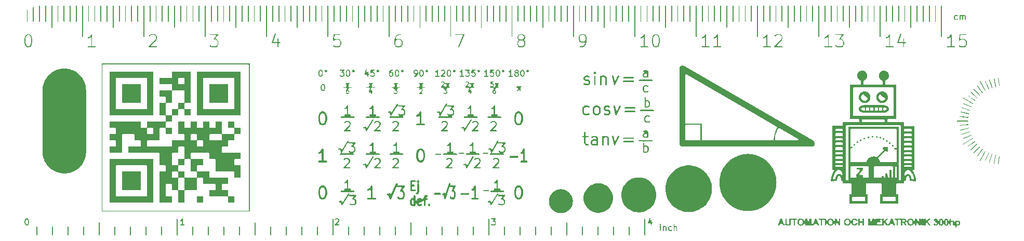
<source format=gbr>
G04 #@! TF.GenerationSoftware,KiCad,Pcbnew,7.0.9*
G04 #@! TF.CreationDate,2024-01-03T20:33:29+01:00*
G04 #@! TF.ProjectId,pcb_ruler,7063625f-7275-46c6-9572-2e6b69636164,rev?*
G04 #@! TF.SameCoordinates,Original*
G04 #@! TF.FileFunction,Soldermask,Top*
G04 #@! TF.FilePolarity,Negative*
%FSLAX46Y46*%
G04 Gerber Fmt 4.6, Leading zero omitted, Abs format (unit mm)*
G04 Created by KiCad (PCBNEW 7.0.9) date 2024-01-03 20:33:29*
%MOMM*%
%LPD*%
G01*
G04 APERTURE LIST*
G04 APERTURE END LIST*
G36*
X102578643Y-136240930D02*
G01*
X102584757Y-136243875D01*
X102585622Y-136244960D01*
X102597453Y-136251791D01*
X102602812Y-136266514D01*
X102604676Y-136268852D01*
X102606379Y-136276316D01*
X102615000Y-136300000D01*
X102615000Y-137560000D01*
X102610477Y-137585652D01*
X102577500Y-137624952D01*
X102560030Y-137628032D01*
X102555974Y-137629986D01*
X102548952Y-137629986D01*
X102526976Y-137633861D01*
X102501352Y-137619066D01*
X102495242Y-137616124D01*
X102494376Y-137615039D01*
X102482547Y-137608209D01*
X102477188Y-137593485D01*
X102475323Y-137591147D01*
X102473618Y-137583679D01*
X102465000Y-137560000D01*
X102465000Y-136300000D01*
X102469523Y-136274348D01*
X102502500Y-136235048D01*
X102519969Y-136231967D01*
X102524026Y-136230014D01*
X102531048Y-136230014D01*
X102553024Y-136226139D01*
X102578643Y-136240930D01*
G37*
G36*
X105118643Y-136230930D02*
G01*
X105124757Y-136233875D01*
X105125622Y-136234960D01*
X105137453Y-136241791D01*
X105142812Y-136256514D01*
X105144676Y-136258852D01*
X105146379Y-136266316D01*
X105155000Y-136290000D01*
X105155000Y-137560000D01*
X105150477Y-137585652D01*
X105117500Y-137624952D01*
X105100030Y-137628032D01*
X105095974Y-137629986D01*
X105088952Y-137629986D01*
X105066976Y-137633861D01*
X105041352Y-137619066D01*
X105035242Y-137616124D01*
X105034376Y-137615039D01*
X105022547Y-137608209D01*
X105017188Y-137593485D01*
X105015323Y-137591147D01*
X105013618Y-137583679D01*
X105005000Y-137560000D01*
X105005000Y-136290000D01*
X105009523Y-136264348D01*
X105042500Y-136225048D01*
X105059969Y-136221967D01*
X105064026Y-136220014D01*
X105071048Y-136220014D01*
X105093024Y-136216139D01*
X105118643Y-136230930D01*
G37*
G36*
X107658643Y-136230930D02*
G01*
X107664757Y-136233875D01*
X107665622Y-136234960D01*
X107677453Y-136241791D01*
X107682812Y-136256514D01*
X107684676Y-136258852D01*
X107686379Y-136266316D01*
X107695000Y-136290000D01*
X107695000Y-137560000D01*
X107690477Y-137585652D01*
X107657500Y-137624952D01*
X107640030Y-137628032D01*
X107635974Y-137629986D01*
X107628952Y-137629986D01*
X107606976Y-137633861D01*
X107581352Y-137619066D01*
X107575242Y-137616124D01*
X107574376Y-137615039D01*
X107562547Y-137608209D01*
X107557188Y-137593485D01*
X107555323Y-137591147D01*
X107553618Y-137583679D01*
X107545000Y-137560000D01*
X107545000Y-136290000D01*
X107549523Y-136264348D01*
X107582500Y-136225048D01*
X107599969Y-136221967D01*
X107604026Y-136220014D01*
X107611048Y-136220014D01*
X107633024Y-136216139D01*
X107658643Y-136230930D01*
G37*
G36*
X110198643Y-136230930D02*
G01*
X110204757Y-136233875D01*
X110205622Y-136234960D01*
X110217453Y-136241791D01*
X110222812Y-136256514D01*
X110224676Y-136258852D01*
X110226379Y-136266316D01*
X110235000Y-136290000D01*
X110235000Y-137560000D01*
X110230477Y-137585652D01*
X110197500Y-137624952D01*
X110180030Y-137628032D01*
X110175974Y-137629986D01*
X110168952Y-137629986D01*
X110146976Y-137633861D01*
X110121352Y-137619066D01*
X110115242Y-137616124D01*
X110114376Y-137615039D01*
X110102547Y-137608209D01*
X110097188Y-137593485D01*
X110095323Y-137591147D01*
X110093618Y-137583679D01*
X110085000Y-137560000D01*
X110085000Y-136290000D01*
X110089523Y-136264348D01*
X110122500Y-136225048D01*
X110139969Y-136221967D01*
X110144026Y-136220014D01*
X110151048Y-136220014D01*
X110173024Y-136216139D01*
X110198643Y-136230930D01*
G37*
G36*
X112738643Y-135540930D02*
G01*
X112744757Y-135543875D01*
X112745622Y-135544960D01*
X112757453Y-135551791D01*
X112762812Y-135566514D01*
X112764676Y-135568852D01*
X112766379Y-135576316D01*
X112775000Y-135600000D01*
X112775000Y-137560000D01*
X112770477Y-137585652D01*
X112737500Y-137624952D01*
X112720030Y-137628032D01*
X112715974Y-137629986D01*
X112708952Y-137629986D01*
X112686976Y-137633861D01*
X112661352Y-137619066D01*
X112655242Y-137616124D01*
X112654376Y-137615039D01*
X112642547Y-137608209D01*
X112637188Y-137593485D01*
X112635323Y-137591147D01*
X112633618Y-137583679D01*
X112625000Y-137560000D01*
X112625000Y-135600000D01*
X112629523Y-135574348D01*
X112662500Y-135535048D01*
X112679969Y-135531967D01*
X112684026Y-135530014D01*
X112691048Y-135530014D01*
X112713024Y-135526139D01*
X112738643Y-135540930D01*
G37*
G36*
X115278643Y-136230930D02*
G01*
X115284757Y-136233875D01*
X115285622Y-136234960D01*
X115297453Y-136241791D01*
X115302812Y-136256514D01*
X115304676Y-136258852D01*
X115306379Y-136266316D01*
X115315000Y-136290000D01*
X115315000Y-137560000D01*
X115310477Y-137585652D01*
X115277500Y-137624952D01*
X115260030Y-137628032D01*
X115255974Y-137629986D01*
X115248952Y-137629986D01*
X115226976Y-137633861D01*
X115201352Y-137619066D01*
X115195242Y-137616124D01*
X115194376Y-137615039D01*
X115182547Y-137608209D01*
X115177188Y-137593485D01*
X115175323Y-137591147D01*
X115173618Y-137583679D01*
X115165000Y-137560000D01*
X115165000Y-136290000D01*
X115169523Y-136264348D01*
X115202500Y-136225048D01*
X115219969Y-136221967D01*
X115224026Y-136220014D01*
X115231048Y-136220014D01*
X115253024Y-136216139D01*
X115278643Y-136230930D01*
G37*
G36*
X117818643Y-136230930D02*
G01*
X117824757Y-136233875D01*
X117825622Y-136234960D01*
X117837453Y-136241791D01*
X117842812Y-136256514D01*
X117844676Y-136258852D01*
X117846379Y-136266316D01*
X117855000Y-136290000D01*
X117855000Y-137560000D01*
X117850477Y-137585652D01*
X117817500Y-137624952D01*
X117800030Y-137628032D01*
X117795974Y-137629986D01*
X117788952Y-137629986D01*
X117766976Y-137633861D01*
X117741352Y-137619066D01*
X117735242Y-137616124D01*
X117734376Y-137615039D01*
X117722547Y-137608209D01*
X117717188Y-137593485D01*
X117715323Y-137591147D01*
X117713618Y-137583679D01*
X117705000Y-137560000D01*
X117705000Y-136290000D01*
X117709523Y-136264348D01*
X117742500Y-136225048D01*
X117759969Y-136221967D01*
X117764026Y-136220014D01*
X117771048Y-136220014D01*
X117793024Y-136216139D01*
X117818643Y-136230930D01*
G37*
G36*
X120358643Y-136230930D02*
G01*
X120364757Y-136233875D01*
X120365622Y-136234960D01*
X120377453Y-136241791D01*
X120382812Y-136256514D01*
X120384676Y-136258852D01*
X120386379Y-136266316D01*
X120395000Y-136290000D01*
X120395000Y-137560000D01*
X120390477Y-137585652D01*
X120357500Y-137624952D01*
X120340030Y-137628032D01*
X120335974Y-137629986D01*
X120328952Y-137629986D01*
X120306976Y-137633861D01*
X120281352Y-137619066D01*
X120275242Y-137616124D01*
X120274376Y-137615039D01*
X120262547Y-137608209D01*
X120257188Y-137593485D01*
X120255323Y-137591147D01*
X120253618Y-137583679D01*
X120245000Y-137560000D01*
X120245000Y-136290000D01*
X120249523Y-136264348D01*
X120282500Y-136225048D01*
X120299969Y-136221967D01*
X120304026Y-136220014D01*
X120311048Y-136220014D01*
X120333024Y-136216139D01*
X120358643Y-136230930D01*
G37*
G36*
X122898643Y-136230930D02*
G01*
X122904757Y-136233875D01*
X122905622Y-136234960D01*
X122917453Y-136241791D01*
X122922812Y-136256514D01*
X122924676Y-136258852D01*
X122926379Y-136266316D01*
X122935000Y-136290000D01*
X122935000Y-137560000D01*
X122930477Y-137585652D01*
X122897500Y-137624952D01*
X122880030Y-137628032D01*
X122875974Y-137629986D01*
X122868952Y-137629986D01*
X122846976Y-137633861D01*
X122821352Y-137619066D01*
X122815242Y-137616124D01*
X122814376Y-137615039D01*
X122802547Y-137608209D01*
X122797188Y-137593485D01*
X122795323Y-137591147D01*
X122793618Y-137583679D01*
X122785000Y-137560000D01*
X122785000Y-136290000D01*
X122789523Y-136264348D01*
X122822500Y-136225048D01*
X122839969Y-136221967D01*
X122844026Y-136220014D01*
X122851048Y-136220014D01*
X122873024Y-136216139D01*
X122898643Y-136230930D01*
G37*
G36*
X125438643Y-134960930D02*
G01*
X125444757Y-134963875D01*
X125445622Y-134964960D01*
X125457453Y-134971791D01*
X125462812Y-134986514D01*
X125464676Y-134988852D01*
X125466379Y-134996316D01*
X125475000Y-135020000D01*
X125475000Y-137560000D01*
X125470477Y-137585652D01*
X125437500Y-137624952D01*
X125420030Y-137628032D01*
X125415974Y-137629986D01*
X125408952Y-137629986D01*
X125386976Y-137633861D01*
X125361352Y-137619066D01*
X125355242Y-137616124D01*
X125354376Y-137615039D01*
X125342547Y-137608209D01*
X125337188Y-137593485D01*
X125335323Y-137591147D01*
X125333618Y-137583679D01*
X125325000Y-137560000D01*
X125325000Y-135020000D01*
X125329523Y-134994348D01*
X125362500Y-134955048D01*
X125379969Y-134951967D01*
X125384026Y-134950014D01*
X125391048Y-134950014D01*
X125413024Y-134946139D01*
X125438643Y-134960930D01*
G37*
G36*
X127978643Y-136230930D02*
G01*
X127984757Y-136233875D01*
X127985622Y-136234960D01*
X127997453Y-136241791D01*
X128002812Y-136256514D01*
X128004676Y-136258852D01*
X128006379Y-136266316D01*
X128015000Y-136290000D01*
X128015000Y-137560000D01*
X128010477Y-137585652D01*
X127977500Y-137624952D01*
X127960030Y-137628032D01*
X127955974Y-137629986D01*
X127948952Y-137629986D01*
X127926976Y-137633861D01*
X127901352Y-137619066D01*
X127895242Y-137616124D01*
X127894376Y-137615039D01*
X127882547Y-137608209D01*
X127877188Y-137593485D01*
X127875323Y-137591147D01*
X127873618Y-137583679D01*
X127865000Y-137560000D01*
X127865000Y-136290000D01*
X127869523Y-136264348D01*
X127902500Y-136225048D01*
X127919969Y-136221967D01*
X127924026Y-136220014D01*
X127931048Y-136220014D01*
X127953024Y-136216139D01*
X127978643Y-136230930D01*
G37*
G36*
X130518643Y-136230930D02*
G01*
X130524757Y-136233875D01*
X130525622Y-136234960D01*
X130537453Y-136241791D01*
X130542812Y-136256514D01*
X130544676Y-136258852D01*
X130546379Y-136266316D01*
X130555000Y-136290000D01*
X130555000Y-137560000D01*
X130550477Y-137585652D01*
X130517500Y-137624952D01*
X130500030Y-137628032D01*
X130495974Y-137629986D01*
X130488952Y-137629986D01*
X130466976Y-137633861D01*
X130441352Y-137619066D01*
X130435242Y-137616124D01*
X130434376Y-137615039D01*
X130422547Y-137608209D01*
X130417188Y-137593485D01*
X130415323Y-137591147D01*
X130413618Y-137583679D01*
X130405000Y-137560000D01*
X130405000Y-136290000D01*
X130409523Y-136264348D01*
X130442500Y-136225048D01*
X130459969Y-136221967D01*
X130464026Y-136220014D01*
X130471048Y-136220014D01*
X130493024Y-136216139D01*
X130518643Y-136230930D01*
G37*
G36*
X133058643Y-136230930D02*
G01*
X133064757Y-136233875D01*
X133065622Y-136234960D01*
X133077453Y-136241791D01*
X133082812Y-136256514D01*
X133084676Y-136258852D01*
X133086379Y-136266316D01*
X133095000Y-136290000D01*
X133095000Y-137560000D01*
X133090477Y-137585652D01*
X133057500Y-137624952D01*
X133040030Y-137628032D01*
X133035974Y-137629986D01*
X133028952Y-137629986D01*
X133006976Y-137633861D01*
X132981352Y-137619066D01*
X132975242Y-137616124D01*
X132974376Y-137615039D01*
X132962547Y-137608209D01*
X132957188Y-137593485D01*
X132955323Y-137591147D01*
X132953618Y-137583679D01*
X132945000Y-137560000D01*
X132945000Y-136290000D01*
X132949523Y-136264348D01*
X132982500Y-136225048D01*
X132999969Y-136221967D01*
X133004026Y-136220014D01*
X133011048Y-136220014D01*
X133033024Y-136216139D01*
X133058643Y-136230930D01*
G37*
G36*
X135598643Y-136230930D02*
G01*
X135604757Y-136233875D01*
X135605622Y-136234960D01*
X135617453Y-136241791D01*
X135622812Y-136256514D01*
X135624676Y-136258852D01*
X135626379Y-136266316D01*
X135635000Y-136290000D01*
X135635000Y-137560000D01*
X135630477Y-137585652D01*
X135597500Y-137624952D01*
X135580030Y-137628032D01*
X135575974Y-137629986D01*
X135568952Y-137629986D01*
X135546976Y-137633861D01*
X135521352Y-137619066D01*
X135515242Y-137616124D01*
X135514376Y-137615039D01*
X135502547Y-137608209D01*
X135497188Y-137593485D01*
X135495323Y-137591147D01*
X135493618Y-137583679D01*
X135485000Y-137560000D01*
X135485000Y-136290000D01*
X135489523Y-136264348D01*
X135522500Y-136225048D01*
X135539969Y-136221967D01*
X135544026Y-136220014D01*
X135551048Y-136220014D01*
X135573024Y-136216139D01*
X135598643Y-136230930D01*
G37*
G36*
X138138643Y-135540930D02*
G01*
X138144757Y-135543875D01*
X138145622Y-135544960D01*
X138157453Y-135551791D01*
X138162812Y-135566514D01*
X138164676Y-135568852D01*
X138166379Y-135576316D01*
X138175000Y-135600000D01*
X138175000Y-137560000D01*
X138170477Y-137585652D01*
X138137500Y-137624952D01*
X138120030Y-137628032D01*
X138115974Y-137629986D01*
X138108952Y-137629986D01*
X138086976Y-137633861D01*
X138061352Y-137619066D01*
X138055242Y-137616124D01*
X138054376Y-137615039D01*
X138042547Y-137608209D01*
X138037188Y-137593485D01*
X138035323Y-137591147D01*
X138033618Y-137583679D01*
X138025000Y-137560000D01*
X138025000Y-135600000D01*
X138029523Y-135574348D01*
X138062500Y-135535048D01*
X138079969Y-135531967D01*
X138084026Y-135530014D01*
X138091048Y-135530014D01*
X138113024Y-135526139D01*
X138138643Y-135540930D01*
G37*
G36*
X140678643Y-136230930D02*
G01*
X140684757Y-136233875D01*
X140685622Y-136234960D01*
X140697453Y-136241791D01*
X140702812Y-136256514D01*
X140704676Y-136258852D01*
X140706379Y-136266316D01*
X140715000Y-136290000D01*
X140715000Y-137560000D01*
X140710477Y-137585652D01*
X140677500Y-137624952D01*
X140660030Y-137628032D01*
X140655974Y-137629986D01*
X140648952Y-137629986D01*
X140626976Y-137633861D01*
X140601352Y-137619066D01*
X140595242Y-137616124D01*
X140594376Y-137615039D01*
X140582547Y-137608209D01*
X140577188Y-137593485D01*
X140575323Y-137591147D01*
X140573618Y-137583679D01*
X140565000Y-137560000D01*
X140565000Y-136290000D01*
X140569523Y-136264348D01*
X140602500Y-136225048D01*
X140619969Y-136221967D01*
X140624026Y-136220014D01*
X140631048Y-136220014D01*
X140653024Y-136216139D01*
X140678643Y-136230930D01*
G37*
G36*
X143218643Y-136230930D02*
G01*
X143224757Y-136233875D01*
X143225622Y-136234960D01*
X143237453Y-136241791D01*
X143242812Y-136256514D01*
X143244676Y-136258852D01*
X143246379Y-136266316D01*
X143255000Y-136290000D01*
X143255000Y-137560000D01*
X143250477Y-137585652D01*
X143217500Y-137624952D01*
X143200030Y-137628032D01*
X143195974Y-137629986D01*
X143188952Y-137629986D01*
X143166976Y-137633861D01*
X143141352Y-137619066D01*
X143135242Y-137616124D01*
X143134376Y-137615039D01*
X143122547Y-137608209D01*
X143117188Y-137593485D01*
X143115323Y-137591147D01*
X143113618Y-137583679D01*
X143105000Y-137560000D01*
X143105000Y-136290000D01*
X143109523Y-136264348D01*
X143142500Y-136225048D01*
X143159969Y-136221967D01*
X143164026Y-136220014D01*
X143171048Y-136220014D01*
X143193024Y-136216139D01*
X143218643Y-136230930D01*
G37*
G36*
X145758643Y-136230930D02*
G01*
X145764757Y-136233875D01*
X145765622Y-136234960D01*
X145777453Y-136241791D01*
X145782812Y-136256514D01*
X145784676Y-136258852D01*
X145786379Y-136266316D01*
X145795000Y-136290000D01*
X145795000Y-137560000D01*
X145790477Y-137585652D01*
X145757500Y-137624952D01*
X145740030Y-137628032D01*
X145735974Y-137629986D01*
X145728952Y-137629986D01*
X145706976Y-137633861D01*
X145681352Y-137619066D01*
X145675242Y-137616124D01*
X145674376Y-137615039D01*
X145662547Y-137608209D01*
X145657188Y-137593485D01*
X145655323Y-137591147D01*
X145653618Y-137583679D01*
X145645000Y-137560000D01*
X145645000Y-136290000D01*
X145649523Y-136264348D01*
X145682500Y-136225048D01*
X145699969Y-136221967D01*
X145704026Y-136220014D01*
X145711048Y-136220014D01*
X145733024Y-136216139D01*
X145758643Y-136230930D01*
G37*
G36*
X148298643Y-136230930D02*
G01*
X148304757Y-136233875D01*
X148305622Y-136234960D01*
X148317453Y-136241791D01*
X148322812Y-136256514D01*
X148324676Y-136258852D01*
X148326379Y-136266316D01*
X148335000Y-136290000D01*
X148335000Y-137560000D01*
X148330477Y-137585652D01*
X148297500Y-137624952D01*
X148280030Y-137628032D01*
X148275974Y-137629986D01*
X148268952Y-137629986D01*
X148246976Y-137633861D01*
X148221352Y-137619066D01*
X148215242Y-137616124D01*
X148214376Y-137615039D01*
X148202547Y-137608209D01*
X148197188Y-137593485D01*
X148195323Y-137591147D01*
X148193618Y-137583679D01*
X148185000Y-137560000D01*
X148185000Y-136290000D01*
X148189523Y-136264348D01*
X148222500Y-136225048D01*
X148239969Y-136221967D01*
X148244026Y-136220014D01*
X148251048Y-136220014D01*
X148273024Y-136216139D01*
X148298643Y-136230930D01*
G37*
G36*
X150838643Y-134960930D02*
G01*
X150844757Y-134963875D01*
X150845622Y-134964960D01*
X150857453Y-134971791D01*
X150862812Y-134986514D01*
X150864676Y-134988852D01*
X150866379Y-134996316D01*
X150875000Y-135020000D01*
X150875000Y-135034084D01*
X150875000Y-135950015D01*
X150924208Y-135960929D01*
X150875000Y-135980686D01*
X150875000Y-137560000D01*
X150870477Y-137585652D01*
X150837500Y-137624952D01*
X150820030Y-137628032D01*
X150815974Y-137629986D01*
X150808952Y-137629986D01*
X150786976Y-137633861D01*
X150761352Y-137619066D01*
X150755242Y-137616124D01*
X150754376Y-137615039D01*
X150742547Y-137608209D01*
X150737188Y-137593485D01*
X150735323Y-137591147D01*
X150733618Y-137583679D01*
X150725000Y-137560000D01*
X150725000Y-135020000D01*
X150729523Y-134994348D01*
X150762500Y-134955048D01*
X150779969Y-134951967D01*
X150784026Y-134950014D01*
X150791048Y-134950014D01*
X150813024Y-134946139D01*
X150838643Y-134960930D01*
G37*
G36*
X153378643Y-136230930D02*
G01*
X153384757Y-136233875D01*
X153385622Y-136234960D01*
X153397453Y-136241791D01*
X153402812Y-136256514D01*
X153404676Y-136258852D01*
X153406379Y-136266316D01*
X153415000Y-136290000D01*
X153415000Y-137560000D01*
X153410477Y-137585652D01*
X153377500Y-137624952D01*
X153360030Y-137628032D01*
X153355974Y-137629986D01*
X153348952Y-137629986D01*
X153326976Y-137633861D01*
X153301352Y-137619066D01*
X153295242Y-137616124D01*
X153294376Y-137615039D01*
X153282547Y-137608209D01*
X153277188Y-137593485D01*
X153275323Y-137591147D01*
X153273618Y-137583679D01*
X153265000Y-137560000D01*
X153265000Y-136290000D01*
X153269523Y-136264348D01*
X153302500Y-136225048D01*
X153319969Y-136221967D01*
X153324026Y-136220014D01*
X153331048Y-136220014D01*
X153353024Y-136216139D01*
X153378643Y-136230930D01*
G37*
G36*
X155918643Y-136230930D02*
G01*
X155924757Y-136233875D01*
X155925622Y-136234960D01*
X155937453Y-136241791D01*
X155942812Y-136256514D01*
X155944676Y-136258852D01*
X155946379Y-136266316D01*
X155955000Y-136290000D01*
X155955000Y-137560000D01*
X155950477Y-137585652D01*
X155917500Y-137624952D01*
X155900030Y-137628032D01*
X155895974Y-137629986D01*
X155888952Y-137629986D01*
X155866976Y-137633861D01*
X155841352Y-137619066D01*
X155835242Y-137616124D01*
X155834376Y-137615039D01*
X155822547Y-137608209D01*
X155817188Y-137593485D01*
X155815323Y-137591147D01*
X155813618Y-137583679D01*
X155805000Y-137560000D01*
X155805000Y-136290000D01*
X155809523Y-136264348D01*
X155842500Y-136225048D01*
X155859969Y-136221967D01*
X155864026Y-136220014D01*
X155871048Y-136220014D01*
X155893024Y-136216139D01*
X155918643Y-136230930D01*
G37*
G36*
X158458643Y-136230930D02*
G01*
X158464757Y-136233875D01*
X158465622Y-136234960D01*
X158477453Y-136241791D01*
X158482812Y-136256514D01*
X158484676Y-136258852D01*
X158486379Y-136266316D01*
X158495000Y-136290000D01*
X158495000Y-137560000D01*
X158490477Y-137585652D01*
X158457500Y-137624952D01*
X158440030Y-137628032D01*
X158435974Y-137629986D01*
X158428952Y-137629986D01*
X158406976Y-137633861D01*
X158381352Y-137619066D01*
X158375242Y-137616124D01*
X158374376Y-137615039D01*
X158362547Y-137608209D01*
X158357188Y-137593485D01*
X158355323Y-137591147D01*
X158353618Y-137583679D01*
X158345000Y-137560000D01*
X158345000Y-136290000D01*
X158349523Y-136264348D01*
X158382500Y-136225048D01*
X158399969Y-136221967D01*
X158404026Y-136220014D01*
X158411048Y-136220014D01*
X158433024Y-136216139D01*
X158458643Y-136230930D01*
G37*
G36*
X160998643Y-136230930D02*
G01*
X161004757Y-136233875D01*
X161005622Y-136234960D01*
X161017453Y-136241791D01*
X161022812Y-136256514D01*
X161024676Y-136258852D01*
X161026379Y-136266316D01*
X161035000Y-136290000D01*
X161035000Y-137560000D01*
X161030477Y-137585652D01*
X160997500Y-137624952D01*
X160980030Y-137628032D01*
X160975974Y-137629986D01*
X160968952Y-137629986D01*
X160946976Y-137633861D01*
X160921352Y-137619066D01*
X160915242Y-137616124D01*
X160914376Y-137615039D01*
X160902547Y-137608209D01*
X160897188Y-137593485D01*
X160895323Y-137591147D01*
X160893618Y-137583679D01*
X160885000Y-137560000D01*
X160885000Y-136290000D01*
X160889523Y-136264348D01*
X160922500Y-136225048D01*
X160939969Y-136221967D01*
X160944026Y-136220014D01*
X160951048Y-136220014D01*
X160973024Y-136216139D01*
X160998643Y-136230930D01*
G37*
G36*
X163538643Y-135540930D02*
G01*
X163544757Y-135543875D01*
X163545622Y-135544960D01*
X163557453Y-135551791D01*
X163562812Y-135566514D01*
X163564676Y-135568852D01*
X163566379Y-135576316D01*
X163575000Y-135600000D01*
X163575000Y-137560000D01*
X163570477Y-137585652D01*
X163537500Y-137624952D01*
X163520030Y-137628032D01*
X163515974Y-137629986D01*
X163508952Y-137629986D01*
X163486976Y-137633861D01*
X163461352Y-137619066D01*
X163455242Y-137616124D01*
X163454376Y-137615039D01*
X163442547Y-137608209D01*
X163437188Y-137593485D01*
X163435323Y-137591147D01*
X163433618Y-137583679D01*
X163425000Y-137560000D01*
X163425000Y-135600000D01*
X163429523Y-135574348D01*
X163462500Y-135535048D01*
X163479969Y-135531967D01*
X163484026Y-135530014D01*
X163491048Y-135530014D01*
X163513024Y-135526139D01*
X163538643Y-135540930D01*
G37*
G36*
X166078643Y-136230930D02*
G01*
X166084757Y-136233875D01*
X166085622Y-136234960D01*
X166097453Y-136241791D01*
X166102812Y-136256514D01*
X166104676Y-136258852D01*
X166106379Y-136266316D01*
X166115000Y-136290000D01*
X166115000Y-137560000D01*
X166110477Y-137585652D01*
X166077500Y-137624952D01*
X166060030Y-137628032D01*
X166055974Y-137629986D01*
X166048952Y-137629986D01*
X166026976Y-137633861D01*
X166001352Y-137619066D01*
X165995242Y-137616124D01*
X165994376Y-137615039D01*
X165982547Y-137608209D01*
X165977188Y-137593485D01*
X165975323Y-137591147D01*
X165973618Y-137583679D01*
X165965000Y-137560000D01*
X165965000Y-136290000D01*
X165969523Y-136264348D01*
X166002500Y-136225048D01*
X166019969Y-136221967D01*
X166024026Y-136220014D01*
X166031048Y-136220014D01*
X166053024Y-136216139D01*
X166078643Y-136230930D01*
G37*
G36*
X168618643Y-136230930D02*
G01*
X168624757Y-136233875D01*
X168625622Y-136234960D01*
X168637453Y-136241791D01*
X168642812Y-136256514D01*
X168644676Y-136258852D01*
X168646379Y-136266316D01*
X168655000Y-136290000D01*
X168655000Y-137560000D01*
X168650477Y-137585652D01*
X168617500Y-137624952D01*
X168600030Y-137628032D01*
X168595974Y-137629986D01*
X168588952Y-137629986D01*
X168566976Y-137633861D01*
X168541352Y-137619066D01*
X168535242Y-137616124D01*
X168534376Y-137615039D01*
X168522547Y-137608209D01*
X168517188Y-137593485D01*
X168515323Y-137591147D01*
X168513618Y-137583679D01*
X168505000Y-137560000D01*
X168505000Y-136290000D01*
X168509523Y-136264348D01*
X168542500Y-136225048D01*
X168559969Y-136221967D01*
X168564026Y-136220014D01*
X168571048Y-136220014D01*
X168593024Y-136216139D01*
X168618643Y-136230930D01*
G37*
G36*
X171158643Y-136230930D02*
G01*
X171164757Y-136233875D01*
X171165622Y-136234960D01*
X171177453Y-136241791D01*
X171182812Y-136256514D01*
X171184676Y-136258852D01*
X171186379Y-136266316D01*
X171195000Y-136290000D01*
X171195000Y-137560000D01*
X171190477Y-137585652D01*
X171157500Y-137624952D01*
X171140030Y-137628032D01*
X171135974Y-137629986D01*
X171128952Y-137629986D01*
X171106976Y-137633861D01*
X171081352Y-137619066D01*
X171075242Y-137616124D01*
X171074376Y-137615039D01*
X171062547Y-137608209D01*
X171057188Y-137593485D01*
X171055323Y-137591147D01*
X171053618Y-137583679D01*
X171045000Y-137560000D01*
X171045000Y-136290000D01*
X171049523Y-136264348D01*
X171082500Y-136225048D01*
X171099969Y-136221967D01*
X171104026Y-136220014D01*
X171111048Y-136220014D01*
X171133024Y-136216139D01*
X171158643Y-136230930D01*
G37*
G36*
X173698643Y-136230930D02*
G01*
X173704757Y-136233875D01*
X173705622Y-136234960D01*
X173717453Y-136241791D01*
X173722812Y-136256514D01*
X173724676Y-136258852D01*
X173726379Y-136266316D01*
X173735000Y-136290000D01*
X173735000Y-137560000D01*
X173730477Y-137585652D01*
X173697500Y-137624952D01*
X173680030Y-137628032D01*
X173675974Y-137629986D01*
X173668952Y-137629986D01*
X173646976Y-137633861D01*
X173621352Y-137619066D01*
X173615242Y-137616124D01*
X173614376Y-137615039D01*
X173602547Y-137608209D01*
X173597188Y-137593485D01*
X173595323Y-137591147D01*
X173593618Y-137583679D01*
X173585000Y-137560000D01*
X173585000Y-136290000D01*
X173589523Y-136264348D01*
X173622500Y-136225048D01*
X173639969Y-136221967D01*
X173644026Y-136220014D01*
X173651048Y-136220014D01*
X173673024Y-136216139D01*
X173698643Y-136230930D01*
G37*
G36*
X176238643Y-134960930D02*
G01*
X176244757Y-134963875D01*
X176245622Y-134964960D01*
X176257453Y-134971791D01*
X176262812Y-134986514D01*
X176264676Y-134988852D01*
X176266379Y-134996316D01*
X176275000Y-135020000D01*
X176275000Y-137560000D01*
X176270477Y-137585652D01*
X176237500Y-137624952D01*
X176220030Y-137628032D01*
X176215974Y-137629986D01*
X176208952Y-137629986D01*
X176186976Y-137633861D01*
X176161352Y-137619066D01*
X176155242Y-137616124D01*
X176154376Y-137615039D01*
X176142547Y-137608209D01*
X176137188Y-137593485D01*
X176135323Y-137591147D01*
X176133618Y-137583679D01*
X176125000Y-137560000D01*
X176125000Y-135020000D01*
X176129523Y-134994348D01*
X176162500Y-134955048D01*
X176179969Y-134951967D01*
X176184026Y-134950014D01*
X176191048Y-134950014D01*
X176213024Y-134946139D01*
X176238643Y-134960930D01*
G37*
G36*
X178778643Y-136230930D02*
G01*
X178784757Y-136233875D01*
X178785622Y-136234960D01*
X178797453Y-136241791D01*
X178802812Y-136256514D01*
X178804676Y-136258852D01*
X178806379Y-136266316D01*
X178815000Y-136290000D01*
X178815000Y-137560000D01*
X178810477Y-137585652D01*
X178777500Y-137624952D01*
X178760030Y-137628032D01*
X178755974Y-137629986D01*
X178748952Y-137629986D01*
X178726976Y-137633861D01*
X178701352Y-137619066D01*
X178695242Y-137616124D01*
X178694376Y-137615039D01*
X178682547Y-137608209D01*
X178677188Y-137593485D01*
X178675323Y-137591147D01*
X178673618Y-137583679D01*
X178665000Y-137560000D01*
X178665000Y-136290000D01*
X178669523Y-136264348D01*
X178702500Y-136225048D01*
X178719969Y-136221967D01*
X178724026Y-136220014D01*
X178731048Y-136220014D01*
X178753024Y-136216139D01*
X178778643Y-136230930D01*
G37*
G36*
X181318643Y-136230930D02*
G01*
X181324757Y-136233875D01*
X181325622Y-136234960D01*
X181337453Y-136241791D01*
X181342812Y-136256514D01*
X181344676Y-136258852D01*
X181346379Y-136266316D01*
X181355000Y-136290000D01*
X181355000Y-137560000D01*
X181350477Y-137585652D01*
X181317500Y-137624952D01*
X181300030Y-137628032D01*
X181295974Y-137629986D01*
X181288952Y-137629986D01*
X181266976Y-137633861D01*
X181241352Y-137619066D01*
X181235242Y-137616124D01*
X181234376Y-137615039D01*
X181222547Y-137608209D01*
X181217188Y-137593485D01*
X181215323Y-137591147D01*
X181213618Y-137583679D01*
X181205000Y-137560000D01*
X181205000Y-136290000D01*
X181209523Y-136264348D01*
X181242500Y-136225048D01*
X181259969Y-136221967D01*
X181264026Y-136220014D01*
X181271048Y-136220014D01*
X181293024Y-136216139D01*
X181318643Y-136230930D01*
G37*
G36*
X183858643Y-136230930D02*
G01*
X183864757Y-136233875D01*
X183865622Y-136234960D01*
X183877453Y-136241791D01*
X183882812Y-136256514D01*
X183884676Y-136258852D01*
X183886379Y-136266316D01*
X183895000Y-136290000D01*
X183895000Y-137560000D01*
X183890477Y-137585652D01*
X183857500Y-137624952D01*
X183840030Y-137628032D01*
X183835974Y-137629986D01*
X183828952Y-137629986D01*
X183806976Y-137633861D01*
X183781352Y-137619066D01*
X183775242Y-137616124D01*
X183774376Y-137615039D01*
X183762547Y-137608209D01*
X183757188Y-137593485D01*
X183755323Y-137591147D01*
X183753618Y-137583679D01*
X183745000Y-137560000D01*
X183745000Y-136290000D01*
X183749523Y-136264348D01*
X183782500Y-136225048D01*
X183799969Y-136221967D01*
X183804026Y-136220014D01*
X183811048Y-136220014D01*
X183833024Y-136216139D01*
X183858643Y-136230930D01*
G37*
G36*
X186398643Y-136230930D02*
G01*
X186404757Y-136233875D01*
X186405622Y-136234960D01*
X186417453Y-136241791D01*
X186422812Y-136256514D01*
X186424676Y-136258852D01*
X186426379Y-136266316D01*
X186435000Y-136290000D01*
X186435000Y-137560000D01*
X186430477Y-137585652D01*
X186397500Y-137624952D01*
X186380030Y-137628032D01*
X186375974Y-137629986D01*
X186368952Y-137629986D01*
X186346976Y-137633861D01*
X186321352Y-137619066D01*
X186315242Y-137616124D01*
X186314376Y-137615039D01*
X186302547Y-137608209D01*
X186297188Y-137593485D01*
X186295323Y-137591147D01*
X186293618Y-137583679D01*
X186285000Y-137560000D01*
X186285000Y-136290000D01*
X186289523Y-136264348D01*
X186322500Y-136225048D01*
X186339969Y-136221967D01*
X186344026Y-136220014D01*
X186351048Y-136220014D01*
X186373024Y-136216139D01*
X186398643Y-136230930D01*
G37*
G36*
X188938643Y-135540930D02*
G01*
X188944757Y-135543875D01*
X188945622Y-135544960D01*
X188957453Y-135551791D01*
X188962812Y-135566514D01*
X188964676Y-135568852D01*
X188966379Y-135576316D01*
X188975000Y-135600000D01*
X188975000Y-137560000D01*
X188970477Y-137585652D01*
X188937500Y-137624952D01*
X188920030Y-137628032D01*
X188915974Y-137629986D01*
X188908952Y-137629986D01*
X188886976Y-137633861D01*
X188861352Y-137619066D01*
X188855242Y-137616124D01*
X188854376Y-137615039D01*
X188842547Y-137608209D01*
X188837188Y-137593485D01*
X188835323Y-137591147D01*
X188833618Y-137583679D01*
X188825000Y-137560000D01*
X188825000Y-135600000D01*
X188829523Y-135574348D01*
X188862500Y-135535048D01*
X188879969Y-135531967D01*
X188884026Y-135530014D01*
X188891048Y-135530014D01*
X188913024Y-135526139D01*
X188938643Y-135540930D01*
G37*
G36*
X191478643Y-136230930D02*
G01*
X191484757Y-136233875D01*
X191485622Y-136234960D01*
X191497453Y-136241791D01*
X191502812Y-136256514D01*
X191504676Y-136258852D01*
X191506379Y-136266316D01*
X191515000Y-136290000D01*
X191515000Y-137560000D01*
X191510477Y-137585652D01*
X191477500Y-137624952D01*
X191460030Y-137628032D01*
X191455974Y-137629986D01*
X191448952Y-137629986D01*
X191426976Y-137633861D01*
X191401352Y-137619066D01*
X191395242Y-137616124D01*
X191394376Y-137615039D01*
X191382547Y-137608209D01*
X191377188Y-137593485D01*
X191375323Y-137591147D01*
X191373618Y-137583679D01*
X191365000Y-137560000D01*
X191365000Y-136290000D01*
X191369523Y-136264348D01*
X191402500Y-136225048D01*
X191419969Y-136221967D01*
X191424026Y-136220014D01*
X191431048Y-136220014D01*
X191453024Y-136216139D01*
X191478643Y-136230930D01*
G37*
G36*
X194018643Y-136230930D02*
G01*
X194024757Y-136233875D01*
X194025622Y-136234960D01*
X194037453Y-136241791D01*
X194042812Y-136256514D01*
X194044676Y-136258852D01*
X194046379Y-136266316D01*
X194055000Y-136290000D01*
X194055000Y-137560000D01*
X194050477Y-137585652D01*
X194017500Y-137624952D01*
X194000030Y-137628032D01*
X193995974Y-137629986D01*
X193988952Y-137629986D01*
X193966976Y-137633861D01*
X193941352Y-137619066D01*
X193935242Y-137616124D01*
X193934376Y-137615039D01*
X193922547Y-137608209D01*
X193917188Y-137593485D01*
X193915323Y-137591147D01*
X193913618Y-137583679D01*
X193905000Y-137560000D01*
X193905000Y-136290000D01*
X193909523Y-136264348D01*
X193942500Y-136225048D01*
X193959969Y-136221967D01*
X193964026Y-136220014D01*
X193971048Y-136220014D01*
X193993024Y-136216139D01*
X194018643Y-136230930D01*
G37*
G36*
X196558643Y-136230930D02*
G01*
X196564757Y-136233875D01*
X196565622Y-136234960D01*
X196577453Y-136241791D01*
X196582812Y-136256514D01*
X196584676Y-136258852D01*
X196586379Y-136266316D01*
X196595000Y-136290000D01*
X196595000Y-137560000D01*
X196590477Y-137585652D01*
X196557500Y-137624952D01*
X196540030Y-137628032D01*
X196535974Y-137629986D01*
X196528952Y-137629986D01*
X196506976Y-137633861D01*
X196481352Y-137619066D01*
X196475242Y-137616124D01*
X196474376Y-137615039D01*
X196462547Y-137608209D01*
X196457188Y-137593485D01*
X196455323Y-137591147D01*
X196453618Y-137583679D01*
X196445000Y-137560000D01*
X196445000Y-136290000D01*
X196449523Y-136264348D01*
X196482500Y-136225048D01*
X196499969Y-136221967D01*
X196504026Y-136220014D01*
X196511048Y-136220014D01*
X196533024Y-136216139D01*
X196558643Y-136230930D01*
G37*
G36*
X199098643Y-136230930D02*
G01*
X199104757Y-136233875D01*
X199105622Y-136234960D01*
X199117453Y-136241791D01*
X199122812Y-136256514D01*
X199124676Y-136258852D01*
X199126379Y-136266316D01*
X199135000Y-136290000D01*
X199135000Y-137560000D01*
X199130477Y-137585652D01*
X199097500Y-137624952D01*
X199080030Y-137628032D01*
X199075974Y-137629986D01*
X199068952Y-137629986D01*
X199046976Y-137633861D01*
X199021352Y-137619066D01*
X199015242Y-137616124D01*
X199014376Y-137615039D01*
X199002547Y-137608209D01*
X198997188Y-137593485D01*
X198995323Y-137591147D01*
X198993618Y-137583679D01*
X198985000Y-137560000D01*
X198985000Y-136290000D01*
X198989523Y-136264348D01*
X199022500Y-136225048D01*
X199039969Y-136221967D01*
X199044026Y-136220014D01*
X199051048Y-136220014D01*
X199073024Y-136216139D01*
X199098643Y-136230930D01*
G37*
G36*
X201638643Y-134960930D02*
G01*
X201644757Y-134963875D01*
X201645622Y-134964960D01*
X201657453Y-134971791D01*
X201662812Y-134986514D01*
X201664676Y-134988852D01*
X201666379Y-134996316D01*
X201675000Y-135020000D01*
X201675000Y-137560000D01*
X201670477Y-137585652D01*
X201637500Y-137624952D01*
X201620030Y-137628032D01*
X201615974Y-137629986D01*
X201608952Y-137629986D01*
X201586976Y-137633861D01*
X201561352Y-137619066D01*
X201555242Y-137616124D01*
X201554376Y-137615039D01*
X201542547Y-137608209D01*
X201537188Y-137593485D01*
X201535323Y-137591147D01*
X201533618Y-137583679D01*
X201525000Y-137560000D01*
X201525000Y-135020000D01*
X201529523Y-134994348D01*
X201562500Y-134955048D01*
X201579969Y-134951967D01*
X201584026Y-134950014D01*
X201591048Y-134950014D01*
X201613024Y-134946139D01*
X201638643Y-134960930D01*
G37*
G36*
X205886321Y-136114098D02*
G01*
X205886324Y-136114099D01*
X205894479Y-136115537D01*
X205906604Y-136117675D01*
X205910039Y-136120557D01*
X205914493Y-136121070D01*
X205924267Y-136125957D01*
X205924270Y-136125958D01*
X206004850Y-136166248D01*
X206004854Y-136166250D01*
X206009731Y-136168689D01*
X206030652Y-136184206D01*
X206051055Y-136231277D01*
X206036428Y-136280452D01*
X205993615Y-136308718D01*
X205942649Y-136302853D01*
X205908383Y-136285720D01*
X205876622Y-136269840D01*
X205848292Y-136263152D01*
X205723136Y-136263152D01*
X205694806Y-136269840D01*
X205648796Y-136292845D01*
X205632447Y-136304628D01*
X205616476Y-136320599D01*
X205604693Y-136336948D01*
X205581688Y-136382958D01*
X205575000Y-136411288D01*
X205575000Y-136631682D01*
X205581688Y-136660012D01*
X205604690Y-136706016D01*
X205616460Y-136722351D01*
X205623598Y-136729493D01*
X205632442Y-136738338D01*
X205648786Y-136750121D01*
X205694806Y-136773131D01*
X205723136Y-136779819D01*
X205848292Y-136779819D01*
X205876622Y-136773131D01*
X205937767Y-136742558D01*
X205937776Y-136742554D01*
X205942649Y-136740118D01*
X205947881Y-136738561D01*
X205947883Y-136738561D01*
X205955811Y-136736202D01*
X205955816Y-136736201D01*
X205967615Y-136732692D01*
X205974882Y-136734428D01*
X205974884Y-136734428D01*
X206005538Y-136741751D01*
X206017514Y-136744612D01*
X206048078Y-136785818D01*
X206045003Y-136837028D01*
X206009731Y-136874282D01*
X205914493Y-136921901D01*
X205889526Y-136929327D01*
X205885165Y-136928285D01*
X205880952Y-136929819D01*
X205870011Y-136929819D01*
X205695930Y-136929819D01*
X205690476Y-136929819D01*
X205664824Y-136925296D01*
X205661388Y-136922413D01*
X205656935Y-136921901D01*
X205561697Y-136874282D01*
X205543685Y-136860922D01*
X205542204Y-136860232D01*
X205494585Y-136812612D01*
X205481725Y-136794246D01*
X205480537Y-136793121D01*
X205475647Y-136783342D01*
X205475646Y-136783340D01*
X205435358Y-136702764D01*
X205435356Y-136702759D01*
X205432918Y-136697883D01*
X205431362Y-136692652D01*
X205429000Y-136684712D01*
X205428999Y-136684709D01*
X205425492Y-136672916D01*
X205426533Y-136668555D01*
X205425000Y-136664342D01*
X205425000Y-136378628D01*
X205425947Y-136373255D01*
X205427385Y-136365099D01*
X205427385Y-136365096D01*
X205429523Y-136352976D01*
X205432405Y-136349540D01*
X205432918Y-136345087D01*
X205437802Y-136335317D01*
X205437804Y-136335313D01*
X205473775Y-136263371D01*
X205473778Y-136263366D01*
X205480537Y-136249849D01*
X205493895Y-136231838D01*
X205494586Y-136230357D01*
X205502309Y-136222633D01*
X205502312Y-136222630D01*
X205531491Y-136193451D01*
X205531494Y-136193448D01*
X205542205Y-136182738D01*
X205560571Y-136169878D01*
X205561697Y-136168689D01*
X205571469Y-136163802D01*
X205571472Y-136163801D01*
X205652054Y-136123510D01*
X205652058Y-136123508D01*
X205656935Y-136121070D01*
X205662167Y-136119513D01*
X205662169Y-136119513D01*
X205670101Y-136117153D01*
X205670105Y-136117152D01*
X205681901Y-136113644D01*
X205686262Y-136114685D01*
X205690476Y-136113152D01*
X205880952Y-136113152D01*
X205886321Y-136114098D01*
G37*
G36*
X204176310Y-135781554D02*
G01*
X204179691Y-135780958D01*
X204182662Y-135782673D01*
X204186078Y-135782375D01*
X204197554Y-135790410D01*
X204207002Y-135795865D01*
X204209414Y-135796990D01*
X204219700Y-135801786D01*
X204267319Y-135849405D01*
X204272993Y-135857508D01*
X204275723Y-135859420D01*
X204276585Y-135862639D01*
X204282259Y-135870742D01*
X204283480Y-135884707D01*
X204285370Y-135895427D01*
X204289000Y-135908975D01*
X204286140Y-135915107D01*
X204286730Y-135921849D01*
X204278689Y-135933332D01*
X204273245Y-135942760D01*
X204267319Y-135955471D01*
X204219700Y-136003090D01*
X204219697Y-136003091D01*
X204209837Y-136012952D01*
X204198057Y-136095462D01*
X204221690Y-136138540D01*
X204224120Y-136139943D01*
X204241667Y-136188152D01*
X204241667Y-136854819D01*
X204237144Y-136880471D01*
X204204167Y-136919771D01*
X204153643Y-136928680D01*
X204142788Y-136922413D01*
X204133431Y-136917010D01*
X204109214Y-136903028D01*
X204105943Y-136894042D01*
X204095408Y-136865098D01*
X204095407Y-136865096D01*
X204091667Y-136854819D01*
X204091667Y-136188152D01*
X204092614Y-136182779D01*
X204094051Y-136174626D01*
X204094052Y-136174621D01*
X204096190Y-136162500D01*
X204100992Y-136156777D01*
X204100993Y-136156775D01*
X204134502Y-136116834D01*
X204130258Y-136019714D01*
X204087842Y-135977298D01*
X204066015Y-135955471D01*
X204060341Y-135947367D01*
X204057611Y-135945456D01*
X204056748Y-135942236D01*
X204051075Y-135934134D01*
X204050293Y-135925209D01*
X204049853Y-135920176D01*
X204047959Y-135909435D01*
X204047520Y-135907797D01*
X204047519Y-135907792D01*
X204044334Y-135895902D01*
X204047193Y-135889770D01*
X204046603Y-135883027D01*
X204052083Y-135875200D01*
X204052090Y-135875186D01*
X204054642Y-135871542D01*
X204060092Y-135862102D01*
X204061389Y-135859321D01*
X204061394Y-135859313D01*
X204066015Y-135849405D01*
X204073743Y-135841676D01*
X204073746Y-135841673D01*
X204091755Y-135823664D01*
X204113634Y-135801786D01*
X204121737Y-135796112D01*
X204123649Y-135793382D01*
X204126868Y-135792519D01*
X204127045Y-135792395D01*
X204129167Y-135789867D01*
X204131157Y-135789515D01*
X204134971Y-135786846D01*
X204142417Y-135786194D01*
X204142420Y-135786193D01*
X204148934Y-135785622D01*
X204159663Y-135783730D01*
X204161303Y-135783290D01*
X204161316Y-135783289D01*
X204173203Y-135780105D01*
X204176310Y-135781554D01*
G37*
G36*
X204933940Y-136114098D02*
G01*
X204933943Y-136114099D01*
X204942098Y-136115537D01*
X204954223Y-136117675D01*
X204957658Y-136120557D01*
X204962112Y-136121070D01*
X204971886Y-136125957D01*
X204971889Y-136125958D01*
X205052469Y-136166248D01*
X205052473Y-136166250D01*
X205057350Y-136168689D01*
X205078271Y-136184206D01*
X205081242Y-136191060D01*
X205081815Y-136191693D01*
X205081955Y-136191965D01*
X205084683Y-136196352D01*
X205090891Y-136202230D01*
X205138510Y-136297468D01*
X205145936Y-136322434D01*
X205144894Y-136326795D01*
X205146428Y-136331009D01*
X205146428Y-136854819D01*
X205141905Y-136880471D01*
X205108928Y-136919771D01*
X205058404Y-136928680D01*
X205047549Y-136922413D01*
X205038192Y-136917010D01*
X205013975Y-136903028D01*
X205010704Y-136894042D01*
X205000169Y-136865098D01*
X205000168Y-136865096D01*
X204996428Y-136854819D01*
X204996428Y-136348714D01*
X204984089Y-136324036D01*
X204935543Y-136275490D01*
X204910866Y-136263152D01*
X204803419Y-136263152D01*
X204778741Y-136275491D01*
X204717857Y-136336375D01*
X204717857Y-136854819D01*
X204713334Y-136880471D01*
X204680357Y-136919771D01*
X204629833Y-136928680D01*
X204618978Y-136922413D01*
X204609621Y-136917010D01*
X204585404Y-136903028D01*
X204582133Y-136894042D01*
X204571598Y-136865098D01*
X204571597Y-136865096D01*
X204567857Y-136854819D01*
X204567857Y-136188152D01*
X204568804Y-136182779D01*
X204570241Y-136174626D01*
X204570242Y-136174621D01*
X204572380Y-136162500D01*
X204577181Y-136156777D01*
X204577183Y-136156774D01*
X204597441Y-136132633D01*
X204597443Y-136132631D01*
X204605357Y-136123200D01*
X204614764Y-136121541D01*
X204614771Y-136121539D01*
X204643758Y-136116428D01*
X204643761Y-136116428D01*
X204655881Y-136114291D01*
X204664162Y-136119072D01*
X204688067Y-136128368D01*
X204735309Y-136128241D01*
X204747324Y-136123493D01*
X204752173Y-136121070D01*
X204757383Y-136119520D01*
X204757394Y-136119516D01*
X204765339Y-136117153D01*
X204765343Y-136117152D01*
X204777139Y-136113644D01*
X204781500Y-136114685D01*
X204785714Y-136113152D01*
X204928571Y-136113152D01*
X204933940Y-136114098D01*
G37*
G36*
X206426069Y-135785740D02*
G01*
X206426073Y-135785742D01*
X206447100Y-135797883D01*
X206462215Y-135806610D01*
X206479762Y-135854819D01*
X206479762Y-135865756D01*
X206479762Y-136039929D01*
X206552985Y-136113152D01*
X206690476Y-136113152D01*
X206695845Y-136114098D01*
X206695848Y-136114099D01*
X206704003Y-136115537D01*
X206716128Y-136117675D01*
X206719563Y-136120557D01*
X206724017Y-136121070D01*
X206733791Y-136125957D01*
X206733794Y-136125958D01*
X206814374Y-136166248D01*
X206814378Y-136166250D01*
X206819255Y-136168689D01*
X206840176Y-136184206D01*
X206843147Y-136191060D01*
X206843720Y-136191693D01*
X206843860Y-136191965D01*
X206846588Y-136196352D01*
X206852796Y-136202230D01*
X206900415Y-136297468D01*
X206907841Y-136322434D01*
X206906799Y-136326795D01*
X206908333Y-136331009D01*
X206908333Y-136854819D01*
X206903810Y-136880471D01*
X206870833Y-136919771D01*
X206820309Y-136928680D01*
X206809454Y-136922413D01*
X206800097Y-136917010D01*
X206775880Y-136903028D01*
X206772609Y-136894042D01*
X206762074Y-136865098D01*
X206762073Y-136865096D01*
X206758333Y-136854819D01*
X206758333Y-136348714D01*
X206745994Y-136324036D01*
X206697448Y-136275490D01*
X206672771Y-136263152D01*
X206565324Y-136263152D01*
X206540646Y-136275491D01*
X206479762Y-136336375D01*
X206479762Y-136854819D01*
X206475239Y-136880471D01*
X206442262Y-136919771D01*
X206391738Y-136928680D01*
X206380883Y-136922413D01*
X206371526Y-136917010D01*
X206347309Y-136903028D01*
X206344038Y-136894042D01*
X206333503Y-136865098D01*
X206333502Y-136865096D01*
X206329762Y-136854819D01*
X206329762Y-135854819D01*
X206330709Y-135849446D01*
X206332146Y-135841293D01*
X206332147Y-135841288D01*
X206334285Y-135829167D01*
X206339086Y-135823444D01*
X206339088Y-135823441D01*
X206359346Y-135799300D01*
X206359348Y-135799298D01*
X206367262Y-135789867D01*
X206376669Y-135788208D01*
X206376676Y-135788206D01*
X206405663Y-135783095D01*
X206405666Y-135783095D01*
X206417786Y-135780958D01*
X206426069Y-135785740D01*
G37*
G36*
X249049652Y-134938962D02*
G01*
X249062977Y-134939225D01*
X249081795Y-134940368D01*
X249100121Y-134942272D01*
X249100123Y-134942272D01*
X249105503Y-134943076D01*
X249117977Y-134944940D01*
X249117979Y-134944940D01*
X249117983Y-134944941D01*
X249117984Y-134944941D01*
X249135329Y-134948365D01*
X249152221Y-134952559D01*
X249168604Y-134957508D01*
X249168605Y-134957508D01*
X249168609Y-134957509D01*
X249168614Y-134957511D01*
X249177207Y-134960598D01*
X249180951Y-134961943D01*
X249184515Y-134963223D01*
X249184514Y-134963222D01*
X249190442Y-134965711D01*
X249199947Y-134969702D01*
X249214886Y-134976940D01*
X249214891Y-134976943D01*
X249214893Y-134976944D01*
X249229329Y-134984934D01*
X249229331Y-134984935D01*
X249229337Y-134984938D01*
X249229341Y-134984941D01*
X249233322Y-134987438D01*
X249243307Y-134993700D01*
X249243305Y-134993699D01*
X249243311Y-134993703D01*
X249245439Y-134995206D01*
X249256142Y-135002766D01*
X249256795Y-135003227D01*
X249258036Y-135004209D01*
X249269791Y-135013509D01*
X249269789Y-135013508D01*
X249269795Y-135013513D01*
X249271921Y-135015390D01*
X249280053Y-135022569D01*
X249282310Y-135024561D01*
X249294340Y-135036370D01*
X249303775Y-135046427D01*
X249309018Y-135052498D01*
X249312602Y-135056647D01*
X249320819Y-135067030D01*
X249324306Y-135071864D01*
X249328428Y-135077577D01*
X249335428Y-135088288D01*
X249341819Y-135099163D01*
X249341824Y-135099173D01*
X249341823Y-135099170D01*
X249347609Y-135110215D01*
X249347608Y-135110214D01*
X249352776Y-135121404D01*
X249355457Y-135128079D01*
X249357343Y-135132774D01*
X249361299Y-135144304D01*
X249362644Y-135149002D01*
X249364635Y-135155959D01*
X249387617Y-135236249D01*
X249568349Y-135243369D01*
X249601002Y-135155964D01*
X249605785Y-135144070D01*
X249610779Y-135132522D01*
X249611385Y-135131216D01*
X249615987Y-135121315D01*
X249621406Y-135110453D01*
X249627038Y-135099935D01*
X249632882Y-135089760D01*
X249638112Y-135081270D01*
X249638939Y-135079927D01*
X249645208Y-135070439D01*
X249651691Y-135061291D01*
X249658375Y-135052502D01*
X249658377Y-135052500D01*
X249658384Y-135052490D01*
X249664884Y-135044731D01*
X249669912Y-135038728D01*
X249669910Y-135038731D01*
X249681986Y-135025863D01*
X249681988Y-135025861D01*
X249682004Y-135025846D01*
X249694626Y-135013871D01*
X249694624Y-135013872D01*
X249704314Y-135005719D01*
X249707819Y-135002770D01*
X249707823Y-135002767D01*
X249707824Y-135002766D01*
X249721563Y-134992560D01*
X249735861Y-134983237D01*
X249750714Y-134974803D01*
X249750716Y-134974802D01*
X249750713Y-134974803D01*
X249766120Y-134967256D01*
X249766121Y-134967255D01*
X249779000Y-134961882D01*
X249782078Y-134960597D01*
X249798589Y-134954828D01*
X249798590Y-134954827D01*
X249798595Y-134954826D01*
X249806168Y-134952659D01*
X249815666Y-134949941D01*
X249815663Y-134949942D01*
X249821081Y-134948714D01*
X249833287Y-134945947D01*
X249851464Y-134942840D01*
X249870195Y-134940620D01*
X249889480Y-134939288D01*
X249909320Y-134938844D01*
X249909324Y-134938844D01*
X249909329Y-134938844D01*
X249927149Y-134939249D01*
X249929130Y-134939294D01*
X249948395Y-134940645D01*
X249948397Y-134940645D01*
X249967102Y-134942894D01*
X249985276Y-134946046D01*
X249985275Y-134946046D01*
X249985279Y-134946047D01*
X249985285Y-134946048D01*
X250002912Y-134950100D01*
X250019190Y-134954819D01*
X250019994Y-134955052D01*
X250036520Y-134960901D01*
X250036519Y-134960901D01*
X250036525Y-134960903D01*
X250036529Y-134960905D01*
X250052519Y-134967659D01*
X250067963Y-134975313D01*
X250082862Y-134983867D01*
X250097214Y-134993322D01*
X250106024Y-134999929D01*
X250111028Y-135003682D01*
X250111025Y-135003680D01*
X250113427Y-135005719D01*
X250124283Y-135014933D01*
X250124288Y-135014938D01*
X250124291Y-135014940D01*
X250137000Y-135027090D01*
X250149167Y-135040143D01*
X250149168Y-135040145D01*
X250155045Y-135047202D01*
X250160792Y-135054102D01*
X250167437Y-135062808D01*
X250173871Y-135071863D01*
X250177649Y-135077574D01*
X250180094Y-135081270D01*
X250182806Y-135085672D01*
X250186106Y-135091028D01*
X250191907Y-135101136D01*
X250197497Y-135111593D01*
X250202876Y-135122401D01*
X250208044Y-135133560D01*
X250209844Y-135137740D01*
X250213001Y-135145070D01*
X250217747Y-135156931D01*
X250222283Y-135169141D01*
X250222297Y-135169183D01*
X250250496Y-135245105D01*
X250424156Y-135245267D01*
X250457514Y-135155961D01*
X250462296Y-135144070D01*
X250467290Y-135132522D01*
X250467896Y-135131216D01*
X250472498Y-135121315D01*
X250477917Y-135110453D01*
X250483549Y-135099935D01*
X250489393Y-135089760D01*
X250494623Y-135081270D01*
X250495450Y-135079927D01*
X250501719Y-135070439D01*
X250508202Y-135061291D01*
X250514886Y-135052502D01*
X250514895Y-135052490D01*
X250526423Y-135038729D01*
X250526458Y-135038692D01*
X250538512Y-135025846D01*
X250549536Y-135015390D01*
X250551140Y-135013868D01*
X250551143Y-135013865D01*
X250560825Y-135005719D01*
X250564330Y-135002770D01*
X250578074Y-134992560D01*
X250585854Y-134987487D01*
X250592367Y-134983240D01*
X250592365Y-134983241D01*
X250607223Y-134974803D01*
X250622631Y-134967256D01*
X250629440Y-134964415D01*
X250638589Y-134960597D01*
X250655100Y-134954828D01*
X250655101Y-134954827D01*
X250655106Y-134954826D01*
X250662679Y-134952659D01*
X250672177Y-134949941D01*
X250672174Y-134949942D01*
X250677592Y-134948714D01*
X250689798Y-134945947D01*
X250707975Y-134942840D01*
X250726706Y-134940620D01*
X250745991Y-134939288D01*
X250765830Y-134938844D01*
X250765834Y-134938844D01*
X250765839Y-134938844D01*
X250783659Y-134939249D01*
X250785640Y-134939294D01*
X250804905Y-134940645D01*
X250804906Y-134940645D01*
X250823614Y-134942894D01*
X250823613Y-134942894D01*
X250841787Y-134946046D01*
X250841786Y-134946046D01*
X250841790Y-134946047D01*
X250841796Y-134946048D01*
X250859423Y-134950100D01*
X250859429Y-134950101D01*
X250859430Y-134950102D01*
X250876493Y-134955048D01*
X250883677Y-134957591D01*
X250893040Y-134960905D01*
X250909030Y-134967659D01*
X250924474Y-134975313D01*
X250939373Y-134983867D01*
X250953725Y-134993322D01*
X250967532Y-135003677D01*
X250971706Y-135007220D01*
X250980795Y-135014934D01*
X250980793Y-135014933D01*
X250992619Y-135026239D01*
X250993517Y-135027097D01*
X250993517Y-135027098D01*
X251005679Y-135040145D01*
X251008491Y-135043521D01*
X251015970Y-135052502D01*
X251017303Y-135054102D01*
X251023948Y-135062808D01*
X251030381Y-135071864D01*
X251035508Y-135079613D01*
X251036605Y-135081272D01*
X251042617Y-135091028D01*
X251048417Y-135101135D01*
X251054008Y-135111593D01*
X251058845Y-135121314D01*
X251059386Y-135122402D01*
X251062535Y-135129201D01*
X251064555Y-135133561D01*
X251108495Y-135235568D01*
X251308001Y-135194426D01*
X251308001Y-134951154D01*
X251308001Y-134938844D01*
X251520248Y-134938844D01*
X251520248Y-134951154D01*
X251520248Y-135185336D01*
X251621435Y-135260294D01*
X251680408Y-135242332D01*
X251680418Y-135242329D01*
X251696859Y-135238308D01*
X251696863Y-135238307D01*
X251713627Y-135235178D01*
X251713622Y-135235178D01*
X251730704Y-135232942D01*
X251730705Y-135232942D01*
X251748100Y-135231601D01*
X251765809Y-135231154D01*
X251779434Y-135231395D01*
X251786119Y-135231756D01*
X251792805Y-135232117D01*
X251805919Y-135233322D01*
X251818779Y-135235008D01*
X251831386Y-135237175D01*
X251843735Y-135239825D01*
X251855828Y-135242956D01*
X251862870Y-135245105D01*
X251867668Y-135246569D01*
X251873998Y-135248806D01*
X251879253Y-135250663D01*
X251890581Y-135255239D01*
X251894543Y-135257013D01*
X251897994Y-135258558D01*
X251908771Y-135263829D01*
X251919038Y-135269364D01*
X251922970Y-135271701D01*
X251928795Y-135275163D01*
X251938048Y-135281231D01*
X251940798Y-135283223D01*
X251946779Y-135287555D01*
X251957635Y-135296405D01*
X251966313Y-135304534D01*
X251967585Y-135305725D01*
X251967587Y-135305727D01*
X251976622Y-135315508D01*
X251976621Y-135315507D01*
X251976624Y-135315511D01*
X251976626Y-135315513D01*
X251984762Y-135325773D01*
X251984762Y-135325772D01*
X251986549Y-135328265D01*
X251986654Y-135328412D01*
X251993815Y-135339171D01*
X252000389Y-135350224D01*
X252004547Y-135358104D01*
X252006385Y-135361588D01*
X252049978Y-135449539D01*
X252242962Y-135404337D01*
X252242962Y-135260659D01*
X252242962Y-135248349D01*
X252440970Y-135248349D01*
X252440970Y-135251237D01*
X252467141Y-135268723D01*
X252532862Y-135273565D01*
X252570382Y-135255813D01*
X252570386Y-135255812D01*
X252570389Y-135255810D01*
X252570397Y-135255807D01*
X252583365Y-135250446D01*
X252592348Y-135247249D01*
X252596585Y-135245741D01*
X252596586Y-135245741D01*
X252605975Y-135242919D01*
X252610051Y-135241694D01*
X252613629Y-135240809D01*
X252623763Y-135238303D01*
X252637730Y-135235568D01*
X252637732Y-135235568D01*
X252637735Y-135235567D01*
X252637738Y-135235567D01*
X252644031Y-135234647D01*
X252651943Y-135233490D01*
X252651941Y-135233490D01*
X252651951Y-135233489D01*
X252651958Y-135233488D01*
X252666427Y-135232066D01*
X252681147Y-135231300D01*
X252691099Y-135231154D01*
X252691100Y-135231154D01*
X252691102Y-135231154D01*
X252699748Y-135231369D01*
X252708398Y-135231584D01*
X252715404Y-135232117D01*
X252725371Y-135232875D01*
X252725370Y-135232875D01*
X252742007Y-135235027D01*
X252758323Y-135238040D01*
X252758321Y-135238040D01*
X252774302Y-135241912D01*
X252780729Y-135243856D01*
X252789948Y-135246644D01*
X252789953Y-135246646D01*
X252789954Y-135246646D01*
X252791134Y-135247077D01*
X252805269Y-135252238D01*
X252820261Y-135258692D01*
X252834923Y-135266007D01*
X252844891Y-135271693D01*
X252849246Y-135274177D01*
X252849245Y-135274176D01*
X252849254Y-135274182D01*
X252849256Y-135274183D01*
X252863259Y-135283219D01*
X252863266Y-135283224D01*
X252863265Y-135283223D01*
X252864652Y-135284227D01*
X252876533Y-135292826D01*
X252876945Y-135293124D01*
X252876944Y-135293123D01*
X252883553Y-135298452D01*
X252890277Y-135303873D01*
X252894469Y-135307615D01*
X252903293Y-135315491D01*
X252903294Y-135315492D01*
X252915975Y-135327967D01*
X252915974Y-135327965D01*
X252928326Y-135341301D01*
X252928332Y-135341308D01*
X252935814Y-135350224D01*
X252940030Y-135355249D01*
X252940142Y-135355382D01*
X252950627Y-135369383D01*
X252951196Y-135370143D01*
X252951195Y-135370142D01*
X252952710Y-135372415D01*
X252961476Y-135385565D01*
X252964666Y-135390960D01*
X252971000Y-135401674D01*
X252971001Y-135401675D01*
X252979304Y-135417582D01*
X252979762Y-135418460D01*
X252987762Y-135435925D01*
X252987762Y-135435924D01*
X252994994Y-135454052D01*
X252994995Y-135454053D01*
X252994998Y-135454063D01*
X252995000Y-135454067D01*
X253000534Y-135470146D01*
X253001479Y-135472893D01*
X253007191Y-135492386D01*
X253012144Y-135512561D01*
X253015659Y-135530058D01*
X253016334Y-135533416D01*
X253018144Y-135544097D01*
X253019763Y-135554948D01*
X253021191Y-135565969D01*
X253022430Y-135577159D01*
X253023366Y-135587320D01*
X253023477Y-135588519D01*
X253024334Y-135600045D01*
X253025001Y-135611743D01*
X253025309Y-135619426D01*
X253025477Y-135623613D01*
X253025634Y-135630242D01*
X253025763Y-135635653D01*
X253025858Y-135647860D01*
X253025762Y-135660396D01*
X253025474Y-135672761D01*
X253024994Y-135684949D01*
X253024322Y-135696960D01*
X253023459Y-135708794D01*
X253022766Y-135716434D01*
X253022401Y-135720457D01*
X253021224Y-135731289D01*
X253021153Y-135731941D01*
X253019713Y-135743252D01*
X253018081Y-135754383D01*
X253016571Y-135763451D01*
X253016256Y-135765341D01*
X253014239Y-135776123D01*
X253012030Y-135786728D01*
X253010005Y-135795119D01*
X253007037Y-135807414D01*
X253001798Y-135825580D01*
X253001275Y-135827394D01*
X252994814Y-135846469D01*
X252994742Y-135846680D01*
X252993274Y-135850416D01*
X252987447Y-135865246D01*
X252984086Y-135872692D01*
X252979380Y-135883121D01*
X252979379Y-135883121D01*
X252974450Y-135892700D01*
X252970896Y-135899607D01*
X252970546Y-135900286D01*
X252961903Y-135915107D01*
X252960941Y-135916757D01*
X252950571Y-135932517D01*
X252949610Y-135933816D01*
X252939434Y-135947573D01*
X252927530Y-135961924D01*
X252927530Y-135961925D01*
X252915108Y-135975459D01*
X252915104Y-135975463D01*
X252902355Y-135988124D01*
X252892125Y-135997346D01*
X252889290Y-135999901D01*
X252889290Y-135999902D01*
X252875926Y-136010785D01*
X252875879Y-136010823D01*
X252875881Y-136010822D01*
X252870892Y-136014470D01*
X252862143Y-136020868D01*
X252862137Y-136020872D01*
X252862140Y-136020871D01*
X252848081Y-136030039D01*
X252848079Y-136030040D01*
X252833695Y-136038333D01*
X252833694Y-136038333D01*
X252818985Y-136045753D01*
X252803943Y-136052302D01*
X252803933Y-136052305D01*
X252803930Y-136052307D01*
X252803931Y-136052307D01*
X252792970Y-136056354D01*
X252788575Y-136057977D01*
X252788571Y-136057978D01*
X252788569Y-136057979D01*
X252788567Y-136057980D01*
X252772889Y-136062777D01*
X252772879Y-136062780D01*
X252756855Y-136066709D01*
X252756844Y-136066711D01*
X252756845Y-136066711D01*
X252740512Y-136069764D01*
X252740509Y-136069764D01*
X252740504Y-136069765D01*
X252723826Y-136071948D01*
X252723827Y-136071948D01*
X252716608Y-136072504D01*
X252706820Y-136073258D01*
X252689488Y-136073694D01*
X252689487Y-136073693D01*
X252689487Y-136073694D01*
X252685375Y-136073617D01*
X252677149Y-136073463D01*
X252665026Y-136072769D01*
X252653115Y-136071612D01*
X252641416Y-136069992D01*
X252629929Y-136067909D01*
X252618657Y-136065364D01*
X252553392Y-136047612D01*
X252455209Y-136122657D01*
X252455209Y-136366004D01*
X252442899Y-136366004D01*
X252255272Y-136366004D01*
X252242962Y-136366004D01*
X252242962Y-136075935D01*
X252110813Y-136005299D01*
X252038507Y-136053609D01*
X252038507Y-136056500D01*
X252026197Y-136056500D01*
X251838570Y-136056500D01*
X251826260Y-136056500D01*
X251826260Y-135638453D01*
X252453060Y-135638453D01*
X252453269Y-135656094D01*
X252453895Y-135673149D01*
X252454940Y-135689619D01*
X252455187Y-135692306D01*
X252456329Y-135704725D01*
X252456401Y-135705503D01*
X252458281Y-135720801D01*
X252460578Y-135735514D01*
X252463293Y-135749641D01*
X252466426Y-135763182D01*
X252469977Y-135776138D01*
X252471909Y-135782162D01*
X252473507Y-135787142D01*
X252474440Y-135789840D01*
X252477458Y-135797951D01*
X252477789Y-135798840D01*
X252478925Y-135801680D01*
X252482487Y-135809985D01*
X252482492Y-135809996D01*
X252483840Y-135812927D01*
X252487599Y-135820569D01*
X252489201Y-135823610D01*
X252490309Y-135825580D01*
X252493102Y-135830546D01*
X252494963Y-135833643D01*
X252495003Y-135833706D01*
X252499027Y-135839980D01*
X252501182Y-135843124D01*
X252505300Y-135848755D01*
X252507872Y-135852037D01*
X252515369Y-135860965D01*
X252515373Y-135860970D01*
X252518340Y-135864259D01*
X252525835Y-135871999D01*
X252529293Y-135875306D01*
X252531755Y-135877487D01*
X252536692Y-135881860D01*
X252540640Y-135885079D01*
X252547959Y-135890565D01*
X252552393Y-135893599D01*
X252559634Y-135898111D01*
X252564543Y-135900871D01*
X252571799Y-135904531D01*
X252577060Y-135906887D01*
X252584425Y-135909786D01*
X252589912Y-135911656D01*
X252593043Y-135912564D01*
X252597499Y-135913856D01*
X252603080Y-135915199D01*
X252609675Y-135916468D01*
X252611047Y-135916732D01*
X252611068Y-135916736D01*
X252616621Y-135917548D01*
X252625562Y-135918447D01*
X252630026Y-135918734D01*
X252633431Y-135918831D01*
X252635221Y-135918881D01*
X252639491Y-135918856D01*
X252642624Y-135918729D01*
X252648430Y-135918494D01*
X252653664Y-135918061D01*
X252656548Y-135917700D01*
X252661550Y-135917074D01*
X252666982Y-135916149D01*
X252674314Y-135914565D01*
X252679810Y-135913113D01*
X252686673Y-135910962D01*
X252692050Y-135909003D01*
X252698648Y-135906250D01*
X252703872Y-135903782D01*
X252710312Y-135900366D01*
X252715167Y-135897504D01*
X252721530Y-135893355D01*
X252725936Y-135890202D01*
X252730005Y-135887014D01*
X252732339Y-135885184D01*
X252736290Y-135881815D01*
X252742743Y-135875829D01*
X252746174Y-135872390D01*
X252752915Y-135865084D01*
X252755423Y-135862193D01*
X252759015Y-135857788D01*
X252761697Y-135854249D01*
X252767483Y-135846022D01*
X252770678Y-135840986D01*
X252776007Y-135831625D01*
X252778100Y-135827618D01*
X252781203Y-135821115D01*
X252782559Y-135818066D01*
X252785747Y-135810351D01*
X252786860Y-135807457D01*
X252789897Y-135798930D01*
X252790798Y-135796206D01*
X252794026Y-135785633D01*
X252797289Y-135773055D01*
X252799820Y-135761455D01*
X252800171Y-135759845D01*
X252802667Y-135746004D01*
X252804487Y-135733539D01*
X252804780Y-135731531D01*
X252806508Y-135716434D01*
X252807853Y-135700703D01*
X252808499Y-135689693D01*
X252808813Y-135684345D01*
X252809389Y-135667356D01*
X252809581Y-135649737D01*
X252809545Y-135646781D01*
X252809383Y-135633249D01*
X252808992Y-135622757D01*
X252808788Y-135617304D01*
X252807796Y-135601900D01*
X252807274Y-135596309D01*
X252806407Y-135587035D01*
X252804622Y-135572718D01*
X252802441Y-135558939D01*
X252799862Y-135545698D01*
X252797345Y-135534957D01*
X252796887Y-135533002D01*
X252796558Y-135531818D01*
X252794548Y-135524571D01*
X252793515Y-135520847D01*
X252791148Y-135513553D01*
X252790187Y-135510593D01*
X252789240Y-135507888D01*
X252788732Y-135506538D01*
X252786115Y-135499581D01*
X252784976Y-135496765D01*
X252781664Y-135489119D01*
X252780295Y-135486173D01*
X252776828Y-135479189D01*
X252775220Y-135476161D01*
X252771821Y-135470165D01*
X252769443Y-135466305D01*
X252764270Y-135458550D01*
X252762550Y-135455973D01*
X252758575Y-135450651D01*
X252751808Y-135442530D01*
X252750576Y-135441051D01*
X252747545Y-135437672D01*
X252745471Y-135435522D01*
X252740700Y-135430578D01*
X252737202Y-135427224D01*
X252732168Y-135422763D01*
X252730420Y-135421215D01*
X252726388Y-135417931D01*
X252723724Y-135415940D01*
X252719705Y-135412938D01*
X252715213Y-135409877D01*
X252709480Y-135406325D01*
X252708561Y-135405756D01*
X252703604Y-135402989D01*
X252696906Y-135399640D01*
X252691638Y-135397303D01*
X252684763Y-135394627D01*
X252679310Y-135392792D01*
X252674983Y-135391555D01*
X252672165Y-135390751D01*
X252666656Y-135389445D01*
X252663864Y-135388915D01*
X252659060Y-135388006D01*
X252653625Y-135387224D01*
X252645968Y-135386468D01*
X252645072Y-135386380D01*
X252640731Y-135386105D01*
X252638107Y-135386029D01*
X252635694Y-135385963D01*
X252631580Y-135385984D01*
X252621748Y-135386367D01*
X252616711Y-135386770D01*
X252611957Y-135387344D01*
X252607964Y-135387826D01*
X252602716Y-135388687D01*
X252594572Y-135390382D01*
X252589254Y-135391736D01*
X252581582Y-135394053D01*
X252576322Y-135395902D01*
X252568996Y-135398853D01*
X252563919Y-135401167D01*
X252556818Y-135404799D01*
X252552037Y-135407517D01*
X252545051Y-135411910D01*
X252540671Y-135414936D01*
X252533731Y-135420182D01*
X252529789Y-135423428D01*
X252522856Y-135429630D01*
X252519403Y-135432969D01*
X252512192Y-135440511D01*
X252509688Y-135443295D01*
X252505729Y-135447977D01*
X252503114Y-135451295D01*
X252496782Y-135459913D01*
X252493811Y-135464345D01*
X252488042Y-135473805D01*
X252485960Y-135477497D01*
X252482936Y-135483318D01*
X252482666Y-135483837D01*
X252481264Y-135486713D01*
X252479345Y-135490926D01*
X252477955Y-135493978D01*
X252476749Y-135496807D01*
X252473631Y-135504662D01*
X252472634Y-135507357D01*
X252469296Y-135517072D01*
X252467973Y-135521563D01*
X252465889Y-135528638D01*
X252462882Y-135540681D01*
X252460276Y-135553209D01*
X252458426Y-135564120D01*
X252458071Y-135566212D01*
X252456267Y-135579699D01*
X252455763Y-135584720D01*
X252454864Y-135593669D01*
X252453863Y-135608114D01*
X252453260Y-135623044D01*
X252453082Y-135636797D01*
X252453060Y-135638453D01*
X251826260Y-135638453D01*
X251826260Y-135624483D01*
X251826212Y-135608796D01*
X251826071Y-135593842D01*
X251826041Y-135592056D01*
X251825833Y-135579621D01*
X251825504Y-135566135D01*
X251825079Y-135553377D01*
X251824678Y-135544097D01*
X251824559Y-135541351D01*
X251823945Y-135530060D01*
X251822847Y-135514496D01*
X251821537Y-135500581D01*
X251820876Y-135495258D01*
X251820004Y-135488256D01*
X251818278Y-135477695D01*
X251815634Y-135466100D01*
X251814170Y-135461402D01*
X251809939Y-135450919D01*
X251804803Y-135441131D01*
X251802923Y-135438301D01*
X251760387Y-135399932D01*
X251750813Y-135395557D01*
X251739373Y-135391669D01*
X251727184Y-135388778D01*
X251714248Y-135386883D01*
X251703361Y-135386086D01*
X251698267Y-135385977D01*
X251696501Y-135385941D01*
X251693233Y-135385957D01*
X251683849Y-135386254D01*
X251679807Y-135386514D01*
X251671198Y-135387350D01*
X251667065Y-135387894D01*
X251658916Y-135389252D01*
X251654636Y-135390121D01*
X251646970Y-135391962D01*
X251642644Y-135393166D01*
X251635274Y-135395509D01*
X251631044Y-135397026D01*
X251623956Y-135399867D01*
X251619806Y-135401709D01*
X251612922Y-135405075D01*
X251608953Y-135407198D01*
X251604357Y-135409877D01*
X251602337Y-135411055D01*
X251598386Y-135413560D01*
X251592504Y-135417611D01*
X251588113Y-135420935D01*
X251585098Y-135423434D01*
X251582984Y-135425189D01*
X251578924Y-135428872D01*
X251576626Y-135431147D01*
X251574159Y-135433593D01*
X251570466Y-135437588D01*
X251565934Y-135442945D01*
X251562716Y-135447096D01*
X251558430Y-135453138D01*
X251555673Y-135457381D01*
X251552697Y-135462397D01*
X251551614Y-135464224D01*
X251549329Y-135468434D01*
X251545516Y-135476161D01*
X251545507Y-135476179D01*
X251543665Y-135480275D01*
X251540113Y-135489011D01*
X251538670Y-135492928D01*
X251536411Y-135499767D01*
X251535490Y-135502820D01*
X251534676Y-135505782D01*
X251533203Y-135511153D01*
X251532535Y-135513824D01*
X251530102Y-135524571D01*
X251527699Y-135537552D01*
X251526157Y-135547892D01*
X251525631Y-135551422D01*
X251525217Y-135554948D01*
X251523924Y-135565969D01*
X251523899Y-135566175D01*
X251522502Y-135581825D01*
X251522344Y-135584134D01*
X251521757Y-135592745D01*
X251521160Y-135604063D01*
X251521040Y-135607195D01*
X251520713Y-135615780D01*
X251520675Y-135617304D01*
X251520415Y-135627882D01*
X251520266Y-135640383D01*
X251520248Y-135646782D01*
X251520248Y-136056500D01*
X251507938Y-136056500D01*
X251320311Y-136056500D01*
X251308001Y-136056500D01*
X251308001Y-135818045D01*
X251108567Y-135776857D01*
X251064102Y-135879916D01*
X251058895Y-135891146D01*
X251053475Y-135902028D01*
X251047843Y-135912564D01*
X251041998Y-135922756D01*
X251039181Y-135927334D01*
X251035942Y-135932597D01*
X251029673Y-135942093D01*
X251027953Y-135944521D01*
X251023810Y-135950371D01*
X251023191Y-135951244D01*
X251016907Y-135959509D01*
X251016495Y-135960050D01*
X251016495Y-135960051D01*
X251004972Y-135973808D01*
X251004973Y-135973807D01*
X250992889Y-135986687D01*
X250990980Y-135988498D01*
X250980261Y-135998670D01*
X250967079Y-136009768D01*
X250967076Y-136009770D01*
X250967075Y-136009771D01*
X250953345Y-136019979D01*
X250953347Y-136019978D01*
X250939060Y-136029300D01*
X250924212Y-136037740D01*
X250924212Y-136037739D01*
X250915427Y-136042047D01*
X250908824Y-136045285D01*
X250908826Y-136045284D01*
X250906987Y-136046052D01*
X250892886Y-136051942D01*
X250891943Y-136052272D01*
X250876394Y-136057713D01*
X250876396Y-136057712D01*
X250866763Y-136060471D01*
X250859344Y-136062596D01*
X250852643Y-136064117D01*
X250841753Y-136066590D01*
X250841755Y-136066589D01*
X250841746Y-136066591D01*
X250825855Y-136069312D01*
X250823583Y-136069701D01*
X250823582Y-136069701D01*
X250809983Y-136071314D01*
X250804892Y-136071918D01*
X250792590Y-136072769D01*
X250785642Y-136073250D01*
X250785645Y-136073250D01*
X250783365Y-136073300D01*
X250765830Y-136073694D01*
X250749842Y-136073304D01*
X250745852Y-136073207D01*
X250745850Y-136073206D01*
X250726374Y-136071746D01*
X250707392Y-136069314D01*
X250707391Y-136069313D01*
X250707380Y-136069312D01*
X250690591Y-136066219D01*
X250688868Y-136065902D01*
X250688870Y-136065902D01*
X250670871Y-136061524D01*
X250670870Y-136061523D01*
X250670868Y-136061522D01*
X250670858Y-136061520D01*
X250653330Y-136056164D01*
X250642937Y-136052302D01*
X250636294Y-136049834D01*
X250636295Y-136049835D01*
X250619746Y-136042531D01*
X250619747Y-136042531D01*
X250603676Y-136034248D01*
X250603676Y-136034247D01*
X250588111Y-136024998D01*
X250588110Y-136024997D01*
X250588106Y-136024995D01*
X250573026Y-136014770D01*
X250564772Y-136008435D01*
X250558436Y-136003572D01*
X250544332Y-135991398D01*
X250530717Y-135978250D01*
X250529832Y-135977298D01*
X250517595Y-135964133D01*
X250517596Y-135964134D01*
X250504955Y-135949033D01*
X250504954Y-135949031D01*
X250504626Y-135948584D01*
X250492982Y-135932687D01*
X250492979Y-135932682D01*
X250492978Y-135932681D01*
X250481782Y-135914815D01*
X250477354Y-135906887D01*
X250476473Y-135905309D01*
X250473915Y-135900366D01*
X250471354Y-135895418D01*
X250467807Y-135888020D01*
X250466429Y-135885146D01*
X250463583Y-135878736D01*
X250461699Y-135874494D01*
X250457161Y-135863460D01*
X250452816Y-135852045D01*
X250452808Y-135852024D01*
X250421959Y-135770978D01*
X250248968Y-135771592D01*
X250221940Y-135844142D01*
X250221936Y-135844155D01*
X250217366Y-135856422D01*
X250215006Y-135862306D01*
X250212584Y-135868346D01*
X250207591Y-135879917D01*
X250205457Y-135884519D01*
X250202384Y-135891146D01*
X250196964Y-135902028D01*
X250191333Y-135912564D01*
X250187828Y-135918674D01*
X250185487Y-135922756D01*
X250180178Y-135931385D01*
X250179432Y-135932597D01*
X250173162Y-135942093D01*
X250166680Y-135951244D01*
X250163466Y-135955471D01*
X250159981Y-135960055D01*
X250159981Y-135960054D01*
X250155154Y-135965818D01*
X250148460Y-135973810D01*
X250136381Y-135986684D01*
X250123751Y-135998670D01*
X250110568Y-136009768D01*
X250104243Y-136014470D01*
X250096832Y-136019980D01*
X250096836Y-136019978D01*
X250082549Y-136029300D01*
X250082547Y-136029301D01*
X250067708Y-136037736D01*
X250052318Y-136045283D01*
X250036375Y-136051942D01*
X250019880Y-136057713D01*
X250010252Y-136060471D01*
X250002832Y-136062597D01*
X250002835Y-136062596D01*
X249985235Y-136066591D01*
X249985237Y-136066591D01*
X249967072Y-136069701D01*
X249967071Y-136069701D01*
X249953472Y-136071314D01*
X249948381Y-136071918D01*
X249936079Y-136072769D01*
X249929131Y-136073250D01*
X249929134Y-136073250D01*
X249926854Y-136073300D01*
X249909320Y-136073694D01*
X249893331Y-136073304D01*
X249889341Y-136073207D01*
X249889339Y-136073206D01*
X249869863Y-136071746D01*
X249850881Y-136069314D01*
X249850880Y-136069313D01*
X249850869Y-136069312D01*
X249834080Y-136066219D01*
X249832357Y-136065902D01*
X249832359Y-136065902D01*
X249814360Y-136061524D01*
X249814359Y-136061523D01*
X249814357Y-136061522D01*
X249814347Y-136061520D01*
X249796819Y-136056164D01*
X249786426Y-136052302D01*
X249779783Y-136049834D01*
X249779784Y-136049835D01*
X249763236Y-136042531D01*
X249747168Y-136034249D01*
X249747167Y-136034248D01*
X249731611Y-136025005D01*
X249731605Y-136025001D01*
X249731600Y-136024998D01*
X249716518Y-136014772D01*
X249716167Y-136014503D01*
X249708261Y-136008435D01*
X249701925Y-136003572D01*
X249687829Y-135991405D01*
X249687830Y-135991407D01*
X249674208Y-135978252D01*
X249674200Y-135978244D01*
X249662118Y-135965244D01*
X249661080Y-135964127D01*
X249648444Y-135949033D01*
X249636471Y-135932687D01*
X249636468Y-135932682D01*
X249636467Y-135932681D01*
X249625271Y-135914815D01*
X249625269Y-135914813D01*
X249622025Y-135909003D01*
X249619961Y-135905307D01*
X249614844Y-135895418D01*
X249609919Y-135885147D01*
X249608392Y-135881709D01*
X249577176Y-135811433D01*
X249419721Y-135806975D01*
X249388499Y-135867743D01*
X249388478Y-135867790D01*
X249380571Y-135883174D01*
X249380556Y-135883203D01*
X249379429Y-135885142D01*
X249371893Y-135898111D01*
X249371811Y-135898251D01*
X249371810Y-135898253D01*
X249362228Y-135912966D01*
X249362229Y-135912965D01*
X249351817Y-135927329D01*
X249351815Y-135927331D01*
X249340573Y-135941349D01*
X249340572Y-135941349D01*
X249340564Y-135941359D01*
X249328481Y-135955040D01*
X249315565Y-135968377D01*
X249308062Y-135975463D01*
X249302060Y-135981132D01*
X249288149Y-135993060D01*
X249288148Y-135993061D01*
X249273839Y-136004159D01*
X249273838Y-136004159D01*
X249273826Y-136004168D01*
X249266567Y-136009236D01*
X249259256Y-136014341D01*
X249259095Y-136014453D01*
X249249431Y-136020492D01*
X249243966Y-136023908D01*
X249243964Y-136023909D01*
X249243954Y-136023915D01*
X249228404Y-136032555D01*
X249212444Y-136040371D01*
X249212437Y-136040373D01*
X249212433Y-136040376D01*
X249212431Y-136040377D01*
X249196074Y-136047366D01*
X249196076Y-136047365D01*
X249179295Y-136053537D01*
X249179294Y-136053537D01*
X249162110Y-136058884D01*
X249162102Y-136058886D01*
X249162099Y-136058887D01*
X249162098Y-136058887D01*
X249144518Y-136063408D01*
X249144517Y-136063408D01*
X249144513Y-136063409D01*
X249138386Y-136064669D01*
X249126499Y-136067114D01*
X249126502Y-136067113D01*
X249120660Y-136068026D01*
X249108092Y-136069992D01*
X249095994Y-136071314D01*
X249089261Y-136072050D01*
X249089261Y-136072049D01*
X249072902Y-136073099D01*
X249070035Y-136073283D01*
X249061431Y-136073463D01*
X249050391Y-136073694D01*
X249050390Y-136073693D01*
X249050390Y-136073694D01*
X249031815Y-136073333D01*
X249013642Y-136072250D01*
X249010668Y-136071948D01*
X248995866Y-136070445D01*
X248978489Y-136067918D01*
X248961510Y-136064669D01*
X248948382Y-136061524D01*
X248944925Y-136060696D01*
X248944927Y-136060696D01*
X248938724Y-136058897D01*
X248928750Y-136056004D01*
X248928748Y-136056003D01*
X248928740Y-136056001D01*
X248912970Y-136050590D01*
X248912967Y-136050589D01*
X248897584Y-136044451D01*
X248897583Y-136044450D01*
X248897569Y-136044445D01*
X248897571Y-136044445D01*
X248892040Y-136041913D01*
X248882600Y-136037592D01*
X248881243Y-136036887D01*
X248868018Y-136030013D01*
X248868021Y-136030015D01*
X248867018Y-136029428D01*
X248853827Y-136021707D01*
X248842821Y-136014503D01*
X248840042Y-136012684D01*
X248840039Y-136012682D01*
X248826650Y-136002934D01*
X248818364Y-135996256D01*
X248813651Y-135992458D01*
X248813651Y-135992457D01*
X248801066Y-135981271D01*
X248789042Y-135969475D01*
X248789041Y-135969473D01*
X248789039Y-135969471D01*
X248789033Y-135969465D01*
X248782020Y-135961919D01*
X248777652Y-135957220D01*
X248777653Y-135957221D01*
X248766908Y-135944519D01*
X248756826Y-135931391D01*
X248749853Y-135921361D01*
X248747381Y-135917805D01*
X248745747Y-135915199D01*
X248738590Y-135903784D01*
X248738590Y-135903783D01*
X248730447Y-135889318D01*
X248722954Y-135874412D01*
X248722954Y-135874413D01*
X248718070Y-135863461D01*
X248716107Y-135859060D01*
X248709910Y-135843266D01*
X248704361Y-135827029D01*
X248699461Y-135810350D01*
X248695210Y-135793228D01*
X248691607Y-135775663D01*
X248689455Y-135762546D01*
X248688652Y-135757656D01*
X248687872Y-135751418D01*
X248687872Y-135751413D01*
X248686347Y-135739204D01*
X248698415Y-135737642D01*
X248698419Y-135737641D01*
X248889579Y-135712903D01*
X248891877Y-135712606D01*
X248893543Y-135724456D01*
X248893835Y-135726528D01*
X248894290Y-135729312D01*
X248896459Y-135740916D01*
X248896489Y-135741074D01*
X248897114Y-135744019D01*
X248899706Y-135754917D01*
X248900542Y-135758063D01*
X248903496Y-135768112D01*
X248904568Y-135771407D01*
X248905096Y-135772888D01*
X248907829Y-135780553D01*
X248909195Y-135784049D01*
X248909916Y-135785742D01*
X248912732Y-135792353D01*
X248914408Y-135795963D01*
X248918218Y-135803519D01*
X248920216Y-135807168D01*
X248924247Y-135813969D01*
X248926640Y-135817695D01*
X248927589Y-135819064D01*
X248930866Y-135823787D01*
X248933642Y-135827489D01*
X248934570Y-135828634D01*
X248939499Y-135834719D01*
X248944828Y-135840512D01*
X248948965Y-135844476D01*
X248951257Y-135846672D01*
X248951420Y-135846828D01*
X248954716Y-135849770D01*
X248959792Y-135853989D01*
X248963422Y-135856787D01*
X248965600Y-135858343D01*
X248968159Y-135860169D01*
X248972825Y-135863195D01*
X248976013Y-135865067D01*
X248979932Y-135867367D01*
X248985731Y-135870374D01*
X248992628Y-135873506D01*
X248998737Y-135875902D01*
X249000780Y-135876582D01*
X249006458Y-135878469D01*
X249011893Y-135880002D01*
X249014945Y-135880717D01*
X249017434Y-135881295D01*
X249021959Y-135882171D01*
X249025375Y-135882703D01*
X249028089Y-135883125D01*
X249032614Y-135883660D01*
X249036297Y-135883960D01*
X249039671Y-135884234D01*
X249043264Y-135884421D01*
X249047205Y-135884510D01*
X249050909Y-135884485D01*
X249058796Y-135884196D01*
X249063494Y-135883846D01*
X249068694Y-135883260D01*
X249070427Y-135883065D01*
X249075357Y-135882310D01*
X249081802Y-135881058D01*
X249086758Y-135879883D01*
X249092773Y-135878196D01*
X249097704Y-135876589D01*
X249102318Y-135874871D01*
X249103466Y-135874442D01*
X249108304Y-135872406D01*
X249110136Y-135871542D01*
X249113918Y-135869756D01*
X249118510Y-135867349D01*
X249121310Y-135865731D01*
X249124025Y-135864158D01*
X249128269Y-135861467D01*
X249133700Y-135857707D01*
X249137641Y-135854743D01*
X249142916Y-135850439D01*
X249143124Y-135850269D01*
X249146646Y-135847167D01*
X249152428Y-135841677D01*
X249155004Y-135839083D01*
X249157122Y-135836822D01*
X249158173Y-135835698D01*
X249160648Y-135832891D01*
X249161497Y-135831867D01*
X249165954Y-135826490D01*
X249168962Y-135822552D01*
X249172364Y-135817713D01*
X249173391Y-135816251D01*
X249176061Y-135812113D01*
X249180054Y-135805356D01*
X249182354Y-135801095D01*
X249185942Y-135793784D01*
X249187848Y-135789502D01*
X249191028Y-135781568D01*
X249192546Y-135777349D01*
X249195314Y-135768694D01*
X249196477Y-135764576D01*
X249198794Y-135755153D01*
X249199626Y-135751230D01*
X249201451Y-135741018D01*
X249202002Y-135737291D01*
X249203300Y-135726214D01*
X249203610Y-135722714D01*
X249204428Y-135709181D01*
X249204606Y-135698637D01*
X249204268Y-135685502D01*
X249204089Y-135682119D01*
X249203231Y-135671404D01*
X249202832Y-135667767D01*
X249201453Y-135657871D01*
X249200794Y-135654022D01*
X249198937Y-135644905D01*
X249197968Y-135640847D01*
X249195683Y-135632514D01*
X249194366Y-135628301D01*
X249194219Y-135627885D01*
X249193023Y-135624484D01*
X249191683Y-135620677D01*
X249189998Y-135616396D01*
X249186946Y-135609412D01*
X249184852Y-135605080D01*
X249181426Y-135598640D01*
X249178944Y-135594389D01*
X249175158Y-135588451D01*
X249172309Y-135584353D01*
X249169555Y-135580712D01*
X249167831Y-135578434D01*
X249165204Y-135575194D01*
X249163650Y-135573402D01*
X249162473Y-135572046D01*
X249160089Y-135569453D01*
X249155396Y-135564632D01*
X249154675Y-135563892D01*
X249151471Y-135560826D01*
X249146326Y-135556245D01*
X249142708Y-135553259D01*
X249137647Y-135549393D01*
X249133640Y-135546573D01*
X249131460Y-135545163D01*
X249128573Y-135543297D01*
X249124220Y-135540730D01*
X249122507Y-135539810D01*
X249119180Y-135538026D01*
X249114638Y-135535822D01*
X249112280Y-135534792D01*
X249109408Y-135533544D01*
X249104589Y-135531683D01*
X249102130Y-135530849D01*
X249099172Y-135529849D01*
X249094314Y-135528423D01*
X249092374Y-135527938D01*
X249088729Y-135527027D01*
X249083810Y-135526008D01*
X249081277Y-135525588D01*
X249077812Y-135525015D01*
X249073011Y-135524410D01*
X249071316Y-135524262D01*
X249066074Y-135523809D01*
X249062282Y-135523602D01*
X249059183Y-135523527D01*
X249058115Y-135523503D01*
X249054872Y-135523513D01*
X249044934Y-135523806D01*
X249041904Y-135523969D01*
X249032345Y-135524718D01*
X249026338Y-135525424D01*
X249020772Y-135526081D01*
X249008708Y-135527938D01*
X249004970Y-135528638D01*
X248996144Y-135530291D01*
X248985833Y-135532540D01*
X248983096Y-135533137D01*
X248981964Y-135533416D01*
X248969534Y-135536482D01*
X248959044Y-135539315D01*
X248960727Y-135527033D01*
X248963535Y-135506538D01*
X249771762Y-135506538D01*
X249771781Y-135518260D01*
X249771839Y-135529751D01*
X249771934Y-135541011D01*
X249771938Y-135541350D01*
X249772068Y-135552036D01*
X249772241Y-135562835D01*
X249772248Y-135563132D01*
X249772700Y-135583735D01*
X249773313Y-135603709D01*
X249773340Y-135604368D01*
X249774079Y-135622758D01*
X249774999Y-135640876D01*
X249775123Y-135642870D01*
X249776071Y-135658076D01*
X249777297Y-135674348D01*
X249777416Y-135675670D01*
X249778677Y-135689695D01*
X249780208Y-135704110D01*
X249780793Y-135708794D01*
X249781894Y-135717607D01*
X249783733Y-135730176D01*
X249784128Y-135732487D01*
X249785726Y-135741822D01*
X249787084Y-135748607D01*
X249787870Y-135752536D01*
X249791375Y-135766876D01*
X249795142Y-135779712D01*
X249799088Y-135791721D01*
X249803214Y-135802903D01*
X249807520Y-135813259D01*
X249813540Y-135825782D01*
X249819879Y-135836835D01*
X249826536Y-135846419D01*
X249826808Y-135846726D01*
X249993204Y-135845049D01*
X249995709Y-135842023D01*
X250001989Y-135832519D01*
X250007832Y-135821840D01*
X250013239Y-135809985D01*
X250018209Y-135796954D01*
X250021651Y-135786410D01*
X250024846Y-135775205D01*
X250028784Y-135759376D01*
X250031193Y-135747748D01*
X250031506Y-135746004D01*
X250033431Y-135735259D01*
X250035496Y-135721910D01*
X250036196Y-135716656D01*
X250037389Y-135707700D01*
X250038576Y-135697301D01*
X250039110Y-135692627D01*
X250040659Y-135676697D01*
X250042036Y-135659906D01*
X250043240Y-135642257D01*
X250043743Y-135633250D01*
X250044274Y-135623741D01*
X250045134Y-135604368D01*
X250045145Y-135604059D01*
X250045823Y-135584135D01*
X250045880Y-135581825D01*
X250046339Y-135563039D01*
X250046533Y-135552169D01*
X250046655Y-135543117D01*
X250046683Y-135541082D01*
X250046791Y-135529787D01*
X250046794Y-135529342D01*
X250046856Y-135518268D01*
X250046877Y-135506538D01*
X250628273Y-135506538D01*
X250628292Y-135518260D01*
X250628347Y-135529342D01*
X250628349Y-135529756D01*
X250628446Y-135541014D01*
X250628579Y-135552036D01*
X250628752Y-135562835D01*
X250628759Y-135563132D01*
X250629211Y-135583735D01*
X250629824Y-135603709D01*
X250629851Y-135604368D01*
X250630590Y-135622758D01*
X250631510Y-135640876D01*
X250631634Y-135642870D01*
X250632582Y-135658076D01*
X250633808Y-135674348D01*
X250633927Y-135675670D01*
X250635188Y-135689695D01*
X250636719Y-135704112D01*
X250638405Y-135717602D01*
X250640243Y-135730176D01*
X250642235Y-135741815D01*
X250643073Y-135746004D01*
X250644380Y-135752536D01*
X250647885Y-135766876D01*
X250651653Y-135779712D01*
X250655599Y-135791721D01*
X250659725Y-135802903D01*
X250664031Y-135813259D01*
X250670051Y-135825782D01*
X250676389Y-135836835D01*
X250683047Y-135846419D01*
X250683316Y-135846723D01*
X250849710Y-135845054D01*
X250852219Y-135842023D01*
X250858500Y-135832519D01*
X250864343Y-135821840D01*
X250869750Y-135809985D01*
X250874720Y-135796954D01*
X250878162Y-135786410D01*
X250881357Y-135775205D01*
X250885294Y-135759376D01*
X250887697Y-135747777D01*
X250889244Y-135739153D01*
X250889941Y-135735259D01*
X250892007Y-135721910D01*
X250893246Y-135712606D01*
X250893900Y-135707699D01*
X250895621Y-135692627D01*
X250897170Y-135676697D01*
X250898547Y-135659906D01*
X250899751Y-135642257D01*
X250900254Y-135633250D01*
X250900785Y-135623741D01*
X250901645Y-135604368D01*
X250901656Y-135604059D01*
X250902334Y-135584135D01*
X250902391Y-135581825D01*
X250902850Y-135563039D01*
X250903044Y-135552169D01*
X250903194Y-135541084D01*
X250903302Y-135529784D01*
X250903366Y-135518268D01*
X250903388Y-135506538D01*
X250903369Y-135494832D01*
X250903311Y-135483358D01*
X250903284Y-135480137D01*
X250903215Y-135472112D01*
X250903081Y-135461107D01*
X250902909Y-135450325D01*
X250902449Y-135429457D01*
X250901837Y-135409519D01*
X250901070Y-135390504D01*
X250900151Y-135372414D01*
X250899824Y-135367183D01*
X250899078Y-135355251D01*
X250898591Y-135348798D01*
X250897852Y-135339010D01*
X250896474Y-135323702D01*
X250894941Y-135309317D01*
X250893256Y-135295857D01*
X250892600Y-135291383D01*
X250891417Y-135283320D01*
X250889425Y-135271710D01*
X250888484Y-135267025D01*
X250887268Y-135260980D01*
X250883775Y-135246737D01*
X250880006Y-135233851D01*
X250876052Y-135221792D01*
X250871914Y-135210559D01*
X250867592Y-135200152D01*
X250861543Y-135187563D01*
X250855166Y-135176443D01*
X250848485Y-135166826D01*
X250681794Y-135167671D01*
X250679441Y-135170515D01*
X250673161Y-135180019D01*
X250667318Y-135190699D01*
X250661911Y-135202554D01*
X250656940Y-135215584D01*
X250653499Y-135226128D01*
X250650303Y-135237333D01*
X250647636Y-135247767D01*
X250645140Y-135259053D01*
X250643179Y-135269295D01*
X250642808Y-135271241D01*
X250640665Y-135284182D01*
X250639635Y-135291386D01*
X250638686Y-135298027D01*
X250638448Y-135299959D01*
X250636879Y-135312720D01*
X250635243Y-135328267D01*
X250634694Y-135334416D01*
X250633801Y-135344437D01*
X250633780Y-135344666D01*
X250632490Y-135361917D01*
X250631551Y-135377116D01*
X250631371Y-135380020D01*
X250630424Y-135398979D01*
X250629800Y-135414959D01*
X250629650Y-135418784D01*
X250629047Y-135439445D01*
X250628639Y-135459881D01*
X250628617Y-135460956D01*
X250628486Y-135470603D01*
X250628466Y-135472033D01*
X250628359Y-135483321D01*
X250628294Y-135494823D01*
X250628273Y-135506538D01*
X250046877Y-135506538D01*
X250046858Y-135494832D01*
X250046800Y-135483358D01*
X250046705Y-135472115D01*
X250046609Y-135464224D01*
X250046571Y-135461106D01*
X250046398Y-135450324D01*
X250046328Y-135447152D01*
X250045939Y-135429458D01*
X250045373Y-135411055D01*
X250045326Y-135409519D01*
X250044560Y-135390503D01*
X250043640Y-135372415D01*
X250042568Y-135355252D01*
X250041840Y-135345606D01*
X250041342Y-135339014D01*
X250039963Y-135323702D01*
X250038812Y-135312896D01*
X250038431Y-135309317D01*
X250036745Y-135295856D01*
X250034906Y-135283323D01*
X250033756Y-135276612D01*
X250032915Y-135271710D01*
X250032081Y-135267558D01*
X250030760Y-135260990D01*
X250027264Y-135246737D01*
X250023495Y-135233851D01*
X250019541Y-135221792D01*
X250015403Y-135210559D01*
X250011081Y-135200152D01*
X250005032Y-135187563D01*
X249998656Y-135176443D01*
X249991980Y-135166834D01*
X249825290Y-135167663D01*
X249822930Y-135170515D01*
X249816650Y-135180019D01*
X249810807Y-135190699D01*
X249805400Y-135202554D01*
X249800430Y-135215584D01*
X249796988Y-135226128D01*
X249793793Y-135237333D01*
X249791125Y-135247767D01*
X249788629Y-135259053D01*
X249786306Y-135271192D01*
X249785736Y-135274631D01*
X249784154Y-135284183D01*
X249782175Y-135298027D01*
X249780369Y-135312720D01*
X249779384Y-135322076D01*
X249778733Y-135328267D01*
X249777270Y-135344666D01*
X249775979Y-135361917D01*
X249774986Y-135377976D01*
X249774860Y-135380020D01*
X249773913Y-135398979D01*
X249773289Y-135414959D01*
X249773139Y-135418784D01*
X249772536Y-135439445D01*
X249772106Y-135460957D01*
X249771956Y-135472033D01*
X249771848Y-135483321D01*
X249771783Y-135494823D01*
X249771762Y-135506538D01*
X248963535Y-135506538D01*
X248984763Y-135351586D01*
X248923900Y-135269668D01*
X248769429Y-135245267D01*
X248702198Y-135234647D01*
X248704216Y-135224937D01*
X248704216Y-135224932D01*
X248704830Y-135221980D01*
X248707626Y-135209637D01*
X248707975Y-135208219D01*
X248710031Y-135199855D01*
X248710582Y-135197613D01*
X248713283Y-135187481D01*
X248713700Y-135185917D01*
X248716980Y-135174543D01*
X248719414Y-135166726D01*
X248720421Y-135163491D01*
X248723383Y-135154672D01*
X248724024Y-135152764D01*
X248727789Y-135142360D01*
X248730908Y-135134350D01*
X248731716Y-135132275D01*
X248737907Y-135117761D01*
X248744461Y-135103977D01*
X248747011Y-135099163D01*
X248751382Y-135090912D01*
X248758665Y-135078578D01*
X248763723Y-135070760D01*
X248771716Y-135059455D01*
X248771714Y-135059457D01*
X248780288Y-135048605D01*
X248780289Y-135048604D01*
X248787738Y-135040143D01*
X248789417Y-135038235D01*
X248799124Y-135028319D01*
X248809403Y-135018866D01*
X248810866Y-135017654D01*
X248817312Y-135012312D01*
X248820253Y-135009875D01*
X248820256Y-135009872D01*
X248820263Y-135009867D01*
X248831668Y-135001353D01*
X248831671Y-135001351D01*
X248832080Y-135001076D01*
X248843668Y-134993283D01*
X248856233Y-134985681D01*
X248856233Y-134985680D01*
X248856237Y-134985678D01*
X248869369Y-134978542D01*
X248878446Y-134974039D01*
X248892435Y-134967756D01*
X248893697Y-134967256D01*
X248906764Y-134962079D01*
X248921385Y-134957026D01*
X248936312Y-134952592D01*
X248951547Y-134948777D01*
X248961851Y-134946658D01*
X248967087Y-134945581D01*
X248975012Y-134944292D01*
X248982937Y-134943003D01*
X248993673Y-134941628D01*
X249004545Y-134940528D01*
X249015555Y-134939703D01*
X249026700Y-134939154D01*
X249037982Y-134938879D01*
X249042251Y-134938852D01*
X249043673Y-134938844D01*
X249043674Y-134938844D01*
X249049652Y-134938962D01*
G37*
G36*
X227074667Y-134921799D02*
G01*
X227089694Y-134922247D01*
X227104290Y-134922981D01*
X227104529Y-134922993D01*
X227119174Y-134924038D01*
X227133626Y-134925382D01*
X227147886Y-134927024D01*
X227153097Y-134927743D01*
X227161954Y-134928965D01*
X227175832Y-134931204D01*
X227189518Y-134933742D01*
X227203012Y-134936578D01*
X227212214Y-134938746D01*
X227216316Y-134939713D01*
X227226086Y-134942272D01*
X227229427Y-134943147D01*
X227242347Y-134946879D01*
X227254267Y-134950654D01*
X227255075Y-134950910D01*
X227267613Y-134955239D01*
X227279957Y-134959867D01*
X227292112Y-134964794D01*
X227303100Y-134969594D01*
X227304073Y-134970019D01*
X227315844Y-134975543D01*
X227327423Y-134981365D01*
X227332087Y-134983872D01*
X227338813Y-134987487D01*
X227350008Y-134993905D01*
X227355116Y-134997024D01*
X227361011Y-135000623D01*
X227371825Y-135007640D01*
X227378114Y-135011972D01*
X227382447Y-135014955D01*
X227392876Y-135022569D01*
X227403114Y-135030480D01*
X227413162Y-135038692D01*
X227423019Y-135047202D01*
X227432681Y-135056009D01*
X227442153Y-135065116D01*
X227451433Y-135074520D01*
X227460478Y-135084178D01*
X227466541Y-135091027D01*
X227469230Y-135094064D01*
X227477698Y-135104185D01*
X227485878Y-135114540D01*
X227493771Y-135125128D01*
X227501378Y-135135950D01*
X227508697Y-135147006D01*
X227515729Y-135158295D01*
X227518656Y-135163295D01*
X227522478Y-135169821D01*
X227575496Y-135266327D01*
X227763357Y-135218122D01*
X227763357Y-134951154D01*
X227763357Y-134938844D01*
X228098116Y-134938844D01*
X228202139Y-135333522D01*
X228395046Y-135333269D01*
X228494786Y-134950756D01*
X228497892Y-134938844D01*
X228833189Y-134938844D01*
X228833189Y-134951154D01*
X228833189Y-135755346D01*
X229037394Y-135793395D01*
X229108412Y-135609437D01*
X229189661Y-135398979D01*
X229362865Y-134950327D01*
X229362867Y-134950323D01*
X229367299Y-134938844D01*
X229603726Y-134938844D01*
X230047296Y-136056500D01*
X230035454Y-136056500D01*
X229816462Y-136056500D01*
X229804152Y-136056500D01*
X229724125Y-135843096D01*
X229659887Y-135798579D01*
X229313025Y-135798579D01*
X229248166Y-135844414D01*
X229173053Y-136056500D01*
X229163296Y-136056500D01*
X228948130Y-136056500D01*
X228935820Y-136056500D01*
X228936706Y-136054203D01*
X228922419Y-136044656D01*
X228846572Y-136044662D01*
X228833189Y-136053606D01*
X228833189Y-136056500D01*
X228820879Y-136056500D01*
X228637819Y-136056500D01*
X228625509Y-136056500D01*
X228625509Y-136052178D01*
X228578416Y-135981698D01*
X228433076Y-135992449D01*
X228408459Y-136044550D01*
X228405471Y-136056500D01*
X228398348Y-136056500D01*
X228202579Y-136056500D01*
X228190269Y-136056500D01*
X228188551Y-136049608D01*
X228147466Y-135988116D01*
X228013836Y-135988118D01*
X227971036Y-136052175D01*
X227971036Y-136056500D01*
X227958726Y-136056500D01*
X227775667Y-136056500D01*
X227763357Y-136056500D01*
X227763357Y-135779007D01*
X227575361Y-135730878D01*
X227529444Y-135814678D01*
X227529441Y-135814685D01*
X227524268Y-135824126D01*
X227523030Y-135826385D01*
X227516335Y-135837854D01*
X227515542Y-135839131D01*
X227509353Y-135849096D01*
X227502087Y-135860107D01*
X227494536Y-135870889D01*
X227489230Y-135878036D01*
X227486701Y-135881442D01*
X227478580Y-135891765D01*
X227470175Y-135901860D01*
X227461485Y-135911723D01*
X227452508Y-135921361D01*
X227443296Y-135930732D01*
X227433890Y-135939807D01*
X227424293Y-135948585D01*
X227416840Y-135955040D01*
X227414505Y-135957063D01*
X227408570Y-135961929D01*
X227404525Y-135965245D01*
X227394355Y-135973130D01*
X227388661Y-135977298D01*
X227383991Y-135980717D01*
X227373437Y-135988006D01*
X227362691Y-135994998D01*
X227356691Y-135998670D01*
X227351752Y-136001693D01*
X227340626Y-136008088D01*
X227340624Y-136008089D01*
X227329304Y-136014189D01*
X227319451Y-136019154D01*
X227317790Y-136019991D01*
X227306087Y-136025496D01*
X227297102Y-136029428D01*
X227294193Y-136030701D01*
X227282107Y-136035611D01*
X227276839Y-136037589D01*
X227269828Y-136040223D01*
X227257622Y-136044445D01*
X227257359Y-136044536D01*
X227244698Y-136048553D01*
X227234921Y-136051382D01*
X227231842Y-136052273D01*
X227218802Y-136055694D01*
X227205566Y-136058818D01*
X227203199Y-136059316D01*
X227192137Y-136061644D01*
X227187005Y-136062597D01*
X227178520Y-136064173D01*
X227164709Y-136066405D01*
X227159582Y-136067113D01*
X227150706Y-136068339D01*
X227136513Y-136069975D01*
X227122128Y-136071314D01*
X227107554Y-136072355D01*
X227092783Y-136073099D01*
X227077824Y-136073545D01*
X227070248Y-136073619D01*
X227062675Y-136073694D01*
X227062673Y-136073693D01*
X227062673Y-136073694D01*
X227047323Y-136073546D01*
X227032172Y-136073102D01*
X227018696Y-136072435D01*
X227017216Y-136072362D01*
X227006041Y-136071578D01*
X227002462Y-136071327D01*
X226992188Y-136070387D01*
X226987903Y-136069995D01*
X226973545Y-136068368D01*
X226961339Y-136066709D01*
X226959381Y-136066443D01*
X226951753Y-136065231D01*
X226945415Y-136064224D01*
X226937498Y-136062777D01*
X226931649Y-136061708D01*
X226918080Y-136058897D01*
X226912272Y-136057546D01*
X226904706Y-136055789D01*
X226891536Y-136052386D01*
X226878562Y-136048687D01*
X226865783Y-136044691D01*
X226853204Y-136040400D01*
X226843723Y-136036887D01*
X226840821Y-136035812D01*
X226828637Y-136030929D01*
X226816650Y-136025750D01*
X226804862Y-136020275D01*
X226793271Y-136014503D01*
X226781878Y-136008436D01*
X226770683Y-136002073D01*
X226767571Y-136000188D01*
X226759686Y-135995415D01*
X226748886Y-135988460D01*
X226738285Y-135981209D01*
X226727883Y-135973664D01*
X226723286Y-135970131D01*
X226717675Y-135965819D01*
X226707667Y-135957680D01*
X226697857Y-135949246D01*
X226688244Y-135940515D01*
X226678829Y-135931488D01*
X226669613Y-135922166D01*
X226665297Y-135917551D01*
X226660637Y-135912567D01*
X226651949Y-135902748D01*
X226645902Y-135895521D01*
X226643541Y-135892700D01*
X226635421Y-135882433D01*
X226627585Y-135871942D01*
X226620034Y-135861228D01*
X226616173Y-135855417D01*
X226612766Y-135850289D01*
X226605787Y-135839132D01*
X226599092Y-135827750D01*
X226592680Y-135816142D01*
X226592168Y-135815153D01*
X226586554Y-135804313D01*
X226580713Y-135792261D01*
X226575157Y-135779986D01*
X226569886Y-135767488D01*
X226564899Y-135754767D01*
X226560198Y-135741823D01*
X226558627Y-135737140D01*
X226555781Y-135728657D01*
X226553356Y-135720796D01*
X226551650Y-135715266D01*
X226547803Y-135701653D01*
X226544242Y-135687817D01*
X226543604Y-135685080D01*
X226540965Y-135673759D01*
X226539624Y-135667356D01*
X226537973Y-135659476D01*
X226535266Y-135644970D01*
X226532844Y-135630242D01*
X226530707Y-135615291D01*
X226529336Y-135604059D01*
X226528855Y-135600118D01*
X226527288Y-135584722D01*
X226526254Y-135572123D01*
X226526006Y-135569100D01*
X226525009Y-135553256D01*
X226524296Y-135537190D01*
X226523869Y-135520901D01*
X226523726Y-135504389D01*
X226523797Y-135496866D01*
X226754243Y-135496866D01*
X226754328Y-135508698D01*
X226754511Y-135517072D01*
X226754582Y-135520352D01*
X226755005Y-135531820D01*
X226755116Y-135533940D01*
X226755599Y-135543114D01*
X226755767Y-135545559D01*
X226756294Y-135553257D01*
X226756361Y-135554227D01*
X226757294Y-135565159D01*
X226758395Y-135575911D01*
X226761107Y-135596875D01*
X226764497Y-135617120D01*
X226766295Y-135625748D01*
X226768565Y-135636644D01*
X226773311Y-135655448D01*
X226778317Y-135672142D01*
X226779218Y-135674911D01*
X226784342Y-135689495D01*
X226785401Y-135692287D01*
X226788530Y-135699966D01*
X226791016Y-135706069D01*
X226792296Y-135708995D01*
X226798364Y-135721955D01*
X226798367Y-135721961D01*
X226799854Y-135724927D01*
X226802662Y-135730176D01*
X226806390Y-135737142D01*
X226808103Y-135740141D01*
X226815094Y-135751631D01*
X226817034Y-135754625D01*
X226820310Y-135759376D01*
X226824328Y-135765204D01*
X226824476Y-135765418D01*
X226826636Y-135768363D01*
X226835683Y-135779968D01*
X226837885Y-135782547D01*
X226841024Y-135786222D01*
X226851026Y-135796987D01*
X226853190Y-135799204D01*
X226853442Y-135799450D01*
X226862372Y-135808152D01*
X226864721Y-135810327D01*
X226870498Y-135815407D01*
X226873034Y-135817638D01*
X226874060Y-135818540D01*
X226876596Y-135820654D01*
X226886140Y-135828192D01*
X226888858Y-135830221D01*
X226898592Y-135837085D01*
X226901452Y-135838987D01*
X226911398Y-135845212D01*
X226914409Y-135846982D01*
X226924595Y-135852591D01*
X226927718Y-135854198D01*
X226937963Y-135859109D01*
X226938167Y-135859207D01*
X226941377Y-135860636D01*
X226952132Y-135865067D01*
X226955399Y-135866307D01*
X226966467Y-135870159D01*
X226969763Y-135871204D01*
X226981172Y-135874480D01*
X226984452Y-135875326D01*
X226996274Y-135878036D01*
X226999519Y-135878690D01*
X227004927Y-135879632D01*
X227011775Y-135880824D01*
X227014916Y-135881287D01*
X227022568Y-135882217D01*
X227027603Y-135882828D01*
X227030695Y-135883126D01*
X227043831Y-135884061D01*
X227046817Y-135884202D01*
X227060412Y-135884519D01*
X227063308Y-135884519D01*
X227076908Y-135884206D01*
X227079874Y-135884067D01*
X227093019Y-135883138D01*
X227096106Y-135882842D01*
X227108767Y-135881314D01*
X227111933Y-135880849D01*
X227124140Y-135878736D01*
X227127380Y-135878087D01*
X227139140Y-135875405D01*
X227142421Y-135874562D01*
X227153774Y-135871316D01*
X227157070Y-135870275D01*
X227168082Y-135866457D01*
X227171365Y-135865214D01*
X227182003Y-135860843D01*
X227185226Y-135859410D01*
X227195572Y-135854459D01*
X227198723Y-135852840D01*
X227208786Y-135847303D01*
X227211805Y-135845529D01*
X227219128Y-135840946D01*
X227221634Y-135839377D01*
X227224527Y-135837451D01*
X227234108Y-135830683D01*
X227236845Y-135828636D01*
X227246219Y-135821214D01*
X227248790Y-135819064D01*
X227257982Y-135810949D01*
X227260356Y-135808741D01*
X227269343Y-135799936D01*
X227271528Y-135797685D01*
X227280168Y-135788325D01*
X227282494Y-135785657D01*
X227290541Y-135775884D01*
X227292859Y-135772888D01*
X227300371Y-135762546D01*
X227302452Y-135759496D01*
X227302529Y-135759376D01*
X227309534Y-135748424D01*
X227311366Y-135745373D01*
X227318018Y-135733539D01*
X227319621Y-135730495D01*
X227325842Y-135717845D01*
X227327209Y-135714871D01*
X227332974Y-135701413D01*
X227334134Y-135698506D01*
X227339444Y-135684164D01*
X227340406Y-135681365D01*
X227343567Y-135671404D01*
X227345228Y-135666166D01*
X227346009Y-135663499D01*
X227350667Y-135646149D01*
X227354225Y-135630242D01*
X227355020Y-135626687D01*
X227358703Y-135606462D01*
X227361716Y-135585476D01*
X227362356Y-135579976D01*
X227362971Y-135574691D01*
X227364058Y-135563731D01*
X227364712Y-135555810D01*
X227364980Y-135552567D01*
X227365542Y-135544097D01*
X227365733Y-135541214D01*
X227366319Y-135529676D01*
X227366738Y-135517945D01*
X227366989Y-135506023D01*
X227367046Y-135497780D01*
X227367073Y-135493911D01*
X227367001Y-135483342D01*
X227366991Y-135481935D01*
X227366746Y-135470147D01*
X227366423Y-135460957D01*
X227366338Y-135458555D01*
X227366113Y-135454067D01*
X227365766Y-135447153D01*
X227365033Y-135435946D01*
X227364135Y-135424930D01*
X227363074Y-135414105D01*
X227360463Y-135393032D01*
X227358317Y-135379678D01*
X227357199Y-135372724D01*
X227353283Y-135353187D01*
X227349832Y-135339014D01*
X227348712Y-135334415D01*
X227343895Y-135317813D01*
X227343028Y-135315063D01*
X227338105Y-135300620D01*
X227337053Y-135297766D01*
X227331685Y-135284226D01*
X227330421Y-135281265D01*
X227324609Y-135268560D01*
X227323116Y-135265517D01*
X227316893Y-135253659D01*
X227315160Y-135250574D01*
X227308536Y-135239519D01*
X227306548Y-135236415D01*
X227299521Y-135226117D01*
X227297285Y-135223046D01*
X227293300Y-135217908D01*
X227289543Y-135213065D01*
X227287706Y-135210808D01*
X227283512Y-135205894D01*
X227273972Y-135195585D01*
X227271663Y-135193219D01*
X227265768Y-135187488D01*
X227262985Y-135184783D01*
X227260501Y-135182497D01*
X227257463Y-135179849D01*
X227251569Y-135174712D01*
X227248899Y-135172513D01*
X227241474Y-135166736D01*
X227239721Y-135165372D01*
X227236883Y-135163289D01*
X227233770Y-135161137D01*
X227227424Y-135156750D01*
X227224470Y-135154830D01*
X227214699Y-135148869D01*
X227211604Y-135147101D01*
X227201546Y-135141728D01*
X227198364Y-135140142D01*
X227187925Y-135135308D01*
X227184707Y-135133926D01*
X227173863Y-135129630D01*
X227170625Y-135128451D01*
X227159377Y-135124702D01*
X227156131Y-135123718D01*
X227144832Y-135120622D01*
X227144436Y-135120513D01*
X227141245Y-135119729D01*
X227129043Y-135117070D01*
X227125922Y-135116474D01*
X227125643Y-135116428D01*
X227113231Y-135114381D01*
X227110229Y-135113962D01*
X227105680Y-135113440D01*
X227096987Y-135112444D01*
X227094054Y-135112177D01*
X227080308Y-135111256D01*
X227077551Y-135111133D01*
X227062438Y-135110803D01*
X227061866Y-135110791D01*
X227046162Y-135111136D01*
X227043379Y-135111261D01*
X227029568Y-135112195D01*
X227026672Y-135112460D01*
X227013368Y-135113999D01*
X227010360Y-135114423D01*
X226999453Y-135116236D01*
X226997614Y-135116542D01*
X226994499Y-135117141D01*
X226982230Y-135119834D01*
X226979055Y-135120620D01*
X226967826Y-135123717D01*
X226967289Y-135123865D01*
X226964063Y-135124848D01*
X226952716Y-135128653D01*
X226949506Y-135129829D01*
X226938547Y-135134194D01*
X226935362Y-135135569D01*
X226929983Y-135138072D01*
X226924820Y-135140475D01*
X226921648Y-135142062D01*
X226917908Y-135144068D01*
X226911464Y-135147524D01*
X226908410Y-135149276D01*
X226898508Y-135155338D01*
X226895575Y-135157249D01*
X226885959Y-135163914D01*
X226883174Y-135165963D01*
X226873833Y-135173245D01*
X226871196Y-135175423D01*
X226862103Y-135183354D01*
X226859688Y-135185579D01*
X226850822Y-135194198D01*
X226848572Y-135196503D01*
X226840052Y-135205700D01*
X226837776Y-135208300D01*
X226829818Y-135217933D01*
X226827513Y-135220904D01*
X226820111Y-135231069D01*
X226818057Y-135234073D01*
X226811067Y-135244980D01*
X226809247Y-135248007D01*
X226802671Y-135259696D01*
X226801098Y-135262682D01*
X226794957Y-135275163D01*
X226793617Y-135278074D01*
X226787905Y-135291413D01*
X226786768Y-135294265D01*
X226781520Y-135308448D01*
X226780586Y-135311168D01*
X226775811Y-135326239D01*
X226775040Y-135328880D01*
X226773620Y-135334180D01*
X226770442Y-135346040D01*
X226768358Y-135355377D01*
X226766144Y-135365299D01*
X226765264Y-135370142D01*
X226762507Y-135385323D01*
X226761700Y-135390960D01*
X226759532Y-135406107D01*
X226758292Y-135416785D01*
X226757218Y-135427654D01*
X226756848Y-135432151D01*
X226756309Y-135438718D01*
X226756032Y-135442902D01*
X226755565Y-135449962D01*
X226754987Y-135461403D01*
X226754578Y-135472887D01*
X226754573Y-135473032D01*
X226754357Y-135483353D01*
X226754325Y-135484854D01*
X226754243Y-135496866D01*
X226523797Y-135496866D01*
X226523910Y-135484854D01*
X226523924Y-135483342D01*
X226524516Y-135462725D01*
X226525502Y-135442529D01*
X226526883Y-135422763D01*
X226528659Y-135403423D01*
X226529068Y-135399862D01*
X226530829Y-135384508D01*
X226533011Y-135368779D01*
X226533394Y-135366019D01*
X226535941Y-135350476D01*
X226536354Y-135347957D01*
X226539708Y-135330321D01*
X226543457Y-135313110D01*
X226547600Y-135296326D01*
X226552138Y-135279968D01*
X226552146Y-135279940D01*
X226566925Y-135226673D01*
X226491891Y-135127986D01*
X226203083Y-135127986D01*
X226129860Y-135201209D01*
X226129860Y-136056500D01*
X226117550Y-136056500D01*
X225918371Y-136056500D01*
X225906061Y-136056500D01*
X225906061Y-135201209D01*
X225832838Y-135127986D01*
X225577481Y-135127986D01*
X225577481Y-135125536D01*
X225518698Y-135113844D01*
X225427296Y-135188855D01*
X225427296Y-135524807D01*
X225427278Y-135537252D01*
X225427224Y-135549467D01*
X225427135Y-135561451D01*
X225427010Y-135573205D01*
X225426850Y-135584729D01*
X225426810Y-135587035D01*
X225426654Y-135596024D01*
X225426486Y-135604059D01*
X225426422Y-135607085D01*
X225426154Y-135617917D01*
X225425512Y-135638891D01*
X225425405Y-135641612D01*
X225424727Y-135658944D01*
X225423799Y-135678076D01*
X225423395Y-135684948D01*
X225422728Y-135696284D01*
X225421515Y-135713572D01*
X225420159Y-135729939D01*
X225419811Y-135733530D01*
X225418661Y-135745385D01*
X225417019Y-135759910D01*
X225416407Y-135764576D01*
X225415235Y-135773510D01*
X225413926Y-135782122D01*
X225413308Y-135786191D01*
X225411239Y-135797951D01*
X225409026Y-135808788D01*
X225405381Y-135824126D01*
X225403552Y-135830621D01*
X225401190Y-135839013D01*
X225396457Y-135853446D01*
X225391181Y-135867425D01*
X225385362Y-135880951D01*
X225385361Y-135880953D01*
X225385363Y-135880950D01*
X225379004Y-135894015D01*
X225379003Y-135894018D01*
X225375572Y-135900286D01*
X225372309Y-135906250D01*
X225372090Y-135906649D01*
X225364648Y-135918805D01*
X225364647Y-135918807D01*
X225356650Y-135930527D01*
X225356652Y-135930523D01*
X225354538Y-135933312D01*
X225348120Y-135941779D01*
X225345855Y-135944521D01*
X225342126Y-135949036D01*
X225332724Y-135959505D01*
X225322726Y-135969584D01*
X225312156Y-135979249D01*
X225312154Y-135979250D01*
X225301014Y-135988499D01*
X225301010Y-135988502D01*
X225289278Y-135997353D01*
X225289272Y-135997357D01*
X225289271Y-135997358D01*
X225276964Y-136005800D01*
X225264072Y-136013839D01*
X225250598Y-136021472D01*
X225236541Y-136028699D01*
X225221905Y-136035520D01*
X225211826Y-136039842D01*
X225201454Y-136043941D01*
X225195258Y-136046148D01*
X225190688Y-136047776D01*
X225179531Y-136051347D01*
X225172462Y-136053370D01*
X225167979Y-136054653D01*
X225156039Y-136057695D01*
X225143706Y-136060471D01*
X225130980Y-136062983D01*
X225121138Y-136064669D01*
X225117858Y-136065231D01*
X225104346Y-136067215D01*
X225097394Y-136068074D01*
X225090444Y-136068934D01*
X225087207Y-136069262D01*
X225076145Y-136070388D01*
X225061455Y-136071578D01*
X225046373Y-136072504D01*
X225030898Y-136073165D01*
X225015031Y-136073562D01*
X224998772Y-136073694D01*
X224979256Y-136073550D01*
X224967535Y-136073283D01*
X224960335Y-136073119D01*
X224942011Y-136072400D01*
X224924283Y-136071394D01*
X224907152Y-136070100D01*
X224890616Y-136068518D01*
X224874677Y-136066649D01*
X224864590Y-136065231D01*
X224859332Y-136064492D01*
X224856888Y-136064086D01*
X224844586Y-136062048D01*
X224833166Y-136059843D01*
X224830434Y-136059316D01*
X224816879Y-136056297D01*
X224803921Y-136052990D01*
X224791561Y-136049397D01*
X224789003Y-136048553D01*
X224779791Y-136045514D01*
X224768621Y-136041344D01*
X224758046Y-136036887D01*
X224747937Y-136032167D01*
X224738097Y-136027278D01*
X224728526Y-136022218D01*
X224722580Y-136018823D01*
X224714672Y-136014310D01*
X224701425Y-136006020D01*
X224695670Y-136002072D01*
X224688780Y-135997346D01*
X224676741Y-135988291D01*
X224665305Y-135978852D01*
X224665306Y-135978853D01*
X224654479Y-135969036D01*
X224654480Y-135969037D01*
X224579446Y-135894167D01*
X224416693Y-135979727D01*
X224428679Y-136045042D01*
X224433227Y-136056500D01*
X224421385Y-136056500D01*
X224202394Y-136056500D01*
X224190084Y-136056500D01*
X224110057Y-135843096D01*
X224045819Y-135798579D01*
X223698957Y-135798579D01*
X223634097Y-135844414D01*
X223558985Y-136056500D01*
X223549225Y-136056500D01*
X223334062Y-136056500D01*
X223321752Y-136056500D01*
X223325908Y-136045734D01*
X223325909Y-136045730D01*
X223494344Y-135609437D01*
X223748797Y-134950327D01*
X223748799Y-134950323D01*
X223753231Y-134938844D01*
X223989658Y-134938844D01*
X224347135Y-135839576D01*
X224556095Y-135791856D01*
X224548264Y-135682119D01*
X224548135Y-135680311D01*
X224547016Y-135661542D01*
X224546070Y-135642059D01*
X224545295Y-135621863D01*
X224545289Y-135621672D01*
X224544693Y-135600953D01*
X224544450Y-135588720D01*
X224544263Y-135579330D01*
X224544112Y-135568251D01*
X224544004Y-135556993D01*
X224543989Y-135554225D01*
X224543940Y-135545559D01*
X224543918Y-135533940D01*
X224543918Y-134951154D01*
X224543918Y-134938844D01*
X224767718Y-134938844D01*
X224767718Y-135545495D01*
X224767751Y-135563132D01*
X224767825Y-135576069D01*
X224767848Y-135579979D01*
X224768012Y-135596027D01*
X224768239Y-135611283D01*
X224768506Y-135624484D01*
X224768531Y-135625748D01*
X224768889Y-135639419D01*
X224769245Y-135650272D01*
X224769312Y-135652300D01*
X224769801Y-135664382D01*
X224770353Y-135675669D01*
X224771305Y-135691115D01*
X224771542Y-135694068D01*
X224772403Y-135704781D01*
X224773254Y-135712903D01*
X224773647Y-135716656D01*
X224774196Y-135720457D01*
X224775351Y-135728457D01*
X224775353Y-135728468D01*
X224776416Y-135734034D01*
X224778621Y-135743278D01*
X224779627Y-135746981D01*
X224782139Y-135755214D01*
X224782191Y-135755383D01*
X224783498Y-135759216D01*
X224786471Y-135767091D01*
X224788068Y-135770929D01*
X224791438Y-135778324D01*
X224793328Y-135782122D01*
X224796535Y-135788052D01*
X224797099Y-135789094D01*
X224799293Y-135792833D01*
X224803489Y-135799450D01*
X224805932Y-135803023D01*
X224810589Y-135809347D01*
X224813254Y-135812715D01*
X224813677Y-135813213D01*
X224818400Y-135818775D01*
X224821264Y-135821923D01*
X224826237Y-135827030D01*
X224826924Y-135827735D01*
X224829928Y-135830621D01*
X224836442Y-135836473D01*
X224839001Y-135838651D01*
X224839449Y-135839012D01*
X224842758Y-135841677D01*
X224845876Y-135844032D01*
X224852877Y-135848983D01*
X224856854Y-135851574D01*
X224860396Y-135853695D01*
X224864043Y-135855878D01*
X224868058Y-135858085D01*
X224873547Y-135860843D01*
X224875934Y-135862042D01*
X224879945Y-135863883D01*
X224888571Y-135867479D01*
X224892497Y-135868962D01*
X224895426Y-135869958D01*
X224901912Y-135872162D01*
X224905681Y-135873312D01*
X224915974Y-135876100D01*
X224919576Y-135876961D01*
X224925284Y-135878149D01*
X224930725Y-135879281D01*
X224934117Y-135879889D01*
X224946164Y-135881709D01*
X224949339Y-135882106D01*
X224963795Y-135883536D01*
X224974869Y-135884187D01*
X224986250Y-135884512D01*
X224991615Y-135884549D01*
X224992058Y-135884552D01*
X225003794Y-135884399D01*
X225015165Y-135883940D01*
X225017466Y-135883779D01*
X225026171Y-135883173D01*
X225040403Y-135881622D01*
X225043565Y-135881195D01*
X225055246Y-135879314D01*
X225058685Y-135878661D01*
X225069265Y-135876344D01*
X225072981Y-135875409D01*
X225082459Y-135872715D01*
X225086452Y-135871434D01*
X225094862Y-135868420D01*
X225099080Y-135866734D01*
X225106432Y-135863479D01*
X225110815Y-135861331D01*
X225117222Y-135857873D01*
X225121718Y-135855199D01*
X225129041Y-135850416D01*
X225135797Y-135845321D01*
X225143082Y-135839010D01*
X225145873Y-135836441D01*
X225151155Y-135831272D01*
X225153892Y-135828420D01*
X225158550Y-135823246D01*
X225161215Y-135820082D01*
X225165078Y-135815174D01*
X225168008Y-135811128D01*
X225172858Y-135803836D01*
X225175863Y-135798826D01*
X225179719Y-135791655D01*
X225182281Y-135786296D01*
X225185425Y-135778829D01*
X225187446Y-135773316D01*
X225189934Y-135765399D01*
X225191407Y-135759827D01*
X225192448Y-135754996D01*
X225193443Y-135750372D01*
X225194097Y-135746851D01*
X225195600Y-135737217D01*
X225197202Y-135724482D01*
X225198629Y-135710424D01*
X225199881Y-135695034D01*
X225200619Y-135684036D01*
X225200632Y-135683815D01*
X225201280Y-135672440D01*
X225201862Y-135660255D01*
X225202367Y-135647479D01*
X225202745Y-135635650D01*
X225202794Y-135634110D01*
X225203143Y-135620149D01*
X225203415Y-135605599D01*
X225203609Y-135590454D01*
X225203726Y-135574718D01*
X225203765Y-135558392D01*
X225203765Y-134951154D01*
X225203765Y-134938844D01*
X225427296Y-134938844D01*
X225427296Y-134941732D01*
X225464470Y-134966571D01*
X225540303Y-134966571D01*
X225577481Y-134941730D01*
X225577481Y-134938844D01*
X226457634Y-134938844D01*
X226457634Y-134951154D01*
X226457634Y-135069217D01*
X226615074Y-135131966D01*
X226677405Y-135066191D01*
X226685648Y-135057864D01*
X226693981Y-135049812D01*
X226702411Y-135042032D01*
X226704126Y-135040522D01*
X226710937Y-135034523D01*
X226719556Y-135027288D01*
X226719559Y-135027286D01*
X226728270Y-135020326D01*
X226737079Y-135013637D01*
X226745979Y-135007221D01*
X226751162Y-135003682D01*
X226754978Y-135001076D01*
X226764070Y-134995206D01*
X226769362Y-134991980D01*
X226773255Y-134989608D01*
X226778294Y-134986761D01*
X226787212Y-134981722D01*
X226801381Y-134974451D01*
X226811879Y-134969592D01*
X226815763Y-134967794D01*
X226817016Y-134967255D01*
X226820604Y-134965711D01*
X226833690Y-134960375D01*
X226847021Y-134955384D01*
X226860598Y-134950737D01*
X226868218Y-134948365D01*
X226874420Y-134946434D01*
X226881455Y-134944454D01*
X226888489Y-134942475D01*
X226902803Y-134938861D01*
X226912434Y-134936698D01*
X226917362Y-134935591D01*
X226932169Y-134932664D01*
X226947217Y-134930083D01*
X226962513Y-134927846D01*
X226978056Y-134925952D01*
X226993843Y-134924403D01*
X227009876Y-134923199D01*
X227018015Y-134922768D01*
X227026154Y-134922338D01*
X227042678Y-134921822D01*
X227051064Y-134921736D01*
X227059449Y-134921650D01*
X227059450Y-134921650D01*
X227074667Y-134921799D01*
G37*
G36*
X231919273Y-134921799D02*
G01*
X231934299Y-134922247D01*
X231944189Y-134922744D01*
X231949136Y-134922993D01*
X231963778Y-134924038D01*
X231978232Y-134925382D01*
X231992493Y-134927024D01*
X232001870Y-134928318D01*
X232006560Y-134928965D01*
X232020438Y-134931204D01*
X232034124Y-134933742D01*
X232047618Y-134936578D01*
X232052720Y-134937780D01*
X232060923Y-134939713D01*
X232074030Y-134943146D01*
X232086952Y-134946879D01*
X232099681Y-134950910D01*
X232112218Y-134955239D01*
X232124563Y-134959867D01*
X232136718Y-134964794D01*
X232148679Y-134970019D01*
X232160449Y-134975542D01*
X232166415Y-134978542D01*
X232172029Y-134981365D01*
X232183416Y-134987486D01*
X232194613Y-134993905D01*
X232196742Y-134995205D01*
X232205616Y-135000622D01*
X232216429Y-135007639D01*
X232227054Y-135014956D01*
X232237482Y-135022569D01*
X232246863Y-135029819D01*
X232247720Y-135030481D01*
X232257767Y-135038692D01*
X232267623Y-135047201D01*
X232272925Y-135052034D01*
X232277289Y-135056010D01*
X232285678Y-135064077D01*
X232286759Y-135065116D01*
X232296040Y-135074521D01*
X232305081Y-135084176D01*
X232313836Y-135094064D01*
X232322303Y-135104185D01*
X232330484Y-135114540D01*
X232335601Y-135121404D01*
X232338377Y-135125128D01*
X232345982Y-135135948D01*
X232353304Y-135147007D01*
X232360336Y-135158296D01*
X232367080Y-135169815D01*
X232373539Y-135181573D01*
X232422197Y-135276110D01*
X232613336Y-135229807D01*
X232613336Y-134951154D01*
X232613336Y-134938844D01*
X232830956Y-134938844D01*
X233027299Y-135266005D01*
X233100926Y-135388689D01*
X233100944Y-135388718D01*
X233284197Y-135337949D01*
X233284197Y-134951154D01*
X233284197Y-134938844D01*
X233491877Y-134938844D01*
X233491877Y-136056500D01*
X233479567Y-136056500D01*
X233279850Y-136056500D01*
X233267540Y-136056500D01*
X233263604Y-136049942D01*
X233263599Y-136049936D01*
X233004261Y-135617860D01*
X232821015Y-135668632D01*
X232821015Y-136056500D01*
X232808705Y-136056500D01*
X232625646Y-136056500D01*
X232613336Y-136056500D01*
X232613336Y-135767379D01*
X232422087Y-135721140D01*
X232380182Y-135802739D01*
X232380173Y-135802757D01*
X232375902Y-135811073D01*
X232374046Y-135814687D01*
X232367636Y-135826385D01*
X232360941Y-135837854D01*
X232360148Y-135839131D01*
X232353959Y-135849096D01*
X232349932Y-135855199D01*
X232346693Y-135860108D01*
X232339143Y-135870888D01*
X232333315Y-135878736D01*
X232331306Y-135881442D01*
X232323186Y-135891765D01*
X232314780Y-135901860D01*
X232306090Y-135911724D01*
X232305307Y-135912565D01*
X232299447Y-135918856D01*
X232297114Y-135921360D01*
X232287901Y-135930732D01*
X232286054Y-135932514D01*
X232278494Y-135939809D01*
X232268899Y-135948585D01*
X232259114Y-135957061D01*
X232255970Y-135959637D01*
X232249131Y-135965245D01*
X232242887Y-135970085D01*
X232238958Y-135973131D01*
X232237899Y-135973906D01*
X232228597Y-135980717D01*
X232218042Y-135988006D01*
X232207296Y-135994998D01*
X232202729Y-135997793D01*
X232196358Y-136001693D01*
X232185233Y-136008088D01*
X232180151Y-136010826D01*
X232173910Y-136014189D01*
X232162397Y-136019990D01*
X232151736Y-136025005D01*
X232150692Y-136025496D01*
X232138800Y-136030701D01*
X232134235Y-136032555D01*
X232126712Y-136035611D01*
X232115214Y-136039929D01*
X232114431Y-136040223D01*
X232101965Y-136044536D01*
X232098125Y-136045754D01*
X232089303Y-136048553D01*
X232077598Y-136051940D01*
X232076451Y-136052272D01*
X232063408Y-136055694D01*
X232053725Y-136057979D01*
X232050170Y-136058818D01*
X232036743Y-136061644D01*
X232027238Y-136063409D01*
X232023124Y-136064173D01*
X232009315Y-136066405D01*
X232003450Y-136067215D01*
X231995312Y-136068339D01*
X231981119Y-136069975D01*
X231966734Y-136071314D01*
X231952160Y-136072355D01*
X231937389Y-136073099D01*
X231922429Y-136073545D01*
X231917378Y-136073595D01*
X231907280Y-136073694D01*
X231907278Y-136073693D01*
X231907278Y-136073694D01*
X231891929Y-136073546D01*
X231876777Y-136073102D01*
X231863302Y-136072435D01*
X231861822Y-136072362D01*
X231850647Y-136071578D01*
X231847068Y-136071327D01*
X231832509Y-136069995D01*
X231818149Y-136068367D01*
X231803987Y-136066443D01*
X231792659Y-136064643D01*
X231790021Y-136064224D01*
X231782104Y-136062777D01*
X231776255Y-136061708D01*
X231762686Y-136058897D01*
X231756878Y-136057546D01*
X231749312Y-136055789D01*
X231736143Y-136052387D01*
X231723167Y-136048687D01*
X231710387Y-136044691D01*
X231697809Y-136040399D01*
X231685429Y-136035813D01*
X231685426Y-136035812D01*
X231673242Y-136030929D01*
X231661256Y-136025750D01*
X231649467Y-136020275D01*
X231637877Y-136014503D01*
X231626484Y-136008436D01*
X231615289Y-136002073D01*
X231604291Y-135995414D01*
X231593492Y-135988460D01*
X231583602Y-135981696D01*
X231582888Y-135981208D01*
X231575889Y-135976130D01*
X231572487Y-135973662D01*
X231562281Y-135965819D01*
X231552273Y-135957680D01*
X231542462Y-135949246D01*
X231534259Y-135941795D01*
X231532852Y-135940517D01*
X231523434Y-135931487D01*
X231514215Y-135922163D01*
X231505242Y-135912567D01*
X231496554Y-135902748D01*
X231488147Y-135892700D01*
X231480025Y-135882433D01*
X231475172Y-135875934D01*
X231472191Y-135871942D01*
X231464640Y-135861228D01*
X231460779Y-135855417D01*
X231457372Y-135850289D01*
X231450393Y-135839132D01*
X231444271Y-135828723D01*
X231443697Y-135827748D01*
X231437286Y-135816142D01*
X231437271Y-135816113D01*
X231390420Y-135731289D01*
X231202833Y-135779651D01*
X231202833Y-136056500D01*
X231190523Y-136056500D01*
X230991612Y-136056500D01*
X230979302Y-136056500D01*
X230979302Y-135496866D01*
X231598848Y-135496866D01*
X231598933Y-135508698D01*
X231599116Y-135517079D01*
X231599187Y-135520352D01*
X231599611Y-135531818D01*
X231600010Y-135539412D01*
X231600204Y-135543114D01*
X231600271Y-135544097D01*
X231600967Y-135554225D01*
X231601196Y-135556909D01*
X231601875Y-135564885D01*
X231601899Y-135565161D01*
X231603002Y-135575916D01*
X231605713Y-135596874D01*
X231609104Y-135617122D01*
X231613171Y-135636643D01*
X231614213Y-135640775D01*
X231617916Y-135655449D01*
X231622928Y-135672162D01*
X231623815Y-135674887D01*
X231628941Y-135689474D01*
X231630010Y-135692294D01*
X231635390Y-135705503D01*
X231635617Y-135706061D01*
X231636901Y-135708995D01*
X231642971Y-135721955D01*
X231644460Y-135724927D01*
X231644845Y-135725647D01*
X231651005Y-135737162D01*
X231652714Y-135740152D01*
X231659706Y-135751641D01*
X231661642Y-135754628D01*
X231664916Y-135759376D01*
X231668934Y-135765204D01*
X231669082Y-135765418D01*
X231671242Y-135768363D01*
X231680289Y-135779968D01*
X231685628Y-135786220D01*
X231695647Y-135797003D01*
X231697797Y-135799204D01*
X231705380Y-135806596D01*
X231706479Y-135807668D01*
X231706977Y-135808153D01*
X231709325Y-135810326D01*
X231718666Y-135818540D01*
X231721198Y-135820651D01*
X231730751Y-135828196D01*
X231733464Y-135830221D01*
X231743194Y-135837084D01*
X231746055Y-135838986D01*
X231751766Y-135842560D01*
X231756002Y-135845212D01*
X231759003Y-135846976D01*
X231768209Y-135852045D01*
X231769210Y-135852596D01*
X231772311Y-135854192D01*
X231782569Y-135859109D01*
X231782773Y-135859207D01*
X231785983Y-135860636D01*
X231796738Y-135865067D01*
X231800005Y-135866307D01*
X231811073Y-135870159D01*
X231814369Y-135871204D01*
X231825777Y-135874479D01*
X231829054Y-135875325D01*
X231836201Y-135876964D01*
X231840881Y-135878036D01*
X231844125Y-135878690D01*
X231856354Y-135880819D01*
X231859538Y-135881289D01*
X231872224Y-135882829D01*
X231875317Y-135883127D01*
X231888436Y-135884061D01*
X231891423Y-135884202D01*
X231905017Y-135884519D01*
X231907913Y-135884519D01*
X231921515Y-135884206D01*
X231924482Y-135884067D01*
X231937621Y-135883138D01*
X231940701Y-135882843D01*
X231953370Y-135881315D01*
X231956538Y-135880850D01*
X231958674Y-135880480D01*
X231968748Y-135878736D01*
X231971981Y-135878088D01*
X231978555Y-135876589D01*
X231983749Y-135875404D01*
X231987028Y-135874562D01*
X231998380Y-135871316D01*
X232001676Y-135870275D01*
X232012688Y-135866457D01*
X232015971Y-135865214D01*
X232026609Y-135860843D01*
X232029832Y-135859410D01*
X232040178Y-135854460D01*
X232043328Y-135852841D01*
X232053384Y-135847308D01*
X232056425Y-135845521D01*
X232066246Y-135839371D01*
X232069136Y-135837448D01*
X232078713Y-135830683D01*
X232081452Y-135828634D01*
X232090831Y-135821208D01*
X232093395Y-135819064D01*
X232102575Y-135810961D01*
X232104955Y-135808748D01*
X232113947Y-135799938D01*
X232116135Y-135797684D01*
X232124777Y-135788321D01*
X232127100Y-135785657D01*
X232135144Y-135775887D01*
X232137466Y-135772886D01*
X232144975Y-135762546D01*
X232147052Y-135759502D01*
X232154136Y-135748428D01*
X232155971Y-135745372D01*
X232162625Y-135733536D01*
X232164227Y-135730493D01*
X232170451Y-135717839D01*
X232171820Y-135714860D01*
X232177579Y-135701415D01*
X232178737Y-135698512D01*
X232184049Y-135684168D01*
X232185012Y-135681366D01*
X232187060Y-135674911D01*
X232189834Y-135666166D01*
X232190615Y-135663499D01*
X232195273Y-135646149D01*
X232198831Y-135630242D01*
X232199626Y-135626687D01*
X232203309Y-135606462D01*
X232206322Y-135585476D01*
X232206962Y-135579976D01*
X232207577Y-135574691D01*
X232208664Y-135563731D01*
X232209318Y-135555810D01*
X232209586Y-135552567D01*
X232210339Y-135541217D01*
X232210925Y-135529676D01*
X232211238Y-135520899D01*
X232211343Y-135517944D01*
X232211595Y-135506023D01*
X232211678Y-135493912D01*
X232211597Y-135481936D01*
X232211352Y-135470146D01*
X232211028Y-135460956D01*
X232210944Y-135458555D01*
X232210373Y-135447154D01*
X232209638Y-135435945D01*
X232209062Y-135428872D01*
X232208741Y-135424929D01*
X232208106Y-135418446D01*
X232207680Y-135414103D01*
X232205920Y-135399897D01*
X232205069Y-135393031D01*
X232201805Y-135372725D01*
X232199569Y-135361571D01*
X232197888Y-135353187D01*
X232196109Y-135345878D01*
X232193318Y-135334416D01*
X232188502Y-135317814D01*
X232187634Y-135315064D01*
X232182711Y-135300620D01*
X232181659Y-135297766D01*
X232176287Y-135284217D01*
X232175026Y-135281262D01*
X232169215Y-135268561D01*
X232167725Y-135265524D01*
X232161502Y-135253664D01*
X232159765Y-135250571D01*
X232153139Y-135239516D01*
X232151155Y-135236416D01*
X232144128Y-135226118D01*
X232141887Y-135223041D01*
X232136103Y-135215584D01*
X232134154Y-135213072D01*
X232132321Y-135210819D01*
X232130806Y-135209043D01*
X232128123Y-135205899D01*
X232118578Y-135195585D01*
X232116295Y-135193244D01*
X232107584Y-135184777D01*
X232105099Y-135182490D01*
X232096180Y-135174717D01*
X232093504Y-135172513D01*
X232088423Y-135168559D01*
X232084318Y-135165365D01*
X232081489Y-135163290D01*
X232072033Y-135156754D01*
X232069047Y-135154813D01*
X232069038Y-135154808D01*
X232062971Y-135151106D01*
X232059306Y-135148870D01*
X232056211Y-135147101D01*
X232046164Y-135141734D01*
X232046143Y-135141723D01*
X232042960Y-135140138D01*
X232032539Y-135135312D01*
X232029299Y-135133921D01*
X232029276Y-135133912D01*
X232018462Y-135129627D01*
X232015224Y-135128448D01*
X232003976Y-135124700D01*
X232000735Y-135123717D01*
X231992329Y-135121414D01*
X231989042Y-135120513D01*
X231985851Y-135119729D01*
X231973649Y-135117070D01*
X231970528Y-135116474D01*
X231970249Y-135116428D01*
X231957837Y-135114381D01*
X231954835Y-135113962D01*
X231950286Y-135113440D01*
X231941593Y-135112444D01*
X231938660Y-135112177D01*
X231924871Y-135111253D01*
X231922158Y-135111133D01*
X231907042Y-135110803D01*
X231906471Y-135110791D01*
X231890766Y-135111136D01*
X231887985Y-135111261D01*
X231874174Y-135112195D01*
X231871278Y-135112460D01*
X231857974Y-135113999D01*
X231854966Y-135114423D01*
X231844059Y-135116236D01*
X231842220Y-135116542D01*
X231839105Y-135117141D01*
X231826836Y-135119834D01*
X231823661Y-135120620D01*
X231812432Y-135123717D01*
X231811895Y-135123865D01*
X231808669Y-135124848D01*
X231797322Y-135128653D01*
X231794112Y-135129829D01*
X231783153Y-135134194D01*
X231779968Y-135135569D01*
X231774589Y-135138072D01*
X231769426Y-135140475D01*
X231766254Y-135142062D01*
X231762514Y-135144068D01*
X231756070Y-135147524D01*
X231753016Y-135149276D01*
X231743114Y-135155338D01*
X231740181Y-135157249D01*
X231730565Y-135163914D01*
X231727780Y-135165963D01*
X231722954Y-135169726D01*
X231718455Y-135173234D01*
X231715815Y-135175410D01*
X231706709Y-135183354D01*
X231704300Y-135185574D01*
X231695428Y-135194198D01*
X231693163Y-135196518D01*
X231684690Y-135205667D01*
X231684680Y-135205677D01*
X231682351Y-135208339D01*
X231674445Y-135217908D01*
X231672111Y-135220913D01*
X231664722Y-135231061D01*
X231662653Y-135234088D01*
X231655671Y-135244982D01*
X231653844Y-135248025D01*
X231647288Y-135259675D01*
X231645708Y-135262673D01*
X231639824Y-135274631D01*
X231639577Y-135275132D01*
X231638205Y-135278115D01*
X231632501Y-135291437D01*
X231631377Y-135294258D01*
X231626113Y-135308484D01*
X231625192Y-135311167D01*
X231620414Y-135326248D01*
X231619649Y-135328868D01*
X231619020Y-135331217D01*
X231615047Y-135346041D01*
X231610750Y-135365299D01*
X231607114Y-135385321D01*
X231604844Y-135401176D01*
X231604138Y-135406107D01*
X231602898Y-135416785D01*
X231601824Y-135427654D01*
X231601007Y-135437597D01*
X231600915Y-135438714D01*
X231600638Y-135442902D01*
X231600171Y-135449962D01*
X231599592Y-135461403D01*
X231599190Y-135472737D01*
X231599179Y-135473032D01*
X231598963Y-135483353D01*
X231598931Y-135484854D01*
X231598848Y-135496866D01*
X230979302Y-135496866D01*
X230979302Y-135192323D01*
X230887889Y-135117312D01*
X230846581Y-135125534D01*
X230846581Y-135127986D01*
X230834263Y-135127986D01*
X230592030Y-135127986D01*
X230518807Y-135201209D01*
X230518807Y-136056500D01*
X230506497Y-136056500D01*
X230307317Y-136056500D01*
X230295007Y-136056500D01*
X230295007Y-135201209D01*
X230221784Y-135127986D01*
X229966427Y-135127986D01*
X229966427Y-134938844D01*
X230846581Y-134938844D01*
X230846581Y-134941732D01*
X230875022Y-134960737D01*
X230950857Y-134960737D01*
X230979302Y-134941731D01*
X230979302Y-134938844D01*
X231202833Y-134938844D01*
X231202833Y-134951154D01*
X231202833Y-135218373D01*
X231391587Y-135266067D01*
X231439492Y-135177325D01*
X231443759Y-135169821D01*
X231445194Y-135167297D01*
X231451107Y-135157413D01*
X231457234Y-135147668D01*
X231463575Y-135138061D01*
X231470130Y-135128592D01*
X231476307Y-135120079D01*
X231476901Y-135119260D01*
X231483881Y-135110072D01*
X231491077Y-135101020D01*
X231493215Y-135098448D01*
X231498491Y-135092104D01*
X231506116Y-135083328D01*
X231513956Y-135074691D01*
X231522010Y-135066192D01*
X231530251Y-135057866D01*
X231538587Y-135049812D01*
X231544092Y-135044731D01*
X231547019Y-135042030D01*
X231553446Y-135036370D01*
X231555543Y-135034523D01*
X231562507Y-135028677D01*
X231564164Y-135027286D01*
X231572875Y-135020326D01*
X231581680Y-135013640D01*
X231583346Y-135012439D01*
X231590587Y-135007220D01*
X231599584Y-135001076D01*
X231608676Y-134995206D01*
X231613968Y-134991980D01*
X231617861Y-134989608D01*
X231622900Y-134986761D01*
X231631818Y-134981722D01*
X231645987Y-134974451D01*
X231660368Y-134967794D01*
X231665209Y-134965711D01*
X231678295Y-134960375D01*
X231691627Y-134955384D01*
X231692609Y-134955048D01*
X231705203Y-134950737D01*
X231719026Y-134946434D01*
X231722985Y-134945320D01*
X231733095Y-134942475D01*
X231747409Y-134938861D01*
X231761968Y-134935591D01*
X231776773Y-134932665D01*
X231785779Y-134931120D01*
X231791823Y-134930083D01*
X231807119Y-134927846D01*
X231822662Y-134925952D01*
X231838449Y-134924403D01*
X231854482Y-134923199D01*
X231862621Y-134922768D01*
X231870760Y-134922338D01*
X231887284Y-134921822D01*
X231895669Y-134921736D01*
X231904054Y-134921650D01*
X231904055Y-134921650D01*
X231919273Y-134921799D01*
G37*
G36*
X234655379Y-134921799D02*
G01*
X234670405Y-134922247D01*
X234680295Y-134922744D01*
X234685242Y-134922993D01*
X234699884Y-134924038D01*
X234714338Y-134925382D01*
X234728599Y-134927024D01*
X234737976Y-134928318D01*
X234742666Y-134928965D01*
X234756544Y-134931204D01*
X234770230Y-134933742D01*
X234783724Y-134936578D01*
X234797027Y-134939713D01*
X234810139Y-134943147D01*
X234823058Y-134946879D01*
X234835787Y-134950910D01*
X234843250Y-134953487D01*
X234848324Y-134955239D01*
X234860669Y-134959867D01*
X234872824Y-134964794D01*
X234883812Y-134969594D01*
X234884785Y-134970019D01*
X234896556Y-134975543D01*
X234908135Y-134981365D01*
X234912799Y-134983872D01*
X234919525Y-134987487D01*
X234930720Y-134993905D01*
X234935828Y-134997024D01*
X234941723Y-135000623D01*
X234942848Y-135001353D01*
X234952535Y-135007639D01*
X234963160Y-135014956D01*
X234973588Y-135022569D01*
X234982969Y-135029819D01*
X234983826Y-135030481D01*
X234993873Y-135038692D01*
X235003729Y-135047201D01*
X235009031Y-135052034D01*
X235013395Y-135056010D01*
X235021784Y-135064077D01*
X235022865Y-135065116D01*
X235032146Y-135074521D01*
X235041187Y-135084176D01*
X235049942Y-135094064D01*
X235058409Y-135104185D01*
X235066590Y-135114540D01*
X235074483Y-135125128D01*
X235082090Y-135135950D01*
X235089409Y-135147006D01*
X235093616Y-135153760D01*
X235096443Y-135158298D01*
X235103186Y-135169815D01*
X235109644Y-135181571D01*
X235109645Y-135181573D01*
X235115816Y-135193563D01*
X235121700Y-135205786D01*
X235127297Y-135218243D01*
X235132607Y-135230933D01*
X235132702Y-135231177D01*
X235159276Y-135294759D01*
X235326649Y-135293919D01*
X235358085Y-135216530D01*
X235361709Y-135208219D01*
X235363526Y-135204052D01*
X235366837Y-135196967D01*
X235369238Y-135191829D01*
X235375227Y-135179849D01*
X235381497Y-135168104D01*
X235388046Y-135156599D01*
X235388434Y-135155959D01*
X235394872Y-135145334D01*
X235401978Y-135134308D01*
X235409362Y-135123521D01*
X235417024Y-135112974D01*
X235424965Y-135102666D01*
X235430604Y-135095758D01*
X235433184Y-135092598D01*
X235441683Y-135082768D01*
X235450461Y-135073178D01*
X235459482Y-135063853D01*
X235468676Y-135054829D01*
X235478047Y-135046100D01*
X235480966Y-135043521D01*
X235487595Y-135037663D01*
X235489140Y-135036370D01*
X235497318Y-135029524D01*
X235507213Y-135021682D01*
X235517286Y-135014136D01*
X235517665Y-135013868D01*
X235527534Y-135006884D01*
X235537957Y-134999929D01*
X235548555Y-134993270D01*
X235559329Y-134986907D01*
X235570278Y-134980840D01*
X235581402Y-134975069D01*
X235588986Y-134971394D01*
X235592704Y-134969592D01*
X235604173Y-134964416D01*
X235604175Y-134964415D01*
X235615825Y-134959532D01*
X235627650Y-134954944D01*
X235639650Y-134950653D01*
X235648712Y-134947679D01*
X235651828Y-134946657D01*
X235664175Y-134942958D01*
X235672783Y-134940620D01*
X235676703Y-134939555D01*
X235689404Y-134936447D01*
X235702281Y-134933636D01*
X235715333Y-134931120D01*
X235728560Y-134928900D01*
X235741962Y-134926977D01*
X235749051Y-134926127D01*
X235755538Y-134925349D01*
X235769293Y-134924017D01*
X235783220Y-134922981D01*
X235797322Y-134922241D01*
X235806843Y-134921945D01*
X235811603Y-134921798D01*
X235826057Y-134921650D01*
X235826058Y-134921650D01*
X235826059Y-134921650D01*
X235838696Y-134921774D01*
X235851181Y-134922147D01*
X235863518Y-134922769D01*
X235875706Y-134923639D01*
X235882928Y-134924311D01*
X235887746Y-134924759D01*
X235899636Y-134926127D01*
X235911369Y-134927742D01*
X235917361Y-134928707D01*
X235922962Y-134929609D01*
X235931139Y-134931120D01*
X235934403Y-134931723D01*
X235938014Y-134932479D01*
X235945693Y-134934086D01*
X235950012Y-134935098D01*
X235956836Y-134936698D01*
X235967822Y-134939557D01*
X235978667Y-134942667D01*
X235989361Y-134946025D01*
X235999903Y-134949631D01*
X236006033Y-134951905D01*
X236010296Y-134953487D01*
X236010298Y-134953488D01*
X236020339Y-134957511D01*
X236020539Y-134957591D01*
X236030634Y-134961943D01*
X236040578Y-134966545D01*
X236047594Y-134970019D01*
X236050371Y-134971394D01*
X236060019Y-134976494D01*
X236069517Y-134981842D01*
X236072908Y-134983873D01*
X236078861Y-134987438D01*
X236088058Y-134993283D01*
X236097105Y-134999377D01*
X236106003Y-135005719D01*
X236114751Y-135012311D01*
X236123350Y-135019151D01*
X236131799Y-135026239D01*
X236140099Y-135033577D01*
X236148249Y-135041163D01*
X236151892Y-135044731D01*
X236156249Y-135048998D01*
X236165540Y-135058692D01*
X236174536Y-135068896D01*
X236183237Y-135079611D01*
X236191647Y-135090844D01*
X236192859Y-135092598D01*
X236199349Y-135101989D01*
X236199762Y-135102586D01*
X236207581Y-135114837D01*
X236210632Y-135120012D01*
X236215108Y-135127604D01*
X236219453Y-135135581D01*
X236222347Y-135140893D01*
X236266810Y-135229213D01*
X236459037Y-135183556D01*
X236459037Y-134951154D01*
X236459037Y-134938844D01*
X236682568Y-134938844D01*
X236682568Y-134951154D01*
X236682568Y-135312683D01*
X236755791Y-135385906D01*
X237047810Y-135385906D01*
X237121033Y-135312683D01*
X237121033Y-134951154D01*
X237121033Y-134938844D01*
X237344564Y-134938844D01*
X237344564Y-136056500D01*
X237332254Y-136056500D01*
X237133343Y-136056500D01*
X237121033Y-136056500D01*
X237121033Y-135648271D01*
X237047810Y-135575048D01*
X236755791Y-135575048D01*
X236682568Y-135648271D01*
X236682568Y-136056500D01*
X236670258Y-136056500D01*
X236471347Y-136056500D01*
X236459037Y-136056500D01*
X236459037Y-135783619D01*
X236267004Y-135737846D01*
X236230432Y-135810204D01*
X236230416Y-135810239D01*
X236221928Y-135827029D01*
X236221070Y-135828727D01*
X236211212Y-135846468D01*
X236200834Y-135863479D01*
X236189940Y-135879753D01*
X236181118Y-135891765D01*
X236178530Y-135895289D01*
X236166604Y-135910089D01*
X236154161Y-135924152D01*
X236141202Y-135937478D01*
X236135528Y-135942779D01*
X236127734Y-135950062D01*
X236113738Y-135961919D01*
X236108775Y-135965819D01*
X236106546Y-135967571D01*
X236091827Y-135978339D01*
X236091818Y-135978344D01*
X236091818Y-135978345D01*
X236076611Y-135988419D01*
X236076612Y-135988418D01*
X236063494Y-135996256D01*
X236060922Y-135997793D01*
X236044735Y-136006477D01*
X236028060Y-136014467D01*
X236010896Y-136021762D01*
X235999282Y-136026104D01*
X235993243Y-136028362D01*
X235975101Y-136034267D01*
X235956470Y-136039478D01*
X235948568Y-136041344D01*
X235937348Y-136043994D01*
X235933951Y-136044656D01*
X235917738Y-136047816D01*
X235897642Y-136050941D01*
X235877052Y-136053373D01*
X235855976Y-136055110D01*
X235834411Y-136056152D01*
X235828318Y-136056297D01*
X235823444Y-136056413D01*
X235812355Y-136056500D01*
X235812353Y-136056499D01*
X235812352Y-136056500D01*
X235802073Y-136056390D01*
X235798646Y-136056354D01*
X235785090Y-136055916D01*
X235780622Y-136055673D01*
X235771685Y-136055187D01*
X235760680Y-136054338D01*
X235758437Y-136054165D01*
X235745341Y-136052853D01*
X235732397Y-136051248D01*
X235719607Y-136049351D01*
X235706970Y-136047163D01*
X235699445Y-136045668D01*
X235694485Y-136044683D01*
X235682159Y-136041913D01*
X235677325Y-136040696D01*
X235669979Y-136038848D01*
X235657955Y-136035493D01*
X235653965Y-136034267D01*
X235646084Y-136031846D01*
X235642179Y-136030533D01*
X235634367Y-136027907D01*
X235622803Y-136023677D01*
X235611392Y-136019155D01*
X235600134Y-136014341D01*
X235597113Y-136012952D01*
X235589032Y-136009236D01*
X235578078Y-136003838D01*
X235576541Y-136003028D01*
X235567280Y-135998148D01*
X235558224Y-135993060D01*
X235556633Y-135992166D01*
X235546145Y-135985896D01*
X235541434Y-135982904D01*
X235535805Y-135979330D01*
X235525620Y-135972474D01*
X235525617Y-135972472D01*
X235515587Y-135965326D01*
X235505710Y-135957887D01*
X235495984Y-135950155D01*
X235486412Y-135942131D01*
X235476993Y-135933817D01*
X235475594Y-135932517D01*
X235467727Y-135925209D01*
X235458614Y-135916311D01*
X235453564Y-135911131D01*
X235449653Y-135907119D01*
X235440927Y-135897677D01*
X235432478Y-135888022D01*
X235428189Y-135882842D01*
X235424303Y-135878149D01*
X235416407Y-135868063D01*
X235408788Y-135857763D01*
X235401446Y-135847250D01*
X235394380Y-135836522D01*
X235387592Y-135825580D01*
X235381081Y-135814424D01*
X235374847Y-135803054D01*
X235368891Y-135791470D01*
X235367950Y-135789515D01*
X235363209Y-135779669D01*
X235325356Y-135695514D01*
X235161290Y-135697733D01*
X235132968Y-135765539D01*
X235132947Y-135765595D01*
X235127676Y-135778212D01*
X235126737Y-135780305D01*
X235122120Y-135790600D01*
X235119948Y-135795120D01*
X235116279Y-135802757D01*
X235110909Y-135813213D01*
X235110153Y-135814685D01*
X235103742Y-135826385D01*
X235097047Y-135837854D01*
X235096254Y-135839131D01*
X235090065Y-135849096D01*
X235082799Y-135860107D01*
X235075248Y-135870889D01*
X235074122Y-135872406D01*
X235067413Y-135881443D01*
X235059294Y-135891763D01*
X235057416Y-135894018D01*
X235050886Y-135901860D01*
X235042196Y-135911724D01*
X235041413Y-135912565D01*
X235035553Y-135918856D01*
X235033220Y-135921360D01*
X235024007Y-135930732D01*
X235022160Y-135932514D01*
X235014600Y-135939809D01*
X235005005Y-135948585D01*
X234997552Y-135955040D01*
X234995217Y-135957063D01*
X234989282Y-135961929D01*
X234985237Y-135965245D01*
X234975065Y-135973131D01*
X234964705Y-135980716D01*
X234961536Y-135982904D01*
X234954148Y-135988006D01*
X234943402Y-135994998D01*
X234938835Y-135997793D01*
X234932464Y-136001693D01*
X234921338Y-136008088D01*
X234921336Y-136008089D01*
X234910016Y-136014189D01*
X234900163Y-136019154D01*
X234898502Y-136019991D01*
X234886798Y-136025496D01*
X234884408Y-136026542D01*
X234874905Y-136030701D01*
X234862818Y-136035611D01*
X234850540Y-136040222D01*
X234849305Y-136040649D01*
X234838072Y-136044536D01*
X234832990Y-136046148D01*
X234825409Y-136048553D01*
X234817157Y-136050941D01*
X234812554Y-136052273D01*
X234799514Y-136055694D01*
X234786278Y-136058818D01*
X234783911Y-136059316D01*
X234772849Y-136061644D01*
X234759230Y-136064173D01*
X234757256Y-136064492D01*
X234745421Y-136066405D01*
X234739556Y-136067215D01*
X234731418Y-136068339D01*
X234717225Y-136069975D01*
X234702840Y-136071314D01*
X234688266Y-136072355D01*
X234673495Y-136073099D01*
X234658536Y-136073545D01*
X234653485Y-136073595D01*
X234643386Y-136073694D01*
X234643384Y-136073693D01*
X234643384Y-136073694D01*
X234628035Y-136073546D01*
X234612883Y-136073102D01*
X234599408Y-136072435D01*
X234597928Y-136072362D01*
X234586753Y-136071578D01*
X234583174Y-136071327D01*
X234568615Y-136069995D01*
X234554255Y-136068367D01*
X234540093Y-136066443D01*
X234528765Y-136064643D01*
X234526127Y-136064224D01*
X234518210Y-136062777D01*
X234512361Y-136061708D01*
X234498792Y-136058897D01*
X234492984Y-136057546D01*
X234485418Y-136055789D01*
X234472249Y-136052387D01*
X234459273Y-136048687D01*
X234449817Y-136045730D01*
X234446494Y-136044691D01*
X234433915Y-136040399D01*
X234421533Y-136035812D01*
X234409348Y-136030929D01*
X234397362Y-136025750D01*
X234385573Y-136020275D01*
X234373983Y-136014503D01*
X234362590Y-136008436D01*
X234351395Y-136002073D01*
X234340397Y-135995414D01*
X234329598Y-135988460D01*
X234319708Y-135981696D01*
X234318994Y-135981208D01*
X234311995Y-135976130D01*
X234308593Y-135973662D01*
X234298387Y-135965819D01*
X234288379Y-135957680D01*
X234278568Y-135949246D01*
X234270365Y-135941795D01*
X234268958Y-135940517D01*
X234259540Y-135931487D01*
X234250322Y-135922165D01*
X234241349Y-135912567D01*
X234232659Y-135902746D01*
X234224253Y-135892700D01*
X234216132Y-135882434D01*
X234211402Y-135876100D01*
X234208297Y-135871942D01*
X234200746Y-135861228D01*
X234196885Y-135855417D01*
X234193478Y-135850289D01*
X234186499Y-135839132D01*
X234179804Y-135827750D01*
X234173392Y-135816142D01*
X234172880Y-135815153D01*
X234167266Y-135804313D01*
X234161425Y-135792261D01*
X234155869Y-135779986D01*
X234150597Y-135767488D01*
X234145611Y-135754767D01*
X234142788Y-135746995D01*
X234140909Y-135741822D01*
X234136493Y-135728657D01*
X234132361Y-135715265D01*
X234128514Y-135701653D01*
X234124953Y-135687818D01*
X234121677Y-135673760D01*
X234120336Y-135667356D01*
X234118685Y-135659476D01*
X234115978Y-135644970D01*
X234113556Y-135630242D01*
X234111419Y-135615291D01*
X234110048Y-135604059D01*
X234109567Y-135600118D01*
X234108000Y-135584721D01*
X234106966Y-135572123D01*
X234106718Y-135569100D01*
X234106076Y-135558907D01*
X234105720Y-135553257D01*
X234105008Y-135537190D01*
X234104652Y-135523594D01*
X234104581Y-135520901D01*
X234104438Y-135504389D01*
X234104486Y-135499284D01*
X234104508Y-135496866D01*
X234334955Y-135496866D01*
X234335039Y-135508698D01*
X234335294Y-135520340D01*
X234335294Y-135520350D01*
X234335717Y-135531817D01*
X234335927Y-135535822D01*
X234336310Y-135543114D01*
X234336453Y-135545202D01*
X234337073Y-135554225D01*
X234337302Y-135556909D01*
X234337981Y-135564885D01*
X234338005Y-135565161D01*
X234339108Y-135575916D01*
X234341819Y-135596874D01*
X234345210Y-135617122D01*
X234349277Y-135636643D01*
X234350319Y-135640775D01*
X234354022Y-135655449D01*
X234359034Y-135672162D01*
X234359921Y-135674887D01*
X234365047Y-135689474D01*
X234366116Y-135692294D01*
X234371496Y-135705503D01*
X234371723Y-135706061D01*
X234373006Y-135708994D01*
X234378533Y-135720796D01*
X234379079Y-135721961D01*
X234380572Y-135724937D01*
X234384101Y-135731534D01*
X234387100Y-135737140D01*
X234387101Y-135737141D01*
X234388815Y-135740141D01*
X234395806Y-135751631D01*
X234397746Y-135754625D01*
X234401022Y-135759376D01*
X234405040Y-135765204D01*
X234405188Y-135765418D01*
X234407348Y-135768363D01*
X234416395Y-135779968D01*
X234418597Y-135782547D01*
X234421736Y-135786222D01*
X234431738Y-135796987D01*
X234433902Y-135799204D01*
X234434154Y-135799450D01*
X234443084Y-135808152D01*
X234445433Y-135810327D01*
X234454773Y-135818540D01*
X234457309Y-135820655D01*
X234466855Y-135828194D01*
X234469569Y-135830220D01*
X234479300Y-135837084D01*
X234482161Y-135838986D01*
X234487872Y-135842560D01*
X234492108Y-135845212D01*
X234495109Y-135846976D01*
X234504315Y-135852045D01*
X234505316Y-135852596D01*
X234508417Y-135854192D01*
X234518675Y-135859109D01*
X234518879Y-135859207D01*
X234522089Y-135860636D01*
X234532844Y-135865067D01*
X234536111Y-135866307D01*
X234547179Y-135870159D01*
X234550475Y-135871204D01*
X234561883Y-135874479D01*
X234565160Y-135875325D01*
X234572307Y-135876964D01*
X234576987Y-135878036D01*
X234580231Y-135878690D01*
X234592460Y-135880819D01*
X234595646Y-135881289D01*
X234608332Y-135882829D01*
X234611422Y-135883127D01*
X234624538Y-135884061D01*
X234627527Y-135884202D01*
X234641125Y-135884519D01*
X234644020Y-135884519D01*
X234657621Y-135884206D01*
X234660588Y-135884067D01*
X234673727Y-135883138D01*
X234676807Y-135882843D01*
X234689476Y-135881315D01*
X234692644Y-135880850D01*
X234694780Y-135880480D01*
X234704854Y-135878736D01*
X234708087Y-135878088D01*
X234714661Y-135876589D01*
X234719855Y-135875404D01*
X234723134Y-135874562D01*
X234734486Y-135871316D01*
X234737782Y-135870275D01*
X234748794Y-135866457D01*
X234752077Y-135865214D01*
X234762715Y-135860843D01*
X234765938Y-135859410D01*
X234776284Y-135854459D01*
X234779435Y-135852840D01*
X234789498Y-135847303D01*
X234792517Y-135845529D01*
X234797233Y-135842578D01*
X234802345Y-135839377D01*
X234805237Y-135837452D01*
X234814818Y-135830685D01*
X234817560Y-135828634D01*
X234818116Y-135828194D01*
X234820212Y-135826534D01*
X234826942Y-135821204D01*
X234829503Y-135819062D01*
X234838683Y-135810959D01*
X234841061Y-135808747D01*
X234850050Y-135799941D01*
X234852237Y-135797687D01*
X234860883Y-135788321D01*
X234863207Y-135785656D01*
X234871254Y-135775882D01*
X234873572Y-135772886D01*
X234881082Y-135762547D01*
X234883163Y-135759497D01*
X234890237Y-135748439D01*
X234892074Y-135745380D01*
X234898734Y-135733530D01*
X234900334Y-135730491D01*
X234906557Y-135717839D01*
X234907926Y-135714860D01*
X234913685Y-135701415D01*
X234914843Y-135698512D01*
X234920155Y-135684168D01*
X234921118Y-135681366D01*
X234923166Y-135674911D01*
X234925940Y-135666166D01*
X234926721Y-135663499D01*
X234931379Y-135646149D01*
X234934937Y-135630242D01*
X234935732Y-135626687D01*
X234939415Y-135606462D01*
X234942428Y-135585476D01*
X234943068Y-135579976D01*
X234943683Y-135574691D01*
X234944770Y-135563731D01*
X234945424Y-135555810D01*
X234945692Y-135552567D01*
X234946254Y-135544097D01*
X234946445Y-135541214D01*
X234947031Y-135529676D01*
X234947251Y-135523514D01*
X234947450Y-135517945D01*
X234947701Y-135506023D01*
X234947784Y-135493911D01*
X234947706Y-135482358D01*
X235538315Y-135482358D01*
X235538388Y-135495254D01*
X235538521Y-135502820D01*
X235538610Y-135507918D01*
X235538978Y-135520340D01*
X235539378Y-135529787D01*
X235539494Y-135532540D01*
X235540158Y-135544500D01*
X235540969Y-135556227D01*
X235541927Y-135567719D01*
X235543033Y-135578977D01*
X235543870Y-135586339D01*
X235544286Y-135590002D01*
X235545687Y-135600790D01*
X235546665Y-135607085D01*
X235548931Y-135621670D01*
X235550579Y-135630240D01*
X235552765Y-135641611D01*
X235552915Y-135642257D01*
X235557189Y-135660618D01*
X235561650Y-135676698D01*
X235561822Y-135677319D01*
X235562638Y-135680023D01*
X235564915Y-135686985D01*
X235567330Y-135694368D01*
X235568352Y-135697254D01*
X235573387Y-135710424D01*
X235573403Y-135710465D01*
X235574668Y-135713527D01*
X235579738Y-135724937D01*
X235580054Y-135725647D01*
X235581597Y-135728868D01*
X235587280Y-135739909D01*
X235589131Y-135743250D01*
X235591805Y-135747748D01*
X235595078Y-135753251D01*
X235597267Y-135756672D01*
X235603447Y-135765670D01*
X235606016Y-135769147D01*
X235612627Y-135777475D01*
X235615080Y-135780379D01*
X235622352Y-135788476D01*
X235624558Y-135790809D01*
X235631668Y-135797951D01*
X235632215Y-135798500D01*
X235634622Y-135800792D01*
X235642459Y-135807870D01*
X235645051Y-135810084D01*
X235651868Y-135815595D01*
X235653025Y-135816530D01*
X235655786Y-135818638D01*
X235660052Y-135821709D01*
X235663986Y-135824540D01*
X235666930Y-135826534D01*
X235675306Y-135831867D01*
X235678385Y-135833706D01*
X235686996Y-135838517D01*
X235690170Y-135840171D01*
X235699056Y-135844483D01*
X235702304Y-135845945D01*
X235706701Y-135847774D01*
X235711455Y-135849751D01*
X235714781Y-135851024D01*
X235724266Y-135854349D01*
X235727611Y-135855417D01*
X235737427Y-135858249D01*
X235740746Y-135859109D01*
X235750963Y-135861458D01*
X235754238Y-135862119D01*
X235764884Y-135863973D01*
X235768076Y-135864445D01*
X235779129Y-135865787D01*
X235782232Y-135866086D01*
X235793773Y-135866906D01*
X235796763Y-135867047D01*
X235809569Y-135867343D01*
X235810205Y-135867357D01*
X235811434Y-135867332D01*
X235821258Y-135867131D01*
X235823459Y-135866993D01*
X235830445Y-135866554D01*
X235833818Y-135866251D01*
X235845932Y-135864827D01*
X235850116Y-135864192D01*
X235861375Y-135862089D01*
X235865619Y-135861142D01*
X235873652Y-135859055D01*
X235876406Y-135858338D01*
X235880673Y-135857065D01*
X235891027Y-135853568D01*
X235895239Y-135851974D01*
X235905235Y-135847774D01*
X235909324Y-135845880D01*
X235919040Y-135840946D01*
X235922965Y-135838773D01*
X235923710Y-135838325D01*
X235924918Y-135837598D01*
X235932446Y-135833068D01*
X235936122Y-135830677D01*
X235945423Y-135824152D01*
X235948816Y-135821595D01*
X235955428Y-135816251D01*
X235958559Y-135813718D01*
X235960605Y-135811986D01*
X235962035Y-135810722D01*
X235963694Y-135809251D01*
X235964052Y-135808910D01*
X235966529Y-135806548D01*
X235970346Y-135802909D01*
X235972615Y-135800631D01*
X235978025Y-135794912D01*
X235980117Y-135792588D01*
X235985437Y-135786369D01*
X235987344Y-135784027D01*
X235992557Y-135777302D01*
X235994270Y-135774984D01*
X235996657Y-135771592D01*
X236000205Y-135766549D01*
X236006673Y-135756432D01*
X236012167Y-135746981D01*
X236012858Y-135745792D01*
X236018759Y-135734634D01*
X236024376Y-135722959D01*
X236029710Y-135710760D01*
X236032107Y-135704725D01*
X236034762Y-135698039D01*
X236039530Y-135684799D01*
X236042292Y-135676323D01*
X236044013Y-135671040D01*
X236045972Y-135664382D01*
X236048215Y-135656756D01*
X236050570Y-135647860D01*
X236052133Y-135641952D01*
X236052925Y-135638613D01*
X236052926Y-135638609D01*
X236055768Y-135626632D01*
X236064326Y-135629346D01*
X236064329Y-135629347D01*
X236260848Y-135691688D01*
X236260850Y-135691689D01*
X236272582Y-135695411D01*
X236271915Y-135697785D01*
X236336203Y-135733202D01*
X236459037Y-135660632D01*
X236459037Y-135300363D01*
X236339761Y-135227195D01*
X236268964Y-135263184D01*
X236269627Y-135265543D01*
X236048245Y-135299933D01*
X236045626Y-135289128D01*
X236044855Y-135286383D01*
X236043067Y-135280015D01*
X236042218Y-135277242D01*
X236038333Y-135265524D01*
X236038190Y-135265094D01*
X236036943Y-135261674D01*
X236033239Y-135252365D01*
X236032519Y-135250556D01*
X236031011Y-135247077D01*
X236026102Y-135236637D01*
X236024315Y-135233127D01*
X236018928Y-135223323D01*
X236016862Y-135219836D01*
X236016200Y-135218798D01*
X236010999Y-135210634D01*
X236008671Y-135207234D01*
X236002315Y-135198576D01*
X235999743Y-135195306D01*
X235992869Y-135187141D01*
X235990079Y-135184043D01*
X235982658Y-135176336D01*
X235979687Y-135173448D01*
X235972924Y-135167297D01*
X235970303Y-135164914D01*
X235966114Y-135161427D01*
X235956040Y-135153760D01*
X235952636Y-135151345D01*
X235943749Y-135145478D01*
X235940151Y-135143275D01*
X235930962Y-135138069D01*
X235927194Y-135136102D01*
X235919725Y-135132520D01*
X235917691Y-135131545D01*
X235913806Y-135129842D01*
X235903905Y-135125896D01*
X235899972Y-135124479D01*
X235889620Y-135121137D01*
X235885701Y-135120012D01*
X235876771Y-135117761D01*
X235874834Y-135117273D01*
X235870965Y-135116428D01*
X235862392Y-135114837D01*
X235859555Y-135114310D01*
X235855826Y-135113735D01*
X235843430Y-135112208D01*
X235840505Y-135111921D01*
X235832165Y-135111303D01*
X235831259Y-135111236D01*
X235821122Y-135110869D01*
X235820321Y-135110841D01*
X235819628Y-135110834D01*
X235814777Y-135110791D01*
X235812555Y-135110840D01*
X235801011Y-135111100D01*
X235798158Y-135111230D01*
X235786229Y-135112056D01*
X235783263Y-135112333D01*
X235771801Y-135113687D01*
X235768705Y-135114133D01*
X235763095Y-135115084D01*
X235757737Y-135115993D01*
X235754571Y-135116615D01*
X235743987Y-135118984D01*
X235740800Y-135119787D01*
X235730628Y-135122646D01*
X235727364Y-135123660D01*
X235717566Y-135127004D01*
X235714348Y-135128204D01*
X235708368Y-135130626D01*
X235704904Y-135132029D01*
X235701712Y-135133426D01*
X235692519Y-135137769D01*
X235689442Y-135139331D01*
X235680529Y-135144178D01*
X235677534Y-135145919D01*
X235668895Y-135151275D01*
X235665997Y-135153187D01*
X235658258Y-135158610D01*
X235657602Y-135159070D01*
X235654837Y-135161124D01*
X235646639Y-135167575D01*
X235644070Y-135169713D01*
X235636051Y-135176764D01*
X235633640Y-135178999D01*
X235625812Y-135186653D01*
X235623605Y-135188924D01*
X235616171Y-135196982D01*
X235613696Y-135199835D01*
X235606914Y-135208153D01*
X235604417Y-135211434D01*
X235598091Y-135220349D01*
X235595905Y-135223646D01*
X235589856Y-135233439D01*
X235587976Y-135236697D01*
X235582217Y-135247420D01*
X235580647Y-135250556D01*
X235575357Y-135261916D01*
X235575210Y-135262232D01*
X235573889Y-135265277D01*
X235569079Y-135277242D01*
X235568810Y-135277911D01*
X235567719Y-135280831D01*
X235563007Y-135294490D01*
X235562137Y-135297220D01*
X235561139Y-135300620D01*
X235557457Y-135313167D01*
X235552971Y-135331339D01*
X235549082Y-135350365D01*
X235546544Y-135365693D01*
X235545792Y-135370237D01*
X235543100Y-135390961D01*
X235541007Y-135412535D01*
X235540381Y-135420980D01*
X235540184Y-135423644D01*
X235540107Y-135424930D01*
X235539511Y-135434959D01*
X235539323Y-135439113D01*
X235538988Y-135446492D01*
X235538847Y-135450919D01*
X235538614Y-135458233D01*
X235538389Y-135470189D01*
X235538315Y-135482358D01*
X234947706Y-135482358D01*
X234947703Y-135481933D01*
X234947625Y-135478206D01*
X234947458Y-135470146D01*
X234947134Y-135460956D01*
X234947050Y-135458555D01*
X234946479Y-135447154D01*
X234945744Y-135435945D01*
X234945168Y-135428872D01*
X234944847Y-135424929D01*
X234944212Y-135418446D01*
X234943786Y-135414103D01*
X234942026Y-135399897D01*
X234941175Y-135393031D01*
X234937911Y-135372725D01*
X234935675Y-135361571D01*
X234933994Y-135353187D01*
X234932215Y-135345878D01*
X234929424Y-135334416D01*
X234924608Y-135317814D01*
X234923740Y-135315064D01*
X234918817Y-135300620D01*
X234917765Y-135297766D01*
X234912393Y-135284217D01*
X234911132Y-135281262D01*
X234905321Y-135268561D01*
X234903831Y-135265524D01*
X234897608Y-135253664D01*
X234895871Y-135250571D01*
X234889245Y-135239516D01*
X234887261Y-135236416D01*
X234880234Y-135226118D01*
X234877993Y-135223041D01*
X234872209Y-135215584D01*
X234870260Y-135213072D01*
X234868427Y-135210819D01*
X234866912Y-135209043D01*
X234864229Y-135205899D01*
X234854684Y-135195585D01*
X234852401Y-135193244D01*
X234843690Y-135184777D01*
X234841205Y-135182490D01*
X234832284Y-135174715D01*
X234829603Y-135172508D01*
X234820437Y-135165376D01*
X234817602Y-135163295D01*
X234811491Y-135159070D01*
X234808129Y-135156746D01*
X234805174Y-135154825D01*
X234797068Y-135149880D01*
X234795410Y-135148869D01*
X234792313Y-135147099D01*
X234788401Y-135145009D01*
X234782243Y-135141719D01*
X234779067Y-135140138D01*
X234768645Y-135135312D01*
X234765405Y-135133921D01*
X234765382Y-135133912D01*
X234754568Y-135129627D01*
X234751330Y-135128448D01*
X234740082Y-135124700D01*
X234736841Y-135123717D01*
X234728435Y-135121414D01*
X234725148Y-135120513D01*
X234721957Y-135119729D01*
X234709755Y-135117070D01*
X234706634Y-135116474D01*
X234706355Y-135116428D01*
X234693943Y-135114381D01*
X234690941Y-135113962D01*
X234686392Y-135113440D01*
X234677699Y-135112444D01*
X234674766Y-135112177D01*
X234660977Y-135111253D01*
X234658264Y-135111133D01*
X234643148Y-135110803D01*
X234642577Y-135110791D01*
X234626872Y-135111136D01*
X234624091Y-135111261D01*
X234610280Y-135112195D01*
X234607384Y-135112460D01*
X234594080Y-135113999D01*
X234591072Y-135114423D01*
X234580165Y-135116236D01*
X234578326Y-135116542D01*
X234575211Y-135117141D01*
X234562942Y-135119834D01*
X234559767Y-135120620D01*
X234548538Y-135123717D01*
X234548001Y-135123865D01*
X234544775Y-135124848D01*
X234533428Y-135128653D01*
X234530218Y-135129829D01*
X234519259Y-135134194D01*
X234516074Y-135135569D01*
X234510695Y-135138072D01*
X234505532Y-135140475D01*
X234502360Y-135142062D01*
X234498620Y-135144068D01*
X234492176Y-135147524D01*
X234489122Y-135149276D01*
X234479220Y-135155338D01*
X234476287Y-135157249D01*
X234466671Y-135163914D01*
X234463886Y-135165963D01*
X234459060Y-135169726D01*
X234454561Y-135173234D01*
X234451921Y-135175410D01*
X234442815Y-135183354D01*
X234440406Y-135185574D01*
X234431514Y-135194217D01*
X234429288Y-135196498D01*
X234420787Y-135205676D01*
X234418470Y-135208323D01*
X234410532Y-135217930D01*
X234408233Y-135220893D01*
X234400823Y-135231069D01*
X234398769Y-135234073D01*
X234391779Y-135244980D01*
X234389959Y-135248007D01*
X234383383Y-135259696D01*
X234381810Y-135262682D01*
X234375669Y-135275163D01*
X234374329Y-135278074D01*
X234368617Y-135291413D01*
X234367480Y-135294265D01*
X234362232Y-135308448D01*
X234361302Y-135311155D01*
X234356520Y-135326248D01*
X234355755Y-135328868D01*
X234355126Y-135331217D01*
X234351153Y-135346041D01*
X234346856Y-135365299D01*
X234343220Y-135385321D01*
X234340950Y-135401176D01*
X234340244Y-135406107D01*
X234339004Y-135416785D01*
X234337930Y-135427654D01*
X234337113Y-135437597D01*
X234337021Y-135438714D01*
X234336744Y-135442902D01*
X234336277Y-135449962D01*
X234335698Y-135461403D01*
X234335296Y-135472737D01*
X234335285Y-135473031D01*
X234335069Y-135483353D01*
X234335037Y-135484854D01*
X234334955Y-135496866D01*
X234104508Y-135496866D01*
X234104508Y-135496865D01*
X234104635Y-135483346D01*
X234104676Y-135481935D01*
X234105227Y-135462724D01*
X234106214Y-135442531D01*
X234106676Y-135435925D01*
X234107595Y-135422763D01*
X234109371Y-135403423D01*
X234109780Y-135399862D01*
X234111541Y-135384508D01*
X234113723Y-135368779D01*
X234114106Y-135366019D01*
X234117066Y-135347957D01*
X234120420Y-135330321D01*
X234122069Y-135322747D01*
X234124168Y-135313110D01*
X234128312Y-135296326D01*
X234132850Y-135279968D01*
X234137782Y-135264035D01*
X234141345Y-135253664D01*
X234143109Y-135248527D01*
X234148830Y-135233450D01*
X234153195Y-135222994D01*
X234154948Y-135218795D01*
X234159790Y-135208219D01*
X234162624Y-135202369D01*
X234164847Y-135197778D01*
X234170117Y-135187480D01*
X234175600Y-135177320D01*
X234181299Y-135167299D01*
X234182807Y-135164779D01*
X234187213Y-135157413D01*
X234193340Y-135147668D01*
X234199681Y-135138061D01*
X234206236Y-135128592D01*
X234212413Y-135120079D01*
X234213007Y-135119260D01*
X234219987Y-135110072D01*
X234227183Y-135101020D01*
X234229321Y-135098448D01*
X234234597Y-135092104D01*
X234242222Y-135083328D01*
X234250062Y-135074691D01*
X234258116Y-135066192D01*
X234266357Y-135057866D01*
X234274693Y-135049812D01*
X234280198Y-135044731D01*
X234283125Y-135042030D01*
X234289552Y-135036370D01*
X234291649Y-135034523D01*
X234298613Y-135028677D01*
X234300270Y-135027286D01*
X234308981Y-135020326D01*
X234317786Y-135013640D01*
X234319452Y-135012439D01*
X234326693Y-135007220D01*
X234335690Y-135001076D01*
X234344782Y-134995206D01*
X234350074Y-134991980D01*
X234353967Y-134989608D01*
X234359006Y-134986761D01*
X234367924Y-134981722D01*
X234382093Y-134974451D01*
X234396474Y-134967794D01*
X234401315Y-134965711D01*
X234414401Y-134960375D01*
X234427733Y-134955384D01*
X234428715Y-134955048D01*
X234441309Y-134950737D01*
X234455132Y-134946434D01*
X234459091Y-134945320D01*
X234469201Y-134942475D01*
X234483515Y-134938861D01*
X234498074Y-134935591D01*
X234512879Y-134932665D01*
X234521885Y-134931120D01*
X234527929Y-134930083D01*
X234543225Y-134927846D01*
X234558768Y-134925952D01*
X234574555Y-134924403D01*
X234590588Y-134923199D01*
X234598727Y-134922768D01*
X234606866Y-134922338D01*
X234623390Y-134921822D01*
X234631775Y-134921736D01*
X234640160Y-134921650D01*
X234640161Y-134921650D01*
X234655379Y-134921799D01*
G37*
G36*
X244971122Y-134921799D02*
G01*
X244986149Y-134922247D01*
X244996039Y-134922744D01*
X245000985Y-134922993D01*
X245015627Y-134924038D01*
X245030082Y-134925382D01*
X245044341Y-134927024D01*
X245049552Y-134927743D01*
X245058409Y-134928965D01*
X245072287Y-134931204D01*
X245085973Y-134933742D01*
X245099467Y-134936578D01*
X245108669Y-134938746D01*
X245112771Y-134939713D01*
X245122541Y-134942272D01*
X245125882Y-134943147D01*
X245138802Y-134946879D01*
X245150722Y-134950654D01*
X245151530Y-134950910D01*
X245164068Y-134955239D01*
X245176412Y-134959867D01*
X245188567Y-134964794D01*
X245199555Y-134969594D01*
X245200528Y-134970019D01*
X245212299Y-134975543D01*
X245223878Y-134981365D01*
X245228542Y-134983872D01*
X245235268Y-134987487D01*
X245246463Y-134993905D01*
X245251571Y-134997024D01*
X245257466Y-135000623D01*
X245268280Y-135007640D01*
X245274569Y-135011972D01*
X245278902Y-135014955D01*
X245289331Y-135022569D01*
X245299569Y-135030480D01*
X245309617Y-135038692D01*
X245319474Y-135047202D01*
X245327044Y-135054102D01*
X245329136Y-135056009D01*
X245338608Y-135065116D01*
X245347889Y-135074521D01*
X245356931Y-135084176D01*
X245365685Y-135094064D01*
X245374152Y-135104185D01*
X245382333Y-135114540D01*
X245390226Y-135125128D01*
X245397833Y-135135950D01*
X245405152Y-135147006D01*
X245412184Y-135158295D01*
X245416330Y-135165376D01*
X245418932Y-135169820D01*
X245425388Y-135181572D01*
X245474041Y-135276109D01*
X245665185Y-135229809D01*
X245665185Y-134951154D01*
X245665185Y-134938844D01*
X245882805Y-134938844D01*
X245952765Y-135055416D01*
X246152795Y-135388719D01*
X246336047Y-135337950D01*
X246336047Y-134951154D01*
X246336047Y-134938844D01*
X246543726Y-134938844D01*
X246543726Y-134943167D01*
X246588676Y-135010441D01*
X246722303Y-135010443D01*
X246767257Y-134943164D01*
X246767257Y-134938844D01*
X246990788Y-134938844D01*
X246990788Y-134943166D01*
X247030905Y-135003205D01*
X247164531Y-135003205D01*
X247204648Y-134943164D01*
X247204648Y-134938844D01*
X247428447Y-134938844D01*
X247428447Y-134951154D01*
X247428447Y-135196597D01*
X247587944Y-135258537D01*
X247872036Y-134947928D01*
X247872037Y-134947926D01*
X247880345Y-134938844D01*
X248180984Y-134938844D01*
X247802240Y-135334181D01*
X247793935Y-135420542D01*
X248203552Y-136056500D01*
X248197008Y-136056500D01*
X247926507Y-136056500D01*
X247914197Y-136056500D01*
X247910152Y-136049584D01*
X247910150Y-136049582D01*
X247661081Y-135623766D01*
X247538557Y-135608492D01*
X247447091Y-135701449D01*
X247428447Y-135746981D01*
X247428447Y-136056500D01*
X247416137Y-136056500D01*
X247216958Y-136056500D01*
X247204648Y-136056500D01*
X247204648Y-136052176D01*
X247164533Y-135992138D01*
X247030903Y-135992138D01*
X246990788Y-136052175D01*
X246990788Y-136056500D01*
X246978478Y-136056500D01*
X246779567Y-136056500D01*
X246767257Y-136056500D01*
X246767257Y-136052178D01*
X246722304Y-135984900D01*
X246588675Y-135984902D01*
X246543726Y-136052175D01*
X246543726Y-136056500D01*
X246531416Y-136056500D01*
X246331699Y-136056500D01*
X246319389Y-136056500D01*
X246056111Y-135617860D01*
X245872865Y-135668632D01*
X245872865Y-136056500D01*
X245860555Y-136056500D01*
X245677495Y-136056500D01*
X245665185Y-136056500D01*
X245665185Y-135767379D01*
X245473936Y-135721140D01*
X245432031Y-135802739D01*
X245432022Y-135802757D01*
X245427751Y-135811073D01*
X245425895Y-135814687D01*
X245419485Y-135826385D01*
X245412790Y-135837854D01*
X245411997Y-135839131D01*
X245405808Y-135849096D01*
X245398542Y-135860107D01*
X245390991Y-135870889D01*
X245385685Y-135878036D01*
X245383156Y-135881442D01*
X245375035Y-135891765D01*
X245366630Y-135901860D01*
X245357940Y-135911723D01*
X245348963Y-135921361D01*
X245339751Y-135930732D01*
X245330345Y-135939807D01*
X245320748Y-135948585D01*
X245313295Y-135955040D01*
X245310960Y-135957063D01*
X245305025Y-135961929D01*
X245300980Y-135965245D01*
X245290810Y-135973130D01*
X245285116Y-135977298D01*
X245280446Y-135980717D01*
X245269892Y-135988006D01*
X245259146Y-135994998D01*
X245253146Y-135998670D01*
X245248207Y-136001693D01*
X245237081Y-136008088D01*
X245237079Y-136008089D01*
X245225759Y-136014189D01*
X245215906Y-136019154D01*
X245214245Y-136019991D01*
X245202542Y-136025496D01*
X245193557Y-136029428D01*
X245190648Y-136030701D01*
X245178562Y-136035611D01*
X245173294Y-136037589D01*
X245166283Y-136040223D01*
X245154077Y-136044445D01*
X245153814Y-136044536D01*
X245141153Y-136048553D01*
X245131376Y-136051382D01*
X245128297Y-136052273D01*
X245115257Y-136055694D01*
X245102021Y-136058818D01*
X245099654Y-136059316D01*
X245088592Y-136061644D01*
X245083460Y-136062597D01*
X245074975Y-136064173D01*
X245061164Y-136066405D01*
X245056037Y-136067113D01*
X245047161Y-136068339D01*
X245032968Y-136069975D01*
X245018583Y-136071314D01*
X245004009Y-136072355D01*
X244989238Y-136073099D01*
X244974279Y-136073545D01*
X244966703Y-136073619D01*
X244959130Y-136073694D01*
X244959128Y-136073693D01*
X244959128Y-136073694D01*
X244943778Y-136073546D01*
X244928627Y-136073102D01*
X244915151Y-136072435D01*
X244913671Y-136072362D01*
X244902496Y-136071578D01*
X244898917Y-136071327D01*
X244888643Y-136070387D01*
X244884358Y-136069995D01*
X244870000Y-136068368D01*
X244857794Y-136066709D01*
X244855836Y-136066443D01*
X244848208Y-136065231D01*
X244841870Y-136064224D01*
X244833953Y-136062777D01*
X244828104Y-136061708D01*
X244814535Y-136058897D01*
X244808727Y-136057546D01*
X244801161Y-136055789D01*
X244787991Y-136052386D01*
X244775017Y-136048687D01*
X244762238Y-136044691D01*
X244749659Y-136040400D01*
X244740178Y-136036887D01*
X244737276Y-136035812D01*
X244725092Y-136030929D01*
X244713105Y-136025750D01*
X244701317Y-136020275D01*
X244689726Y-136014503D01*
X244678333Y-136008436D01*
X244667138Y-136002073D01*
X244664026Y-136000188D01*
X244656141Y-135995415D01*
X244645341Y-135988460D01*
X244634740Y-135981209D01*
X244624338Y-135973664D01*
X244619741Y-135970131D01*
X244614130Y-135965819D01*
X244604122Y-135957680D01*
X244594312Y-135949246D01*
X244584699Y-135940515D01*
X244575284Y-135931488D01*
X244566068Y-135922166D01*
X244561752Y-135917551D01*
X244557092Y-135912567D01*
X244548385Y-135902727D01*
X244498010Y-135842578D01*
X244471617Y-135779997D01*
X244471612Y-135779986D01*
X244466341Y-135767488D01*
X244461354Y-135754767D01*
X244456653Y-135741823D01*
X244455082Y-135737140D01*
X244452236Y-135728657D01*
X244449811Y-135720796D01*
X244448105Y-135715266D01*
X244444258Y-135701653D01*
X244440697Y-135687817D01*
X244440059Y-135685080D01*
X244437420Y-135673759D01*
X244436079Y-135667356D01*
X244434428Y-135659476D01*
X244431721Y-135644970D01*
X244429299Y-135630242D01*
X244427162Y-135615291D01*
X244425791Y-135604059D01*
X244425310Y-135600118D01*
X244423743Y-135584722D01*
X244422709Y-135572123D01*
X244422461Y-135569100D01*
X244421464Y-135553256D01*
X244420751Y-135537190D01*
X244420692Y-135534957D01*
X244419691Y-135496866D01*
X244650698Y-135496866D01*
X244650783Y-135508698D01*
X244650966Y-135517072D01*
X244651037Y-135520352D01*
X244651460Y-135531820D01*
X244651571Y-135533940D01*
X244652054Y-135543114D01*
X244652222Y-135545559D01*
X244652749Y-135553257D01*
X244652816Y-135554227D01*
X244653749Y-135565159D01*
X244654850Y-135575911D01*
X244657562Y-135596875D01*
X244660952Y-135617120D01*
X244662750Y-135625748D01*
X244665020Y-135636644D01*
X244669766Y-135655448D01*
X244674772Y-135672142D01*
X244675673Y-135674911D01*
X244680797Y-135689495D01*
X244681856Y-135692287D01*
X244684985Y-135699966D01*
X244687471Y-135706069D01*
X244688751Y-135708995D01*
X244694819Y-135721955D01*
X244694822Y-135721961D01*
X244696309Y-135724927D01*
X244699117Y-135730176D01*
X244702845Y-135737142D01*
X244704558Y-135740141D01*
X244711549Y-135751631D01*
X244713489Y-135754625D01*
X244716765Y-135759376D01*
X244720783Y-135765204D01*
X244720931Y-135765418D01*
X244723091Y-135768363D01*
X244732138Y-135779968D01*
X244734340Y-135782547D01*
X244737479Y-135786222D01*
X244747481Y-135796987D01*
X244749645Y-135799204D01*
X244749897Y-135799450D01*
X244758827Y-135808152D01*
X244761176Y-135810327D01*
X244766953Y-135815407D01*
X244769489Y-135817638D01*
X244770515Y-135818540D01*
X244773051Y-135820654D01*
X244782595Y-135828192D01*
X244785313Y-135830221D01*
X244795047Y-135837085D01*
X244797907Y-135838987D01*
X244807853Y-135845212D01*
X244810864Y-135846982D01*
X244821050Y-135852591D01*
X244824173Y-135854198D01*
X244834418Y-135859109D01*
X244834622Y-135859207D01*
X244837832Y-135860636D01*
X244848587Y-135865067D01*
X244851854Y-135866307D01*
X244862922Y-135870159D01*
X244866218Y-135871204D01*
X244877627Y-135874480D01*
X244880907Y-135875326D01*
X244892729Y-135878036D01*
X244895974Y-135878690D01*
X244901382Y-135879632D01*
X244908230Y-135880824D01*
X244911371Y-135881287D01*
X244919023Y-135882217D01*
X244924058Y-135882828D01*
X244927150Y-135883126D01*
X244940286Y-135884061D01*
X244943272Y-135884202D01*
X244956867Y-135884519D01*
X244959763Y-135884519D01*
X244973363Y-135884206D01*
X244976329Y-135884067D01*
X244989474Y-135883138D01*
X244992561Y-135882842D01*
X245005222Y-135881314D01*
X245008388Y-135880849D01*
X245020595Y-135878736D01*
X245023835Y-135878087D01*
X245035595Y-135875405D01*
X245038876Y-135874562D01*
X245050229Y-135871316D01*
X245053525Y-135870275D01*
X245064537Y-135866457D01*
X245067820Y-135865214D01*
X245078458Y-135860843D01*
X245081681Y-135859410D01*
X245092027Y-135854459D01*
X245095178Y-135852840D01*
X245105241Y-135847303D01*
X245108260Y-135845529D01*
X245115583Y-135840946D01*
X245118089Y-135839377D01*
X245120982Y-135837451D01*
X245130563Y-135830683D01*
X245133300Y-135828636D01*
X245142674Y-135821214D01*
X245145245Y-135819064D01*
X245154437Y-135810949D01*
X245156811Y-135808741D01*
X245165798Y-135799936D01*
X245167983Y-135797685D01*
X245176623Y-135788325D01*
X245178949Y-135785657D01*
X245186996Y-135775884D01*
X245189314Y-135772888D01*
X245196826Y-135762546D01*
X245198907Y-135759496D01*
X245198984Y-135759376D01*
X245205989Y-135748424D01*
X245207821Y-135745373D01*
X245214473Y-135733539D01*
X245216076Y-135730495D01*
X245222297Y-135717845D01*
X245223664Y-135714871D01*
X245229429Y-135701413D01*
X245230589Y-135698506D01*
X245235899Y-135684164D01*
X245236861Y-135681365D01*
X245240022Y-135671404D01*
X245241683Y-135666166D01*
X245242464Y-135663499D01*
X245247122Y-135646149D01*
X245250680Y-135630242D01*
X245251475Y-135626687D01*
X245255158Y-135606462D01*
X245258171Y-135585476D01*
X245258811Y-135579976D01*
X245259426Y-135574691D01*
X245260513Y-135563731D01*
X245261167Y-135555810D01*
X245261435Y-135552567D01*
X245261997Y-135544097D01*
X245262188Y-135541214D01*
X245262774Y-135529676D01*
X245262994Y-135523514D01*
X245263193Y-135517945D01*
X245263444Y-135506023D01*
X245263527Y-135493911D01*
X245263446Y-135481933D01*
X245263368Y-135478206D01*
X245263201Y-135470146D01*
X245263132Y-135468194D01*
X245262793Y-135458555D01*
X245262568Y-135454067D01*
X245262221Y-135447153D01*
X245261488Y-135435946D01*
X245260590Y-135424930D01*
X245259529Y-135414105D01*
X245256918Y-135393032D01*
X245254772Y-135379678D01*
X245253654Y-135372724D01*
X245249738Y-135353187D01*
X245246287Y-135339014D01*
X245245167Y-135334415D01*
X245240350Y-135317813D01*
X245239483Y-135315063D01*
X245234560Y-135300620D01*
X245233508Y-135297766D01*
X245228140Y-135284226D01*
X245226876Y-135281265D01*
X245221064Y-135268560D01*
X245219571Y-135265517D01*
X245213348Y-135253659D01*
X245211615Y-135250574D01*
X245204991Y-135239519D01*
X245203003Y-135236415D01*
X245195976Y-135226117D01*
X245193740Y-135223046D01*
X245189755Y-135217908D01*
X245185998Y-135213065D01*
X245184161Y-135210808D01*
X245179967Y-135205894D01*
X245170427Y-135195585D01*
X245168118Y-135193219D01*
X245162223Y-135187488D01*
X245159440Y-135184783D01*
X245156956Y-135182497D01*
X245153918Y-135179849D01*
X245148024Y-135174712D01*
X245145354Y-135172513D01*
X245137929Y-135166736D01*
X245136176Y-135165372D01*
X245133338Y-135163289D01*
X245130225Y-135161137D01*
X245123879Y-135156750D01*
X245120925Y-135154830D01*
X245111154Y-135148869D01*
X245108059Y-135147101D01*
X245098001Y-135141728D01*
X245094819Y-135140142D01*
X245084380Y-135135308D01*
X245081162Y-135133926D01*
X245070318Y-135129630D01*
X245067080Y-135128451D01*
X245055832Y-135124702D01*
X245052586Y-135123718D01*
X245041287Y-135120622D01*
X245040891Y-135120513D01*
X245037700Y-135119729D01*
X245025498Y-135117070D01*
X245022377Y-135116474D01*
X245022098Y-135116428D01*
X245009686Y-135114381D01*
X245006684Y-135113962D01*
X245002135Y-135113440D01*
X244993442Y-135112444D01*
X244990509Y-135112177D01*
X244976763Y-135111256D01*
X244974006Y-135111133D01*
X244958893Y-135110803D01*
X244958321Y-135110791D01*
X244942617Y-135111136D01*
X244939834Y-135111261D01*
X244926023Y-135112195D01*
X244923127Y-135112460D01*
X244909823Y-135113999D01*
X244906815Y-135114423D01*
X244895908Y-135116236D01*
X244894069Y-135116542D01*
X244890954Y-135117141D01*
X244878685Y-135119834D01*
X244875510Y-135120620D01*
X244864281Y-135123717D01*
X244863744Y-135123865D01*
X244860518Y-135124848D01*
X244849171Y-135128653D01*
X244845961Y-135129829D01*
X244835002Y-135134194D01*
X244831817Y-135135569D01*
X244826438Y-135138072D01*
X244821275Y-135140475D01*
X244818103Y-135142062D01*
X244814363Y-135144068D01*
X244807919Y-135147524D01*
X244804865Y-135149276D01*
X244794963Y-135155338D01*
X244792030Y-135157249D01*
X244782414Y-135163914D01*
X244779629Y-135165963D01*
X244770288Y-135173245D01*
X244767651Y-135175423D01*
X244758558Y-135183354D01*
X244756143Y-135185579D01*
X244747277Y-135194198D01*
X244745027Y-135196503D01*
X244736507Y-135205700D01*
X244734231Y-135208300D01*
X244726273Y-135217933D01*
X244723968Y-135220904D01*
X244716566Y-135231069D01*
X244714512Y-135234073D01*
X244707522Y-135244980D01*
X244705702Y-135248007D01*
X244699126Y-135259696D01*
X244697553Y-135262682D01*
X244691412Y-135275163D01*
X244690072Y-135278074D01*
X244684360Y-135291413D01*
X244683223Y-135294265D01*
X244677975Y-135308448D01*
X244677041Y-135311168D01*
X244672266Y-135326239D01*
X244671495Y-135328880D01*
X244670075Y-135334180D01*
X244666897Y-135346040D01*
X244664813Y-135355377D01*
X244662599Y-135365299D01*
X244661719Y-135370142D01*
X244658962Y-135385323D01*
X244658155Y-135390960D01*
X244655987Y-135406107D01*
X244654747Y-135416785D01*
X244653673Y-135427654D01*
X244653303Y-135432151D01*
X244652764Y-135438718D01*
X244652487Y-135442902D01*
X244652020Y-135449962D01*
X244651442Y-135461403D01*
X244651033Y-135472887D01*
X244651028Y-135473032D01*
X244650812Y-135483353D01*
X244650780Y-135484854D01*
X244650698Y-135496866D01*
X244419691Y-135496866D01*
X244418075Y-135435325D01*
X244250351Y-135380593D01*
X244205061Y-135439296D01*
X244204975Y-135439421D01*
X244196666Y-135450181D01*
X244187785Y-135460595D01*
X244187786Y-135460594D01*
X244178759Y-135470185D01*
X244178365Y-135470603D01*
X244168377Y-135480137D01*
X244162882Y-135484854D01*
X244157820Y-135489200D01*
X244157822Y-135489199D01*
X244146703Y-135497783D01*
X244146695Y-135497789D01*
X244135001Y-135505907D01*
X244134963Y-135505930D01*
X244093144Y-135534957D01*
X244077462Y-135642332D01*
X244107228Y-135679594D01*
X244107262Y-135679635D01*
X244114069Y-135688157D01*
X244119659Y-135695393D01*
X244120869Y-135696960D01*
X244121132Y-135697300D01*
X244128451Y-135707064D01*
X244136026Y-135717450D01*
X244143857Y-135728457D01*
X244151945Y-135740085D01*
X244154102Y-135743252D01*
X244160290Y-135752337D01*
X244168887Y-135765204D01*
X244177742Y-135778696D01*
X244181725Y-135784866D01*
X244186854Y-135792811D01*
X244196222Y-135807546D01*
X244205846Y-135822902D01*
X244215726Y-135838879D01*
X244351134Y-136056500D01*
X244344320Y-136056500D01*
X244095851Y-136056500D01*
X244083541Y-136056500D01*
X243970837Y-135885197D01*
X243921805Y-135810671D01*
X243914512Y-135799938D01*
X243911237Y-135795119D01*
X243901095Y-135780305D01*
X243891380Y-135766229D01*
X243882091Y-135752889D01*
X243873229Y-135740286D01*
X243864792Y-135728419D01*
X243862797Y-135725647D01*
X243856783Y-135717292D01*
X243851801Y-135710465D01*
X243849197Y-135706896D01*
X243842038Y-135697240D01*
X243835306Y-135688321D01*
X243827839Y-135678688D01*
X243826004Y-135676321D01*
X243817664Y-135665982D01*
X243810286Y-135657304D01*
X243803856Y-135650272D01*
X243796969Y-135643372D01*
X243794727Y-135641234D01*
X243791661Y-135638453D01*
X243789160Y-135636185D01*
X243786312Y-135633754D01*
X243784767Y-135632514D01*
X243777480Y-135626665D01*
X243767003Y-135619426D01*
X243756343Y-135613211D01*
X243745499Y-135608018D01*
X243736692Y-135604601D01*
X243724593Y-135601041D01*
X243713450Y-135598627D01*
X243701005Y-135596600D01*
X243690672Y-135595365D01*
X243578716Y-135649058D01*
X243578716Y-136056500D01*
X243566406Y-136056500D01*
X243367495Y-136056500D01*
X243355185Y-136056500D01*
X243355185Y-135329878D01*
X243578716Y-135329878D01*
X243651939Y-135403101D01*
X243744215Y-135403101D01*
X243763859Y-135403050D01*
X243764165Y-135403047D01*
X243782559Y-135402894D01*
X243800312Y-135402638D01*
X243817123Y-135402278D01*
X243832990Y-135401815D01*
X243847910Y-135401250D01*
X243853502Y-135400982D01*
X243861889Y-135400581D01*
X243864205Y-135400443D01*
X243874924Y-135399809D01*
X243887004Y-135398936D01*
X243898152Y-135397959D01*
X243906377Y-135397046D01*
X243913097Y-135396300D01*
X243924388Y-135394635D01*
X243927421Y-135394111D01*
X243930166Y-135393566D01*
X243936609Y-135392289D01*
X243945178Y-135389936D01*
X243957261Y-135385273D01*
X243968492Y-135379678D01*
X243978870Y-135373151D01*
X243984338Y-135368869D01*
X244005969Y-135346489D01*
X244007777Y-135343994D01*
X244014356Y-135333435D01*
X244019820Y-135322076D01*
X244024169Y-135309916D01*
X244027398Y-135296973D01*
X244028844Y-135288111D01*
X244029386Y-135283878D01*
X244029751Y-135279969D01*
X244030073Y-135276512D01*
X244030315Y-135272587D01*
X244030466Y-135267558D01*
X244030553Y-135264601D01*
X244030544Y-135260569D01*
X244030229Y-135251556D01*
X244029895Y-135246927D01*
X244029505Y-135243369D01*
X244028750Y-135236511D01*
X244026420Y-135224467D01*
X244023159Y-135213086D01*
X244018965Y-135202369D01*
X244014863Y-135194324D01*
X243991937Y-135165336D01*
X243984336Y-135158950D01*
X243974950Y-135152485D01*
X243964791Y-135146793D01*
X243953937Y-135141908D01*
X243947714Y-135139695D01*
X243944412Y-135138525D01*
X243939902Y-135137115D01*
X243931781Y-135134918D01*
X243927545Y-135133930D01*
X243919394Y-135132329D01*
X243913411Y-135131453D01*
X243908229Y-135130949D01*
X243905275Y-135130663D01*
X243900720Y-135130400D01*
X243892560Y-135129929D01*
X243880778Y-135129455D01*
X243867083Y-135129047D01*
X243851475Y-135128706D01*
X243840004Y-135128515D01*
X243830769Y-135128393D01*
X243827690Y-135128353D01*
X243814522Y-135128221D01*
X243800503Y-135128118D01*
X243785636Y-135128045D01*
X243769917Y-135128001D01*
X243753350Y-135127986D01*
X243651939Y-135127986D01*
X243578716Y-135201209D01*
X243578716Y-135329878D01*
X243355185Y-135329878D01*
X243355185Y-135190830D01*
X243263781Y-135115820D01*
X243214941Y-135125536D01*
X243214941Y-135127986D01*
X243202629Y-135127986D01*
X242960390Y-135127986D01*
X242887167Y-135201209D01*
X242887167Y-136056500D01*
X242874857Y-136056500D01*
X242675677Y-136056500D01*
X242663367Y-136056500D01*
X242663367Y-135201209D01*
X242590144Y-135127986D01*
X242334787Y-135127986D01*
X242334787Y-134938844D01*
X243214941Y-134938844D01*
X243214941Y-134941731D01*
X243247146Y-134963250D01*
X243322980Y-134963250D01*
X243355185Y-134941730D01*
X243355185Y-134938844D01*
X243825890Y-134938844D01*
X243825892Y-134938844D01*
X243830291Y-134938856D01*
X243836894Y-134938874D01*
X243847708Y-134938962D01*
X243860343Y-134939173D01*
X243868769Y-134939314D01*
X243882196Y-134939703D01*
X243889066Y-134939902D01*
X243908606Y-134940725D01*
X243918723Y-134941295D01*
X243927385Y-134941783D01*
X243945406Y-134943076D01*
X243962596Y-134944598D01*
X243962664Y-134944604D01*
X243979164Y-134946367D01*
X243994904Y-134948365D01*
X244009885Y-134950598D01*
X244021118Y-134952548D01*
X244024106Y-134953067D01*
X244037566Y-134955770D01*
X244050265Y-134958708D01*
X244062208Y-134961882D01*
X244073389Y-134965291D01*
X244083810Y-134968935D01*
X244098639Y-134974990D01*
X244098643Y-134974992D01*
X244098648Y-134974994D01*
X244098647Y-134974994D01*
X244101756Y-134976494D01*
X244112913Y-134981877D01*
X244112913Y-134981878D01*
X244116457Y-134983873D01*
X244126083Y-134989291D01*
X244126593Y-134989578D01*
X244126594Y-134989578D01*
X244133410Y-134994009D01*
X244139726Y-134998115D01*
X244145968Y-135002766D01*
X244152292Y-135007478D01*
X244164274Y-135017654D01*
X244164275Y-135017655D01*
X244164284Y-135017663D01*
X244175713Y-135028677D01*
X244186580Y-135040523D01*
X244186578Y-135040522D01*
X244189065Y-135043521D01*
X244193503Y-135048872D01*
X244200178Y-135057592D01*
X244206598Y-135066675D01*
X244211672Y-135074450D01*
X244212770Y-135076133D01*
X244218626Y-135085859D01*
X244224105Y-135095758D01*
X244229205Y-135105832D01*
X244233928Y-135116081D01*
X244235821Y-135120622D01*
X244238274Y-135126504D01*
X244241864Y-135136095D01*
X244242240Y-135137100D01*
X244245829Y-135147870D01*
X244249040Y-135158815D01*
X244251874Y-135169935D01*
X244251878Y-135169954D01*
X244272279Y-135250016D01*
X244443977Y-135269295D01*
X244485856Y-135187488D01*
X244491002Y-135177955D01*
X244491345Y-135177320D01*
X244497043Y-135167297D01*
X244502956Y-135157413D01*
X244509083Y-135147668D01*
X244515424Y-135138061D01*
X244521979Y-135128592D01*
X244527190Y-135121410D01*
X244528748Y-135119262D01*
X244533526Y-135112974D01*
X244535731Y-135110071D01*
X244542929Y-135101018D01*
X244550340Y-135092104D01*
X244557966Y-135083328D01*
X244565805Y-135074691D01*
X244573859Y-135066192D01*
X244582101Y-135057866D01*
X244582103Y-135057864D01*
X244590436Y-135049812D01*
X244598866Y-135042032D01*
X244600581Y-135040522D01*
X244607392Y-135034523D01*
X244616011Y-135027288D01*
X244616014Y-135027286D01*
X244624725Y-135020326D01*
X244633534Y-135013637D01*
X244642434Y-135007221D01*
X244647617Y-135003682D01*
X244651433Y-135001076D01*
X244660525Y-134995206D01*
X244665817Y-134991980D01*
X244669710Y-134989608D01*
X244674749Y-134986761D01*
X244683667Y-134981722D01*
X244697836Y-134974451D01*
X244708334Y-134969592D01*
X244712218Y-134967794D01*
X244713471Y-134967255D01*
X244717059Y-134965711D01*
X244730145Y-134960375D01*
X244743476Y-134955384D01*
X244757053Y-134950737D01*
X244764673Y-134948365D01*
X244770875Y-134946434D01*
X244777910Y-134944454D01*
X244784944Y-134942475D01*
X244799258Y-134938861D01*
X244808889Y-134936698D01*
X244813817Y-134935591D01*
X244828624Y-134932664D01*
X244843672Y-134930083D01*
X244858968Y-134927846D01*
X244874511Y-134925952D01*
X244890298Y-134924403D01*
X244906331Y-134923199D01*
X244914470Y-134922768D01*
X244922609Y-134922338D01*
X244939133Y-134921822D01*
X244947519Y-134921736D01*
X244955904Y-134921650D01*
X244955905Y-134921650D01*
X244971122Y-134921799D01*
G37*
G36*
X238432984Y-135333523D02*
G01*
X238625890Y-135333270D01*
X238725630Y-134950757D01*
X238725631Y-134950753D01*
X238728737Y-134938844D01*
X239064033Y-134938844D01*
X239064033Y-134943167D01*
X239104819Y-135004209D01*
X239238446Y-135004211D01*
X239279236Y-134943164D01*
X239279236Y-134938844D01*
X240100551Y-134938844D01*
X240100551Y-134943167D01*
X240137710Y-134998781D01*
X240271337Y-134998783D01*
X240308500Y-134943164D01*
X240308500Y-134938844D01*
X240532299Y-134938844D01*
X240532299Y-134951154D01*
X240532299Y-135196597D01*
X240691796Y-135258537D01*
X240975888Y-134947928D01*
X240975889Y-134947926D01*
X240984197Y-134938844D01*
X241284836Y-134938844D01*
X240906093Y-135334181D01*
X240897788Y-135420542D01*
X241213765Y-135911118D01*
X241366325Y-135895521D01*
X241458504Y-135656756D01*
X241476772Y-135609437D01*
X241558021Y-135398979D01*
X241731225Y-134950327D01*
X241731227Y-134950323D01*
X241735659Y-134938844D01*
X241972086Y-134938844D01*
X242415656Y-136056500D01*
X242403814Y-136056500D01*
X242184822Y-136056500D01*
X242172512Y-136056500D01*
X242092485Y-135843096D01*
X242028247Y-135798579D01*
X241681385Y-135798579D01*
X241616526Y-135844414D01*
X241541413Y-136056500D01*
X241531656Y-136056500D01*
X241030359Y-136056500D01*
X241018049Y-136056500D01*
X241014004Y-136049584D01*
X241014002Y-136049582D01*
X240764933Y-135623766D01*
X240642409Y-135608492D01*
X240550943Y-135701449D01*
X240532299Y-135746981D01*
X240532299Y-136056500D01*
X240519989Y-136056500D01*
X240320810Y-136056500D01*
X240308500Y-136056500D01*
X240308500Y-136052173D01*
X240281956Y-136012444D01*
X240148320Y-136012444D01*
X240121776Y-136052172D01*
X240121776Y-136056500D01*
X240109466Y-136056500D01*
X239291546Y-136056500D01*
X239279236Y-136056500D01*
X239279236Y-136052178D01*
X239238447Y-135991132D01*
X239104818Y-135991134D01*
X239064033Y-136052175D01*
X239064033Y-136056500D01*
X239051723Y-136056500D01*
X238868664Y-136056500D01*
X238856354Y-136056500D01*
X238856354Y-136052178D01*
X238809259Y-135981696D01*
X238663917Y-135992449D01*
X238639304Y-136044546D01*
X238636315Y-136056500D01*
X238629192Y-136056500D01*
X238433423Y-136056500D01*
X238421113Y-136056500D01*
X238419395Y-136049605D01*
X238378312Y-135988118D01*
X238244682Y-135988118D01*
X238201881Y-136052175D01*
X238201881Y-136056500D01*
X238189571Y-136056500D01*
X238006511Y-136056500D01*
X237994201Y-136056500D01*
X237994201Y-135794135D01*
X239503036Y-135794135D01*
X239576259Y-135867358D01*
X240109466Y-135867358D01*
X240121776Y-135867358D01*
X240121776Y-135870244D01*
X240176356Y-135906710D01*
X240308500Y-135836073D01*
X240308500Y-135145086D01*
X240176350Y-135074450D01*
X240100551Y-135125095D01*
X240100551Y-135127986D01*
X240088236Y-135127986D01*
X239978171Y-135149880D01*
X239978171Y-135355049D01*
X240046866Y-135368712D01*
X240059176Y-135368712D01*
X240059176Y-135381024D01*
X240075538Y-135463282D01*
X240059176Y-135545539D01*
X240059176Y-135557853D01*
X240046866Y-135557853D01*
X239576259Y-135557853D01*
X239503036Y-135631076D01*
X239503036Y-135794135D01*
X237994201Y-135794135D01*
X237994201Y-134938844D01*
X238328960Y-134938844D01*
X238432984Y-135333523D01*
G37*
G36*
X100977988Y-134880765D02*
G01*
X100977991Y-134880766D01*
X100986146Y-134882204D01*
X100998271Y-134884342D01*
X101001706Y-134887224D01*
X101006160Y-134887737D01*
X101015934Y-134892624D01*
X101015937Y-134892625D01*
X101053010Y-134911162D01*
X101101398Y-134935356D01*
X101119408Y-134948714D01*
X101120890Y-134949405D01*
X101168509Y-134997024D01*
X101181368Y-135015390D01*
X101182558Y-135016516D01*
X101187849Y-135027097D01*
X101187944Y-135027287D01*
X101188459Y-135028317D01*
X101188460Y-135028319D01*
X101188639Y-135028677D01*
X101188736Y-135028871D01*
X101189063Y-135029525D01*
X101189210Y-135029819D01*
X101191089Y-135033577D01*
X101193132Y-135037663D01*
X101193417Y-135038233D01*
X101193418Y-135038235D01*
X101193665Y-135038729D01*
X101194372Y-135040143D01*
X101194373Y-135040145D01*
X101195316Y-135042031D01*
X101196061Y-135043521D01*
X101197514Y-135046427D01*
X101198603Y-135048605D01*
X101201440Y-135054279D01*
X101202305Y-135056009D01*
X101204028Y-135059455D01*
X101204029Y-135059457D01*
X101204946Y-135061291D01*
X101206227Y-135063853D01*
X101206228Y-135063855D01*
X101206339Y-135064077D01*
X101207638Y-135066675D01*
X101208909Y-135069217D01*
X101210232Y-135071863D01*
X101211561Y-135074521D01*
X101211646Y-135074691D01*
X101213089Y-135077577D01*
X101214106Y-135079611D01*
X101214107Y-135079613D01*
X101214264Y-135079927D01*
X101230177Y-135111754D01*
X101233867Y-135124160D01*
X101235856Y-135127105D01*
X101283475Y-135317581D01*
X101284528Y-135332513D01*
X101285714Y-135335771D01*
X101285714Y-135573866D01*
X101283114Y-135588607D01*
X101283475Y-135592056D01*
X101235856Y-135782532D01*
X101230583Y-135794354D01*
X101230177Y-135797883D01*
X101182558Y-135893121D01*
X101169199Y-135911131D01*
X101168509Y-135912613D01*
X101120891Y-135960232D01*
X101102522Y-135973094D01*
X101101398Y-135974282D01*
X101006160Y-136021901D01*
X100981193Y-136029327D01*
X100976832Y-136028285D01*
X100972619Y-136029819D01*
X100961678Y-136029819D01*
X100882835Y-136029819D01*
X100877381Y-136029819D01*
X100851729Y-136025296D01*
X100848293Y-136022413D01*
X100843840Y-136021901D01*
X100748602Y-135974282D01*
X100730590Y-135960922D01*
X100729109Y-135960232D01*
X100681490Y-135912612D01*
X100668630Y-135894246D01*
X100667442Y-135893121D01*
X100662552Y-135883342D01*
X100662551Y-135883340D01*
X100632800Y-135823837D01*
X100619823Y-135797883D01*
X100616132Y-135785476D01*
X100614144Y-135782532D01*
X100611276Y-135771062D01*
X100573471Y-135619842D01*
X100573471Y-135619841D01*
X100566525Y-135592056D01*
X100565471Y-135577123D01*
X100564286Y-135573866D01*
X100564286Y-135556909D01*
X100714286Y-135556909D01*
X100716159Y-135572123D01*
X100756000Y-135731491D01*
X100760744Y-135744316D01*
X100770757Y-135764342D01*
X100791595Y-135806016D01*
X100803365Y-135822351D01*
X100809079Y-135828069D01*
X100819347Y-135838338D01*
X100835691Y-135850121D01*
X100881711Y-135873131D01*
X100910041Y-135879819D01*
X100939962Y-135879819D01*
X100968289Y-135873130D01*
X101000429Y-135857061D01*
X101014301Y-135850124D01*
X101030647Y-135838342D01*
X101046617Y-135822372D01*
X101058400Y-135806024D01*
X101089251Y-135744322D01*
X101093998Y-135731491D01*
X101133841Y-135572123D01*
X101135714Y-135556907D01*
X101135714Y-135352729D01*
X101133841Y-135337513D01*
X101093998Y-135178146D01*
X101089252Y-135165316D01*
X101058402Y-135103615D01*
X101046618Y-135087266D01*
X101030648Y-135071295D01*
X101014299Y-135059512D01*
X100968289Y-135036507D01*
X100939959Y-135029819D01*
X100910041Y-135029819D01*
X100881711Y-135036507D01*
X100835709Y-135059508D01*
X100819374Y-135071278D01*
X100811036Y-135079611D01*
X100803386Y-135087260D01*
X100791604Y-135103600D01*
X100760743Y-135165322D01*
X100756002Y-135178138D01*
X100716822Y-135334860D01*
X100716159Y-135337512D01*
X100714286Y-135352727D01*
X100714286Y-135556909D01*
X100564286Y-135556909D01*
X100564286Y-135335771D01*
X100566885Y-135321029D01*
X100566525Y-135317581D01*
X100569175Y-135306979D01*
X100607110Y-135155238D01*
X100607110Y-135155237D01*
X100614144Y-135127105D01*
X100619416Y-135115282D01*
X100619823Y-135111754D01*
X100624705Y-135101989D01*
X100660680Y-135030038D01*
X100660683Y-135030033D01*
X100667442Y-135016516D01*
X100680800Y-134998505D01*
X100681491Y-134997024D01*
X100689214Y-134989300D01*
X100689217Y-134989297D01*
X100718396Y-134960118D01*
X100718399Y-134960115D01*
X100729110Y-134949405D01*
X100747476Y-134936545D01*
X100748602Y-134935356D01*
X100758374Y-134930469D01*
X100758377Y-134930468D01*
X100838959Y-134890177D01*
X100838963Y-134890175D01*
X100843840Y-134887737D01*
X100849072Y-134886180D01*
X100849074Y-134886180D01*
X100857006Y-134883820D01*
X100857010Y-134883819D01*
X100868806Y-134880311D01*
X100873167Y-134881352D01*
X100877381Y-134879819D01*
X100972619Y-134879819D01*
X100977988Y-134880765D01*
G37*
G36*
X126258776Y-134881706D02*
G01*
X126263024Y-134880958D01*
X126271295Y-134885733D01*
X126271299Y-134885735D01*
X126278886Y-134890116D01*
X126285026Y-134893223D01*
X126290532Y-134895639D01*
X126290535Y-134895641D01*
X126301807Y-134900587D01*
X126303718Y-134904454D01*
X126307453Y-134906610D01*
X126313108Y-134922147D01*
X126313716Y-134923818D01*
X126316424Y-134930151D01*
X126317201Y-134931723D01*
X126324545Y-134946576D01*
X126323524Y-134950765D01*
X126325000Y-134954819D01*
X126325000Y-134965760D01*
X126325000Y-135806596D01*
X126398223Y-135879819D01*
X126530260Y-135879819D01*
X126535714Y-135879819D01*
X126541083Y-135880765D01*
X126541086Y-135880766D01*
X126549239Y-135882203D01*
X126549242Y-135882204D01*
X126561366Y-135884342D01*
X126567088Y-135889144D01*
X126567091Y-135889145D01*
X126584535Y-135903783D01*
X126600666Y-135917319D01*
X126609575Y-135967843D01*
X126583923Y-136012272D01*
X126535714Y-136029819D01*
X126524776Y-136029819D01*
X125969740Y-136029819D01*
X125964286Y-136029819D01*
X125938634Y-136025296D01*
X125932909Y-136020492D01*
X125932908Y-136020492D01*
X125912751Y-136003577D01*
X125899334Y-135992319D01*
X125897674Y-135982909D01*
X125897673Y-135982904D01*
X125892562Y-135953917D01*
X125892562Y-135953914D01*
X125890425Y-135941795D01*
X125895206Y-135933513D01*
X125895209Y-135933507D01*
X125909920Y-135908029D01*
X125909921Y-135908027D01*
X125916077Y-135897366D01*
X125925058Y-135894096D01*
X125925062Y-135894095D01*
X125954006Y-135883560D01*
X125954009Y-135883559D01*
X125964286Y-135879819D01*
X126101777Y-135879819D01*
X126175000Y-135806596D01*
X126175000Y-135354729D01*
X126065580Y-135280322D01*
X126002719Y-135305168D01*
X125997827Y-135307615D01*
X125972860Y-135315041D01*
X125922962Y-135303121D01*
X125892398Y-135261916D01*
X125892988Y-135252097D01*
X125894735Y-135222994D01*
X125894735Y-135222993D01*
X125895473Y-135210705D01*
X125902041Y-135203767D01*
X125902046Y-135203761D01*
X125923224Y-135181394D01*
X125923225Y-135181392D01*
X125930745Y-135173451D01*
X125940525Y-135168560D01*
X125940528Y-135168559D01*
X126005966Y-135135840D01*
X126022315Y-135124057D01*
X126092092Y-135054279D01*
X126099916Y-135044735D01*
X126170487Y-134938879D01*
X126184563Y-134917765D01*
X126184564Y-134917762D01*
X126187596Y-134913216D01*
X126191364Y-134909271D01*
X126191371Y-134909263D01*
X126197085Y-134903282D01*
X126197087Y-134903280D01*
X126205589Y-134894381D01*
X126209728Y-134893169D01*
X126212500Y-134889867D01*
X126221903Y-134888208D01*
X126221914Y-134888205D01*
X126230543Y-134886684D01*
X126237234Y-134885120D01*
X126238714Y-134884687D01*
X126243012Y-134883430D01*
X126243014Y-134883429D01*
X126254827Y-134879974D01*
X126258776Y-134881706D01*
G37*
G36*
X151600607Y-134880765D02*
G01*
X151600610Y-134880766D01*
X151608765Y-134882204D01*
X151620890Y-134884342D01*
X151624325Y-134887224D01*
X151628779Y-134887737D01*
X151638553Y-134892624D01*
X151638556Y-134892625D01*
X151675629Y-134911162D01*
X151724017Y-134935356D01*
X151742027Y-134948714D01*
X151743509Y-134949405D01*
X151791128Y-134997024D01*
X151803987Y-135015390D01*
X151805177Y-135016516D01*
X151852796Y-135111754D01*
X151860222Y-135136720D01*
X151859180Y-135141081D01*
X151860714Y-135145295D01*
X151860714Y-135240533D01*
X151856820Y-135262615D01*
X151856865Y-135264251D01*
X151809246Y-135407107D01*
X151796843Y-135430012D01*
X151793023Y-135432358D01*
X151791128Y-135436423D01*
X151783390Y-135444160D01*
X151783391Y-135444160D01*
X151502062Y-135725491D01*
X151565986Y-135879819D01*
X151780260Y-135879819D01*
X151785714Y-135879819D01*
X151791083Y-135880765D01*
X151791086Y-135880766D01*
X151799239Y-135882203D01*
X151799242Y-135882204D01*
X151811366Y-135884342D01*
X151817088Y-135889144D01*
X151817091Y-135889145D01*
X151834535Y-135903783D01*
X151850666Y-135917319D01*
X151859575Y-135967843D01*
X151833923Y-136012272D01*
X151785714Y-136029819D01*
X151774776Y-136029819D01*
X151192749Y-136029819D01*
X151166667Y-136029819D01*
X151150544Y-136026976D01*
X151147256Y-136027264D01*
X151145599Y-136026104D01*
X151141015Y-136025296D01*
X151135291Y-136020493D01*
X151135290Y-136020493D01*
X151125807Y-136012536D01*
X151121480Y-136009216D01*
X151117569Y-136006477D01*
X151105230Y-135997837D01*
X151104342Y-135994523D01*
X151101715Y-135992319D01*
X151101362Y-135990322D01*
X151081840Y-135969928D01*
X151093398Y-135945154D01*
X151092806Y-135941795D01*
X151104065Y-135922291D01*
X151109005Y-135911705D01*
X151109015Y-135911690D01*
X151113634Y-135901786D01*
X151121363Y-135894056D01*
X151121366Y-135894053D01*
X151661968Y-135353449D01*
X151677270Y-135328689D01*
X151701566Y-135255807D01*
X151707486Y-135238045D01*
X151710714Y-135218155D01*
X151710714Y-135177955D01*
X151704026Y-135149625D01*
X151681021Y-135103615D01*
X151669238Y-135087266D01*
X151653267Y-135071295D01*
X151636918Y-135059512D01*
X151590908Y-135036507D01*
X151562578Y-135029819D01*
X151389803Y-135029819D01*
X151361473Y-135036507D01*
X151315463Y-135059512D01*
X151299114Y-135071295D01*
X151267319Y-135103090D01*
X151245982Y-135118030D01*
X151194875Y-135122502D01*
X151186474Y-135116620D01*
X151168419Y-135103977D01*
X151152849Y-135093075D01*
X151149326Y-135079928D01*
X151142759Y-135055416D01*
X151142758Y-135055415D01*
X151139572Y-135043521D01*
X151143610Y-135034859D01*
X151143613Y-135034852D01*
X151156630Y-135006937D01*
X151156632Y-135006934D01*
X151161253Y-134997024D01*
X151168982Y-134989294D01*
X151168985Y-134989291D01*
X151198158Y-134960118D01*
X151198161Y-134960115D01*
X151208872Y-134949405D01*
X151227238Y-134936545D01*
X151228364Y-134935356D01*
X151238136Y-134930469D01*
X151238139Y-134930468D01*
X151318721Y-134890177D01*
X151318725Y-134890175D01*
X151323602Y-134887737D01*
X151328834Y-134886180D01*
X151328836Y-134886180D01*
X151336768Y-134883820D01*
X151336772Y-134883819D01*
X151348568Y-134880311D01*
X151352929Y-134881352D01*
X151357143Y-134879819D01*
X151595238Y-134879819D01*
X151600607Y-134880765D01*
G37*
G36*
X177296822Y-134881777D02*
G01*
X177300264Y-134881244D01*
X177302922Y-134882853D01*
X177311366Y-134884342D01*
X177317089Y-134889144D01*
X177317091Y-134889145D01*
X177323161Y-134894239D01*
X177330983Y-134899837D01*
X177333617Y-134901431D01*
X177333618Y-134901432D01*
X177344153Y-134907809D01*
X177346082Y-134913473D01*
X177350666Y-134917319D01*
X177353341Y-134932492D01*
X177355728Y-134941783D01*
X177360698Y-134956371D01*
X177358535Y-134961949D01*
X177359575Y-134967843D01*
X177351872Y-134981181D01*
X177347721Y-134989848D01*
X177342157Y-135004207D01*
X177183228Y-135185839D01*
X177184470Y-135197419D01*
X177183720Y-135198431D01*
X177186261Y-135214105D01*
X177194915Y-135294726D01*
X177199940Y-135298452D01*
X177200620Y-135302645D01*
X177210433Y-135309516D01*
X177224017Y-135316308D01*
X177242027Y-135329666D01*
X177243509Y-135330357D01*
X177291128Y-135377976D01*
X177303987Y-135396342D01*
X177305177Y-135397468D01*
X177352796Y-135492706D01*
X177360222Y-135517672D01*
X177359180Y-135522033D01*
X177360714Y-135526247D01*
X177360714Y-135764342D01*
X177356191Y-135789994D01*
X177353308Y-135793429D01*
X177352796Y-135797883D01*
X177305177Y-135893121D01*
X177291818Y-135911131D01*
X177291128Y-135912613D01*
X177243510Y-135960232D01*
X177225141Y-135973094D01*
X177224017Y-135974282D01*
X177128779Y-136021901D01*
X177103812Y-136029327D01*
X177099451Y-136028285D01*
X177095238Y-136029819D01*
X177084297Y-136029819D01*
X176814978Y-136029819D01*
X176809524Y-136029819D01*
X176783872Y-136025296D01*
X176780436Y-136022413D01*
X176775983Y-136021901D01*
X176680745Y-135974282D01*
X176662733Y-135960922D01*
X176661252Y-135960232D01*
X176613633Y-135912612D01*
X176606222Y-135902028D01*
X176605755Y-135901361D01*
X176605754Y-135901360D01*
X176598693Y-135891275D01*
X176598042Y-135883832D01*
X176598041Y-135883830D01*
X176595295Y-135852432D01*
X176595295Y-135852428D01*
X176594223Y-135840168D01*
X176599986Y-135831938D01*
X176616587Y-135808228D01*
X176616588Y-135808226D01*
X176623649Y-135798143D01*
X176632882Y-135795669D01*
X176632885Y-135795668D01*
X176661311Y-135788052D01*
X176661313Y-135788051D01*
X176673204Y-135784866D01*
X176719701Y-135806548D01*
X176727430Y-135814277D01*
X176727434Y-135814280D01*
X176751494Y-135838342D01*
X176767844Y-135850126D01*
X176813854Y-135873131D01*
X176842184Y-135879819D01*
X177062581Y-135879819D01*
X177090908Y-135873130D01*
X177123048Y-135857061D01*
X177136912Y-135850128D01*
X177153244Y-135838359D01*
X177162974Y-135828634D01*
X177169227Y-135822380D01*
X177181014Y-135806033D01*
X177204026Y-135760012D01*
X177210714Y-135731682D01*
X177210714Y-135558907D01*
X177204026Y-135530577D01*
X177181021Y-135484567D01*
X177169238Y-135468218D01*
X177153267Y-135452247D01*
X177136918Y-135440464D01*
X177090908Y-135417459D01*
X177062578Y-135410771D01*
X176952381Y-135410771D01*
X176941272Y-135408812D01*
X176937831Y-135409346D01*
X176935172Y-135407736D01*
X176926729Y-135406248D01*
X176914931Y-135396348D01*
X176907115Y-135390754D01*
X176906700Y-135390503D01*
X176893942Y-135382781D01*
X176892012Y-135377116D01*
X176887429Y-135373271D01*
X176885768Y-135363856D01*
X176885766Y-135363849D01*
X176884753Y-135358104D01*
X176882362Y-135348798D01*
X176881367Y-135345878D01*
X176881365Y-135345869D01*
X176877397Y-135334219D01*
X176879559Y-135328640D01*
X176878520Y-135322747D01*
X176883297Y-135314471D01*
X176883303Y-135314458D01*
X176886221Y-135309404D01*
X176890370Y-135300742D01*
X176891982Y-135296584D01*
X176891987Y-135296575D01*
X176895938Y-135286383D01*
X176903133Y-135278159D01*
X176903137Y-135278154D01*
X176976439Y-135194382D01*
X176992073Y-135176513D01*
X176925509Y-135029819D01*
X176666667Y-135029819D01*
X176641015Y-135025296D01*
X176635290Y-135020492D01*
X176635289Y-135020492D01*
X176615885Y-135004209D01*
X176601715Y-134992319D01*
X176600055Y-134982909D01*
X176600054Y-134982904D01*
X176594943Y-134953917D01*
X176594943Y-134953914D01*
X176592806Y-134941795D01*
X176597587Y-134933513D01*
X176597590Y-134933507D01*
X176612301Y-134908029D01*
X176612302Y-134908027D01*
X176618458Y-134897366D01*
X176627439Y-134894096D01*
X176627443Y-134894095D01*
X176656387Y-134883560D01*
X176656390Y-134883559D01*
X176666667Y-134879819D01*
X177285714Y-134879819D01*
X177296822Y-134881777D01*
G37*
G36*
X202446800Y-134835125D02*
G01*
X202446803Y-134835125D01*
X202471925Y-134838850D01*
X202488093Y-134841248D01*
X202522131Y-134879634D01*
X202523532Y-134930918D01*
X202446521Y-135161948D01*
X202599921Y-135268795D01*
X202645127Y-135232553D01*
X202652976Y-135223200D01*
X202662383Y-135221541D01*
X202662390Y-135221539D01*
X202691377Y-135216428D01*
X202691380Y-135216428D01*
X202703500Y-135214291D01*
X202711783Y-135219073D01*
X202711787Y-135219075D01*
X202732707Y-135231154D01*
X202747929Y-135239943D01*
X202765476Y-135288152D01*
X202765476Y-135299089D01*
X202765476Y-135470377D01*
X202809135Y-135534199D01*
X202846861Y-135548870D01*
X202858985Y-135551008D01*
X202864708Y-135555810D01*
X202864709Y-135555811D01*
X202867784Y-135558391D01*
X202898285Y-135583985D01*
X202907194Y-135634509D01*
X202881542Y-135678938D01*
X202833333Y-135696485D01*
X202833329Y-135696485D01*
X202810689Y-135704725D01*
X202765476Y-135769295D01*
X202765476Y-135954819D01*
X202760953Y-135980471D01*
X202727976Y-136019771D01*
X202677452Y-136028680D01*
X202668786Y-136023677D01*
X202653774Y-136015009D01*
X202633023Y-136003028D01*
X202629178Y-135992464D01*
X202619217Y-135965098D01*
X202619216Y-135965096D01*
X202615476Y-135954819D01*
X202615476Y-135769708D01*
X202542253Y-135696485D01*
X202214286Y-135696485D01*
X202188634Y-135691962D01*
X202184243Y-135688277D01*
X202178573Y-135687437D01*
X202168055Y-135675575D01*
X202161472Y-135669170D01*
X202149334Y-135658985D01*
X202148338Y-135653340D01*
X202144536Y-135649052D01*
X202144274Y-135639487D01*
X202144102Y-135633214D01*
X202143176Y-135624066D01*
X202142562Y-135620585D01*
X202142562Y-135620581D01*
X202140425Y-135608461D01*
X202143217Y-135603623D01*
X202143287Y-135603359D01*
X202143135Y-135597768D01*
X202146591Y-135587398D01*
X202146592Y-135587395D01*
X202379502Y-134888664D01*
X202379506Y-134888654D01*
X202381230Y-134883483D01*
X202383827Y-134878685D01*
X202383830Y-134878680D01*
X202387769Y-134871405D01*
X202387770Y-134871402D01*
X202393632Y-134860578D01*
X202399996Y-134856668D01*
X202399998Y-134856666D01*
X202426855Y-134840167D01*
X202426857Y-134840166D01*
X202437345Y-134833723D01*
X202446800Y-134835125D01*
G37*
G36*
X188027673Y-130133840D02*
G01*
X188093120Y-130133840D01*
X188164124Y-130143599D01*
X188237656Y-130148858D01*
X188298175Y-130162023D01*
X188356882Y-130170092D01*
X188431934Y-130191120D01*
X188509660Y-130208029D01*
X188562138Y-130227602D01*
X188613256Y-130241925D01*
X188690533Y-130275491D01*
X188770475Y-130305308D01*
X188814411Y-130329299D01*
X188857449Y-130347993D01*
X188934883Y-130395081D01*
X189014790Y-130438714D01*
X189050095Y-130465143D01*
X189084937Y-130486331D01*
X189160277Y-130547624D01*
X189237633Y-130605533D01*
X189264588Y-130632488D01*
X189291461Y-130654351D01*
X189362284Y-130730184D01*
X189434467Y-130802367D01*
X189453728Y-130828096D01*
X189473185Y-130848930D01*
X189536994Y-130939326D01*
X189601286Y-131025210D01*
X189613818Y-131048160D01*
X189626721Y-131066440D01*
X189681016Y-131171225D01*
X189734692Y-131269525D01*
X189741733Y-131288404D01*
X189749212Y-131302837D01*
X189791553Y-131421977D01*
X189831971Y-131530340D01*
X189834978Y-131544163D01*
X189838368Y-131553702D01*
X189866444Y-131688809D01*
X189891142Y-131802344D01*
X189891721Y-131810451D01*
X189892538Y-131814379D01*
X189904279Y-131986035D01*
X189911000Y-132080000D01*
X189904279Y-132173972D01*
X189892538Y-132345620D01*
X189891721Y-132349546D01*
X189891142Y-132357656D01*
X189866439Y-132471211D01*
X189838368Y-132606297D01*
X189834978Y-132615833D01*
X189831971Y-132629660D01*
X189791546Y-132738042D01*
X189749212Y-132857162D01*
X189741735Y-132871591D01*
X189734692Y-132890475D01*
X189681006Y-132988793D01*
X189626721Y-133093559D01*
X189613820Y-133111834D01*
X189601286Y-133134790D01*
X189536981Y-133220690D01*
X189473185Y-133311069D01*
X189453732Y-133331898D01*
X189434467Y-133357633D01*
X189362270Y-133429829D01*
X189291461Y-133505648D01*
X189264594Y-133527505D01*
X189237633Y-133554467D01*
X189160261Y-133612386D01*
X189084937Y-133673668D01*
X189050102Y-133694851D01*
X189014790Y-133721286D01*
X188934867Y-133764927D01*
X188857449Y-133812006D01*
X188814420Y-133830695D01*
X188770475Y-133854692D01*
X188690517Y-133884514D01*
X188613256Y-133918074D01*
X188562149Y-133932393D01*
X188509660Y-133951971D01*
X188431918Y-133968882D01*
X188356882Y-133989907D01*
X188298185Y-133997974D01*
X188237656Y-134011142D01*
X188164120Y-134016401D01*
X188093120Y-134026160D01*
X188027673Y-134026160D01*
X187960000Y-134031000D01*
X187892327Y-134026160D01*
X187826880Y-134026160D01*
X187755878Y-134016401D01*
X187682344Y-134011142D01*
X187621815Y-133997974D01*
X187563117Y-133989907D01*
X187488077Y-133968881D01*
X187410340Y-133951971D01*
X187357853Y-133932394D01*
X187306743Y-133918074D01*
X187229475Y-133884512D01*
X187149525Y-133854692D01*
X187105583Y-133830697D01*
X187062550Y-133812006D01*
X186985122Y-133764921D01*
X186905210Y-133721286D01*
X186869901Y-133694854D01*
X186835062Y-133673668D01*
X186759725Y-133612377D01*
X186682367Y-133554467D01*
X186655410Y-133527510D01*
X186628538Y-133505648D01*
X186557714Y-133429814D01*
X186485533Y-133357633D01*
X186466271Y-133331903D01*
X186446814Y-133311069D01*
X186383000Y
... [860460 chars truncated]
</source>
